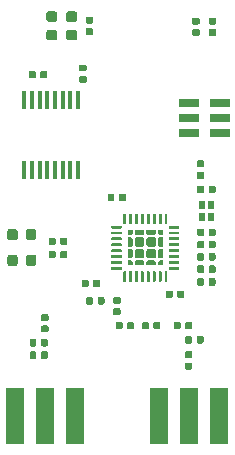
<source format=gbr>
G04 #@! TF.GenerationSoftware,KiCad,Pcbnew,5.1.5-52549c5~84~ubuntu18.04.1*
G04 #@! TF.CreationDate,2020-01-04T20:43:16+00:00*
G04 #@! TF.ProjectId,SX1257_pmod,53583132-3537-45f7-906d-6f642e6b6963,rev?*
G04 #@! TF.SameCoordinates,Original*
G04 #@! TF.FileFunction,Paste,Top*
G04 #@! TF.FilePolarity,Positive*
%FSLAX46Y46*%
G04 Gerber Fmt 4.6, Leading zero omitted, Abs format (unit mm)*
G04 Created by KiCad (PCBNEW 5.1.5-52549c5~84~ubuntu18.04.1) date 2020-01-04 20:43:16*
%MOMM*%
%LPD*%
G04 APERTURE LIST*
%ADD10R,1.700000X0.800000*%
%ADD11C,0.100000*%
%ADD12R,0.580000X0.730000*%
%ADD13R,1.524000X4.800000*%
%ADD14R,0.450000X1.500000*%
G04 APERTURE END LIST*
D10*
X133200000Y-39130000D03*
X133200000Y-40400000D03*
X133200000Y-41670000D03*
X130600000Y-41670000D03*
X130600000Y-40400000D03*
X130600000Y-39130000D03*
D11*
G36*
X121786958Y-36840710D02*
G01*
X121801276Y-36842834D01*
X121815317Y-36846351D01*
X121828946Y-36851228D01*
X121842031Y-36857417D01*
X121854447Y-36864858D01*
X121866073Y-36873481D01*
X121876798Y-36883202D01*
X121886519Y-36893927D01*
X121895142Y-36905553D01*
X121902583Y-36917969D01*
X121908772Y-36931054D01*
X121913649Y-36944683D01*
X121917166Y-36958724D01*
X121919290Y-36973042D01*
X121920000Y-36987500D01*
X121920000Y-37282500D01*
X121919290Y-37296958D01*
X121917166Y-37311276D01*
X121913649Y-37325317D01*
X121908772Y-37338946D01*
X121902583Y-37352031D01*
X121895142Y-37364447D01*
X121886519Y-37376073D01*
X121876798Y-37386798D01*
X121866073Y-37396519D01*
X121854447Y-37405142D01*
X121842031Y-37412583D01*
X121828946Y-37418772D01*
X121815317Y-37423649D01*
X121801276Y-37427166D01*
X121786958Y-37429290D01*
X121772500Y-37430000D01*
X121427500Y-37430000D01*
X121413042Y-37429290D01*
X121398724Y-37427166D01*
X121384683Y-37423649D01*
X121371054Y-37418772D01*
X121357969Y-37412583D01*
X121345553Y-37405142D01*
X121333927Y-37396519D01*
X121323202Y-37386798D01*
X121313481Y-37376073D01*
X121304858Y-37364447D01*
X121297417Y-37352031D01*
X121291228Y-37338946D01*
X121286351Y-37325317D01*
X121282834Y-37311276D01*
X121280710Y-37296958D01*
X121280000Y-37282500D01*
X121280000Y-36987500D01*
X121280710Y-36973042D01*
X121282834Y-36958724D01*
X121286351Y-36944683D01*
X121291228Y-36931054D01*
X121297417Y-36917969D01*
X121304858Y-36905553D01*
X121313481Y-36893927D01*
X121323202Y-36883202D01*
X121333927Y-36873481D01*
X121345553Y-36864858D01*
X121357969Y-36857417D01*
X121371054Y-36851228D01*
X121384683Y-36846351D01*
X121398724Y-36842834D01*
X121413042Y-36840710D01*
X121427500Y-36840000D01*
X121772500Y-36840000D01*
X121786958Y-36840710D01*
G37*
G36*
X121786958Y-35870710D02*
G01*
X121801276Y-35872834D01*
X121815317Y-35876351D01*
X121828946Y-35881228D01*
X121842031Y-35887417D01*
X121854447Y-35894858D01*
X121866073Y-35903481D01*
X121876798Y-35913202D01*
X121886519Y-35923927D01*
X121895142Y-35935553D01*
X121902583Y-35947969D01*
X121908772Y-35961054D01*
X121913649Y-35974683D01*
X121917166Y-35988724D01*
X121919290Y-36003042D01*
X121920000Y-36017500D01*
X121920000Y-36312500D01*
X121919290Y-36326958D01*
X121917166Y-36341276D01*
X121913649Y-36355317D01*
X121908772Y-36368946D01*
X121902583Y-36382031D01*
X121895142Y-36394447D01*
X121886519Y-36406073D01*
X121876798Y-36416798D01*
X121866073Y-36426519D01*
X121854447Y-36435142D01*
X121842031Y-36442583D01*
X121828946Y-36448772D01*
X121815317Y-36453649D01*
X121801276Y-36457166D01*
X121786958Y-36459290D01*
X121772500Y-36460000D01*
X121427500Y-36460000D01*
X121413042Y-36459290D01*
X121398724Y-36457166D01*
X121384683Y-36453649D01*
X121371054Y-36448772D01*
X121357969Y-36442583D01*
X121345553Y-36435142D01*
X121333927Y-36426519D01*
X121323202Y-36416798D01*
X121313481Y-36406073D01*
X121304858Y-36394447D01*
X121297417Y-36382031D01*
X121291228Y-36368946D01*
X121286351Y-36355317D01*
X121282834Y-36341276D01*
X121280710Y-36326958D01*
X121280000Y-36312500D01*
X121280000Y-36017500D01*
X121280710Y-36003042D01*
X121282834Y-35988724D01*
X121286351Y-35974683D01*
X121291228Y-35961054D01*
X121297417Y-35947969D01*
X121304858Y-35935553D01*
X121313481Y-35923927D01*
X121323202Y-35913202D01*
X121333927Y-35903481D01*
X121345553Y-35894858D01*
X121357969Y-35887417D01*
X121371054Y-35881228D01*
X121384683Y-35876351D01*
X121398724Y-35872834D01*
X121413042Y-35870710D01*
X121427500Y-35870000D01*
X121772500Y-35870000D01*
X121786958Y-35870710D01*
G37*
G36*
X120136958Y-51640710D02*
G01*
X120151276Y-51642834D01*
X120165317Y-51646351D01*
X120178946Y-51651228D01*
X120192031Y-51657417D01*
X120204447Y-51664858D01*
X120216073Y-51673481D01*
X120226798Y-51683202D01*
X120236519Y-51693927D01*
X120245142Y-51705553D01*
X120252583Y-51717969D01*
X120258772Y-51731054D01*
X120263649Y-51744683D01*
X120267166Y-51758724D01*
X120269290Y-51773042D01*
X120270000Y-51787500D01*
X120270000Y-52132500D01*
X120269290Y-52146958D01*
X120267166Y-52161276D01*
X120263649Y-52175317D01*
X120258772Y-52188946D01*
X120252583Y-52202031D01*
X120245142Y-52214447D01*
X120236519Y-52226073D01*
X120226798Y-52236798D01*
X120216073Y-52246519D01*
X120204447Y-52255142D01*
X120192031Y-52262583D01*
X120178946Y-52268772D01*
X120165317Y-52273649D01*
X120151276Y-52277166D01*
X120136958Y-52279290D01*
X120122500Y-52280000D01*
X119827500Y-52280000D01*
X119813042Y-52279290D01*
X119798724Y-52277166D01*
X119784683Y-52273649D01*
X119771054Y-52268772D01*
X119757969Y-52262583D01*
X119745553Y-52255142D01*
X119733927Y-52246519D01*
X119723202Y-52236798D01*
X119713481Y-52226073D01*
X119704858Y-52214447D01*
X119697417Y-52202031D01*
X119691228Y-52188946D01*
X119686351Y-52175317D01*
X119682834Y-52161276D01*
X119680710Y-52146958D01*
X119680000Y-52132500D01*
X119680000Y-51787500D01*
X119680710Y-51773042D01*
X119682834Y-51758724D01*
X119686351Y-51744683D01*
X119691228Y-51731054D01*
X119697417Y-51717969D01*
X119704858Y-51705553D01*
X119713481Y-51693927D01*
X119723202Y-51683202D01*
X119733927Y-51673481D01*
X119745553Y-51664858D01*
X119757969Y-51657417D01*
X119771054Y-51651228D01*
X119784683Y-51646351D01*
X119798724Y-51642834D01*
X119813042Y-51640710D01*
X119827500Y-51640000D01*
X120122500Y-51640000D01*
X120136958Y-51640710D01*
G37*
G36*
X119166958Y-51640710D02*
G01*
X119181276Y-51642834D01*
X119195317Y-51646351D01*
X119208946Y-51651228D01*
X119222031Y-51657417D01*
X119234447Y-51664858D01*
X119246073Y-51673481D01*
X119256798Y-51683202D01*
X119266519Y-51693927D01*
X119275142Y-51705553D01*
X119282583Y-51717969D01*
X119288772Y-51731054D01*
X119293649Y-51744683D01*
X119297166Y-51758724D01*
X119299290Y-51773042D01*
X119300000Y-51787500D01*
X119300000Y-52132500D01*
X119299290Y-52146958D01*
X119297166Y-52161276D01*
X119293649Y-52175317D01*
X119288772Y-52188946D01*
X119282583Y-52202031D01*
X119275142Y-52214447D01*
X119266519Y-52226073D01*
X119256798Y-52236798D01*
X119246073Y-52246519D01*
X119234447Y-52255142D01*
X119222031Y-52262583D01*
X119208946Y-52268772D01*
X119195317Y-52273649D01*
X119181276Y-52277166D01*
X119166958Y-52279290D01*
X119152500Y-52280000D01*
X118857500Y-52280000D01*
X118843042Y-52279290D01*
X118828724Y-52277166D01*
X118814683Y-52273649D01*
X118801054Y-52268772D01*
X118787969Y-52262583D01*
X118775553Y-52255142D01*
X118763927Y-52246519D01*
X118753202Y-52236798D01*
X118743481Y-52226073D01*
X118734858Y-52214447D01*
X118727417Y-52202031D01*
X118721228Y-52188946D01*
X118716351Y-52175317D01*
X118712834Y-52161276D01*
X118710710Y-52146958D01*
X118710000Y-52132500D01*
X118710000Y-51787500D01*
X118710710Y-51773042D01*
X118712834Y-51758724D01*
X118716351Y-51744683D01*
X118721228Y-51731054D01*
X118727417Y-51717969D01*
X118734858Y-51705553D01*
X118743481Y-51693927D01*
X118753202Y-51683202D01*
X118763927Y-51673481D01*
X118775553Y-51664858D01*
X118787969Y-51657417D01*
X118801054Y-51651228D01*
X118814683Y-51646351D01*
X118828724Y-51642834D01*
X118843042Y-51640710D01*
X118857500Y-51640000D01*
X119152500Y-51640000D01*
X119166958Y-51640710D01*
G37*
G36*
X120136958Y-50520710D02*
G01*
X120151276Y-50522834D01*
X120165317Y-50526351D01*
X120178946Y-50531228D01*
X120192031Y-50537417D01*
X120204447Y-50544858D01*
X120216073Y-50553481D01*
X120226798Y-50563202D01*
X120236519Y-50573927D01*
X120245142Y-50585553D01*
X120252583Y-50597969D01*
X120258772Y-50611054D01*
X120263649Y-50624683D01*
X120267166Y-50638724D01*
X120269290Y-50653042D01*
X120270000Y-50667500D01*
X120270000Y-51012500D01*
X120269290Y-51026958D01*
X120267166Y-51041276D01*
X120263649Y-51055317D01*
X120258772Y-51068946D01*
X120252583Y-51082031D01*
X120245142Y-51094447D01*
X120236519Y-51106073D01*
X120226798Y-51116798D01*
X120216073Y-51126519D01*
X120204447Y-51135142D01*
X120192031Y-51142583D01*
X120178946Y-51148772D01*
X120165317Y-51153649D01*
X120151276Y-51157166D01*
X120136958Y-51159290D01*
X120122500Y-51160000D01*
X119827500Y-51160000D01*
X119813042Y-51159290D01*
X119798724Y-51157166D01*
X119784683Y-51153649D01*
X119771054Y-51148772D01*
X119757969Y-51142583D01*
X119745553Y-51135142D01*
X119733927Y-51126519D01*
X119723202Y-51116798D01*
X119713481Y-51106073D01*
X119704858Y-51094447D01*
X119697417Y-51082031D01*
X119691228Y-51068946D01*
X119686351Y-51055317D01*
X119682834Y-51041276D01*
X119680710Y-51026958D01*
X119680000Y-51012500D01*
X119680000Y-50667500D01*
X119680710Y-50653042D01*
X119682834Y-50638724D01*
X119686351Y-50624683D01*
X119691228Y-50611054D01*
X119697417Y-50597969D01*
X119704858Y-50585553D01*
X119713481Y-50573927D01*
X119723202Y-50563202D01*
X119733927Y-50553481D01*
X119745553Y-50544858D01*
X119757969Y-50537417D01*
X119771054Y-50531228D01*
X119784683Y-50526351D01*
X119798724Y-50522834D01*
X119813042Y-50520710D01*
X119827500Y-50520000D01*
X120122500Y-50520000D01*
X120136958Y-50520710D01*
G37*
G36*
X119166958Y-50520710D02*
G01*
X119181276Y-50522834D01*
X119195317Y-50526351D01*
X119208946Y-50531228D01*
X119222031Y-50537417D01*
X119234447Y-50544858D01*
X119246073Y-50553481D01*
X119256798Y-50563202D01*
X119266519Y-50573927D01*
X119275142Y-50585553D01*
X119282583Y-50597969D01*
X119288772Y-50611054D01*
X119293649Y-50624683D01*
X119297166Y-50638724D01*
X119299290Y-50653042D01*
X119300000Y-50667500D01*
X119300000Y-51012500D01*
X119299290Y-51026958D01*
X119297166Y-51041276D01*
X119293649Y-51055317D01*
X119288772Y-51068946D01*
X119282583Y-51082031D01*
X119275142Y-51094447D01*
X119266519Y-51106073D01*
X119256798Y-51116798D01*
X119246073Y-51126519D01*
X119234447Y-51135142D01*
X119222031Y-51142583D01*
X119208946Y-51148772D01*
X119195317Y-51153649D01*
X119181276Y-51157166D01*
X119166958Y-51159290D01*
X119152500Y-51160000D01*
X118857500Y-51160000D01*
X118843042Y-51159290D01*
X118828724Y-51157166D01*
X118814683Y-51153649D01*
X118801054Y-51148772D01*
X118787969Y-51142583D01*
X118775553Y-51135142D01*
X118763927Y-51126519D01*
X118753202Y-51116798D01*
X118743481Y-51106073D01*
X118734858Y-51094447D01*
X118727417Y-51082031D01*
X118721228Y-51068946D01*
X118716351Y-51055317D01*
X118712834Y-51041276D01*
X118710710Y-51026958D01*
X118710000Y-51012500D01*
X118710000Y-50667500D01*
X118710710Y-50653042D01*
X118712834Y-50638724D01*
X118716351Y-50624683D01*
X118721228Y-50611054D01*
X118727417Y-50597969D01*
X118734858Y-50585553D01*
X118743481Y-50573927D01*
X118753202Y-50563202D01*
X118763927Y-50553481D01*
X118775553Y-50544858D01*
X118787969Y-50537417D01*
X118801054Y-50531228D01*
X118814683Y-50526351D01*
X118828724Y-50522834D01*
X118843042Y-50520710D01*
X118857500Y-50520000D01*
X119152500Y-50520000D01*
X119166958Y-50520710D01*
G37*
G36*
X131356958Y-32865710D02*
G01*
X131371276Y-32867834D01*
X131385317Y-32871351D01*
X131398946Y-32876228D01*
X131412031Y-32882417D01*
X131424447Y-32889858D01*
X131436073Y-32898481D01*
X131446798Y-32908202D01*
X131456519Y-32918927D01*
X131465142Y-32930553D01*
X131472583Y-32942969D01*
X131478772Y-32956054D01*
X131483649Y-32969683D01*
X131487166Y-32983724D01*
X131489290Y-32998042D01*
X131490000Y-33012500D01*
X131490000Y-33307500D01*
X131489290Y-33321958D01*
X131487166Y-33336276D01*
X131483649Y-33350317D01*
X131478772Y-33363946D01*
X131472583Y-33377031D01*
X131465142Y-33389447D01*
X131456519Y-33401073D01*
X131446798Y-33411798D01*
X131436073Y-33421519D01*
X131424447Y-33430142D01*
X131412031Y-33437583D01*
X131398946Y-33443772D01*
X131385317Y-33448649D01*
X131371276Y-33452166D01*
X131356958Y-33454290D01*
X131342500Y-33455000D01*
X130997500Y-33455000D01*
X130983042Y-33454290D01*
X130968724Y-33452166D01*
X130954683Y-33448649D01*
X130941054Y-33443772D01*
X130927969Y-33437583D01*
X130915553Y-33430142D01*
X130903927Y-33421519D01*
X130893202Y-33411798D01*
X130883481Y-33401073D01*
X130874858Y-33389447D01*
X130867417Y-33377031D01*
X130861228Y-33363946D01*
X130856351Y-33350317D01*
X130852834Y-33336276D01*
X130850710Y-33321958D01*
X130850000Y-33307500D01*
X130850000Y-33012500D01*
X130850710Y-32998042D01*
X130852834Y-32983724D01*
X130856351Y-32969683D01*
X130861228Y-32956054D01*
X130867417Y-32942969D01*
X130874858Y-32930553D01*
X130883481Y-32918927D01*
X130893202Y-32908202D01*
X130903927Y-32898481D01*
X130915553Y-32889858D01*
X130927969Y-32882417D01*
X130941054Y-32876228D01*
X130954683Y-32871351D01*
X130968724Y-32867834D01*
X130983042Y-32865710D01*
X130997500Y-32865000D01*
X131342500Y-32865000D01*
X131356958Y-32865710D01*
G37*
G36*
X131356958Y-31895710D02*
G01*
X131371276Y-31897834D01*
X131385317Y-31901351D01*
X131398946Y-31906228D01*
X131412031Y-31912417D01*
X131424447Y-31919858D01*
X131436073Y-31928481D01*
X131446798Y-31938202D01*
X131456519Y-31948927D01*
X131465142Y-31960553D01*
X131472583Y-31972969D01*
X131478772Y-31986054D01*
X131483649Y-31999683D01*
X131487166Y-32013724D01*
X131489290Y-32028042D01*
X131490000Y-32042500D01*
X131490000Y-32337500D01*
X131489290Y-32351958D01*
X131487166Y-32366276D01*
X131483649Y-32380317D01*
X131478772Y-32393946D01*
X131472583Y-32407031D01*
X131465142Y-32419447D01*
X131456519Y-32431073D01*
X131446798Y-32441798D01*
X131436073Y-32451519D01*
X131424447Y-32460142D01*
X131412031Y-32467583D01*
X131398946Y-32473772D01*
X131385317Y-32478649D01*
X131371276Y-32482166D01*
X131356958Y-32484290D01*
X131342500Y-32485000D01*
X130997500Y-32485000D01*
X130983042Y-32484290D01*
X130968724Y-32482166D01*
X130954683Y-32478649D01*
X130941054Y-32473772D01*
X130927969Y-32467583D01*
X130915553Y-32460142D01*
X130903927Y-32451519D01*
X130893202Y-32441798D01*
X130883481Y-32431073D01*
X130874858Y-32419447D01*
X130867417Y-32407031D01*
X130861228Y-32393946D01*
X130856351Y-32380317D01*
X130852834Y-32366276D01*
X130850710Y-32351958D01*
X130850000Y-32337500D01*
X130850000Y-32042500D01*
X130850710Y-32028042D01*
X130852834Y-32013724D01*
X130856351Y-31999683D01*
X130861228Y-31986054D01*
X130867417Y-31972969D01*
X130874858Y-31960553D01*
X130883481Y-31948927D01*
X130893202Y-31938202D01*
X130903927Y-31928481D01*
X130915553Y-31919858D01*
X130927969Y-31912417D01*
X130941054Y-31906228D01*
X130954683Y-31901351D01*
X130968724Y-31897834D01*
X130983042Y-31895710D01*
X130997500Y-31895000D01*
X131342500Y-31895000D01*
X131356958Y-31895710D01*
G37*
G36*
X132761958Y-32865710D02*
G01*
X132776276Y-32867834D01*
X132790317Y-32871351D01*
X132803946Y-32876228D01*
X132817031Y-32882417D01*
X132829447Y-32889858D01*
X132841073Y-32898481D01*
X132851798Y-32908202D01*
X132861519Y-32918927D01*
X132870142Y-32930553D01*
X132877583Y-32942969D01*
X132883772Y-32956054D01*
X132888649Y-32969683D01*
X132892166Y-32983724D01*
X132894290Y-32998042D01*
X132895000Y-33012500D01*
X132895000Y-33307500D01*
X132894290Y-33321958D01*
X132892166Y-33336276D01*
X132888649Y-33350317D01*
X132883772Y-33363946D01*
X132877583Y-33377031D01*
X132870142Y-33389447D01*
X132861519Y-33401073D01*
X132851798Y-33411798D01*
X132841073Y-33421519D01*
X132829447Y-33430142D01*
X132817031Y-33437583D01*
X132803946Y-33443772D01*
X132790317Y-33448649D01*
X132776276Y-33452166D01*
X132761958Y-33454290D01*
X132747500Y-33455000D01*
X132402500Y-33455000D01*
X132388042Y-33454290D01*
X132373724Y-33452166D01*
X132359683Y-33448649D01*
X132346054Y-33443772D01*
X132332969Y-33437583D01*
X132320553Y-33430142D01*
X132308927Y-33421519D01*
X132298202Y-33411798D01*
X132288481Y-33401073D01*
X132279858Y-33389447D01*
X132272417Y-33377031D01*
X132266228Y-33363946D01*
X132261351Y-33350317D01*
X132257834Y-33336276D01*
X132255710Y-33321958D01*
X132255000Y-33307500D01*
X132255000Y-33012500D01*
X132255710Y-32998042D01*
X132257834Y-32983724D01*
X132261351Y-32969683D01*
X132266228Y-32956054D01*
X132272417Y-32942969D01*
X132279858Y-32930553D01*
X132288481Y-32918927D01*
X132298202Y-32908202D01*
X132308927Y-32898481D01*
X132320553Y-32889858D01*
X132332969Y-32882417D01*
X132346054Y-32876228D01*
X132359683Y-32871351D01*
X132373724Y-32867834D01*
X132388042Y-32865710D01*
X132402500Y-32865000D01*
X132747500Y-32865000D01*
X132761958Y-32865710D01*
G37*
G36*
X132761958Y-31895710D02*
G01*
X132776276Y-31897834D01*
X132790317Y-31901351D01*
X132803946Y-31906228D01*
X132817031Y-31912417D01*
X132829447Y-31919858D01*
X132841073Y-31928481D01*
X132851798Y-31938202D01*
X132861519Y-31948927D01*
X132870142Y-31960553D01*
X132877583Y-31972969D01*
X132883772Y-31986054D01*
X132888649Y-31999683D01*
X132892166Y-32013724D01*
X132894290Y-32028042D01*
X132895000Y-32042500D01*
X132895000Y-32337500D01*
X132894290Y-32351958D01*
X132892166Y-32366276D01*
X132888649Y-32380317D01*
X132883772Y-32393946D01*
X132877583Y-32407031D01*
X132870142Y-32419447D01*
X132861519Y-32431073D01*
X132851798Y-32441798D01*
X132841073Y-32451519D01*
X132829447Y-32460142D01*
X132817031Y-32467583D01*
X132803946Y-32473772D01*
X132790317Y-32478649D01*
X132776276Y-32482166D01*
X132761958Y-32484290D01*
X132747500Y-32485000D01*
X132402500Y-32485000D01*
X132388042Y-32484290D01*
X132373724Y-32482166D01*
X132359683Y-32478649D01*
X132346054Y-32473772D01*
X132332969Y-32467583D01*
X132320553Y-32460142D01*
X132308927Y-32451519D01*
X132298202Y-32441798D01*
X132288481Y-32431073D01*
X132279858Y-32419447D01*
X132272417Y-32407031D01*
X132266228Y-32393946D01*
X132261351Y-32380317D01*
X132257834Y-32366276D01*
X132255710Y-32351958D01*
X132255000Y-32337500D01*
X132255000Y-32042500D01*
X132255710Y-32028042D01*
X132257834Y-32013724D01*
X132261351Y-31999683D01*
X132266228Y-31986054D01*
X132272417Y-31972969D01*
X132279858Y-31960553D01*
X132288481Y-31948927D01*
X132298202Y-31938202D01*
X132308927Y-31928481D01*
X132320553Y-31919858D01*
X132332969Y-31912417D01*
X132346054Y-31906228D01*
X132359683Y-31901351D01*
X132373724Y-31897834D01*
X132388042Y-31895710D01*
X132402500Y-31895000D01*
X132747500Y-31895000D01*
X132761958Y-31895710D01*
G37*
G36*
X131761958Y-44965710D02*
G01*
X131776276Y-44967834D01*
X131790317Y-44971351D01*
X131803946Y-44976228D01*
X131817031Y-44982417D01*
X131829447Y-44989858D01*
X131841073Y-44998481D01*
X131851798Y-45008202D01*
X131861519Y-45018927D01*
X131870142Y-45030553D01*
X131877583Y-45042969D01*
X131883772Y-45056054D01*
X131888649Y-45069683D01*
X131892166Y-45083724D01*
X131894290Y-45098042D01*
X131895000Y-45112500D01*
X131895000Y-45407500D01*
X131894290Y-45421958D01*
X131892166Y-45436276D01*
X131888649Y-45450317D01*
X131883772Y-45463946D01*
X131877583Y-45477031D01*
X131870142Y-45489447D01*
X131861519Y-45501073D01*
X131851798Y-45511798D01*
X131841073Y-45521519D01*
X131829447Y-45530142D01*
X131817031Y-45537583D01*
X131803946Y-45543772D01*
X131790317Y-45548649D01*
X131776276Y-45552166D01*
X131761958Y-45554290D01*
X131747500Y-45555000D01*
X131402500Y-45555000D01*
X131388042Y-45554290D01*
X131373724Y-45552166D01*
X131359683Y-45548649D01*
X131346054Y-45543772D01*
X131332969Y-45537583D01*
X131320553Y-45530142D01*
X131308927Y-45521519D01*
X131298202Y-45511798D01*
X131288481Y-45501073D01*
X131279858Y-45489447D01*
X131272417Y-45477031D01*
X131266228Y-45463946D01*
X131261351Y-45450317D01*
X131257834Y-45436276D01*
X131255710Y-45421958D01*
X131255000Y-45407500D01*
X131255000Y-45112500D01*
X131255710Y-45098042D01*
X131257834Y-45083724D01*
X131261351Y-45069683D01*
X131266228Y-45056054D01*
X131272417Y-45042969D01*
X131279858Y-45030553D01*
X131288481Y-45018927D01*
X131298202Y-45008202D01*
X131308927Y-44998481D01*
X131320553Y-44989858D01*
X131332969Y-44982417D01*
X131346054Y-44976228D01*
X131359683Y-44971351D01*
X131373724Y-44967834D01*
X131388042Y-44965710D01*
X131402500Y-44965000D01*
X131747500Y-44965000D01*
X131761958Y-44965710D01*
G37*
G36*
X131761958Y-43995710D02*
G01*
X131776276Y-43997834D01*
X131790317Y-44001351D01*
X131803946Y-44006228D01*
X131817031Y-44012417D01*
X131829447Y-44019858D01*
X131841073Y-44028481D01*
X131851798Y-44038202D01*
X131861519Y-44048927D01*
X131870142Y-44060553D01*
X131877583Y-44072969D01*
X131883772Y-44086054D01*
X131888649Y-44099683D01*
X131892166Y-44113724D01*
X131894290Y-44128042D01*
X131895000Y-44142500D01*
X131895000Y-44437500D01*
X131894290Y-44451958D01*
X131892166Y-44466276D01*
X131888649Y-44480317D01*
X131883772Y-44493946D01*
X131877583Y-44507031D01*
X131870142Y-44519447D01*
X131861519Y-44531073D01*
X131851798Y-44541798D01*
X131841073Y-44551519D01*
X131829447Y-44560142D01*
X131817031Y-44567583D01*
X131803946Y-44573772D01*
X131790317Y-44578649D01*
X131776276Y-44582166D01*
X131761958Y-44584290D01*
X131747500Y-44585000D01*
X131402500Y-44585000D01*
X131388042Y-44584290D01*
X131373724Y-44582166D01*
X131359683Y-44578649D01*
X131346054Y-44573772D01*
X131332969Y-44567583D01*
X131320553Y-44560142D01*
X131308927Y-44551519D01*
X131298202Y-44541798D01*
X131288481Y-44531073D01*
X131279858Y-44519447D01*
X131272417Y-44507031D01*
X131266228Y-44493946D01*
X131261351Y-44480317D01*
X131257834Y-44466276D01*
X131255710Y-44451958D01*
X131255000Y-44437500D01*
X131255000Y-44142500D01*
X131255710Y-44128042D01*
X131257834Y-44113724D01*
X131261351Y-44099683D01*
X131266228Y-44086054D01*
X131272417Y-44072969D01*
X131279858Y-44060553D01*
X131288481Y-44048927D01*
X131298202Y-44038202D01*
X131308927Y-44028481D01*
X131320553Y-44019858D01*
X131332969Y-44012417D01*
X131346054Y-44006228D01*
X131359683Y-44001351D01*
X131373724Y-43997834D01*
X131388042Y-43995710D01*
X131402500Y-43995000D01*
X131747500Y-43995000D01*
X131761958Y-43995710D01*
G37*
G36*
X124146958Y-46800710D02*
G01*
X124161276Y-46802834D01*
X124175317Y-46806351D01*
X124188946Y-46811228D01*
X124202031Y-46817417D01*
X124214447Y-46824858D01*
X124226073Y-46833481D01*
X124236798Y-46843202D01*
X124246519Y-46853927D01*
X124255142Y-46865553D01*
X124262583Y-46877969D01*
X124268772Y-46891054D01*
X124273649Y-46904683D01*
X124277166Y-46918724D01*
X124279290Y-46933042D01*
X124280000Y-46947500D01*
X124280000Y-47292500D01*
X124279290Y-47306958D01*
X124277166Y-47321276D01*
X124273649Y-47335317D01*
X124268772Y-47348946D01*
X124262583Y-47362031D01*
X124255142Y-47374447D01*
X124246519Y-47386073D01*
X124236798Y-47396798D01*
X124226073Y-47406519D01*
X124214447Y-47415142D01*
X124202031Y-47422583D01*
X124188946Y-47428772D01*
X124175317Y-47433649D01*
X124161276Y-47437166D01*
X124146958Y-47439290D01*
X124132500Y-47440000D01*
X123837500Y-47440000D01*
X123823042Y-47439290D01*
X123808724Y-47437166D01*
X123794683Y-47433649D01*
X123781054Y-47428772D01*
X123767969Y-47422583D01*
X123755553Y-47415142D01*
X123743927Y-47406519D01*
X123733202Y-47396798D01*
X123723481Y-47386073D01*
X123714858Y-47374447D01*
X123707417Y-47362031D01*
X123701228Y-47348946D01*
X123696351Y-47335317D01*
X123692834Y-47321276D01*
X123690710Y-47306958D01*
X123690000Y-47292500D01*
X123690000Y-46947500D01*
X123690710Y-46933042D01*
X123692834Y-46918724D01*
X123696351Y-46904683D01*
X123701228Y-46891054D01*
X123707417Y-46877969D01*
X123714858Y-46865553D01*
X123723481Y-46853927D01*
X123733202Y-46843202D01*
X123743927Y-46833481D01*
X123755553Y-46824858D01*
X123767969Y-46817417D01*
X123781054Y-46811228D01*
X123794683Y-46806351D01*
X123808724Y-46802834D01*
X123823042Y-46800710D01*
X123837500Y-46800000D01*
X124132500Y-46800000D01*
X124146958Y-46800710D01*
G37*
G36*
X125116958Y-46800710D02*
G01*
X125131276Y-46802834D01*
X125145317Y-46806351D01*
X125158946Y-46811228D01*
X125172031Y-46817417D01*
X125184447Y-46824858D01*
X125196073Y-46833481D01*
X125206798Y-46843202D01*
X125216519Y-46853927D01*
X125225142Y-46865553D01*
X125232583Y-46877969D01*
X125238772Y-46891054D01*
X125243649Y-46904683D01*
X125247166Y-46918724D01*
X125249290Y-46933042D01*
X125250000Y-46947500D01*
X125250000Y-47292500D01*
X125249290Y-47306958D01*
X125247166Y-47321276D01*
X125243649Y-47335317D01*
X125238772Y-47348946D01*
X125232583Y-47362031D01*
X125225142Y-47374447D01*
X125216519Y-47386073D01*
X125206798Y-47396798D01*
X125196073Y-47406519D01*
X125184447Y-47415142D01*
X125172031Y-47422583D01*
X125158946Y-47428772D01*
X125145317Y-47433649D01*
X125131276Y-47437166D01*
X125116958Y-47439290D01*
X125102500Y-47440000D01*
X124807500Y-47440000D01*
X124793042Y-47439290D01*
X124778724Y-47437166D01*
X124764683Y-47433649D01*
X124751054Y-47428772D01*
X124737969Y-47422583D01*
X124725553Y-47415142D01*
X124713927Y-47406519D01*
X124703202Y-47396798D01*
X124693481Y-47386073D01*
X124684858Y-47374447D01*
X124677417Y-47362031D01*
X124671228Y-47348946D01*
X124666351Y-47335317D01*
X124662834Y-47321276D01*
X124660710Y-47306958D01*
X124660000Y-47292500D01*
X124660000Y-46947500D01*
X124660710Y-46933042D01*
X124662834Y-46918724D01*
X124666351Y-46904683D01*
X124671228Y-46891054D01*
X124677417Y-46877969D01*
X124684858Y-46865553D01*
X124693481Y-46853927D01*
X124703202Y-46843202D01*
X124713927Y-46833481D01*
X124725553Y-46824858D01*
X124737969Y-46817417D01*
X124751054Y-46811228D01*
X124764683Y-46806351D01*
X124778724Y-46802834D01*
X124793042Y-46800710D01*
X124807500Y-46800000D01*
X125102500Y-46800000D01*
X125116958Y-46800710D01*
G37*
G36*
X117460191Y-51976053D02*
G01*
X117481426Y-51979203D01*
X117502250Y-51984419D01*
X117522462Y-51991651D01*
X117541868Y-52000830D01*
X117560281Y-52011866D01*
X117577524Y-52024654D01*
X117593430Y-52039070D01*
X117607846Y-52054976D01*
X117620634Y-52072219D01*
X117631670Y-52090632D01*
X117640849Y-52110038D01*
X117648081Y-52130250D01*
X117653297Y-52151074D01*
X117656447Y-52172309D01*
X117657500Y-52193750D01*
X117657500Y-52706250D01*
X117656447Y-52727691D01*
X117653297Y-52748926D01*
X117648081Y-52769750D01*
X117640849Y-52789962D01*
X117631670Y-52809368D01*
X117620634Y-52827781D01*
X117607846Y-52845024D01*
X117593430Y-52860930D01*
X117577524Y-52875346D01*
X117560281Y-52888134D01*
X117541868Y-52899170D01*
X117522462Y-52908349D01*
X117502250Y-52915581D01*
X117481426Y-52920797D01*
X117460191Y-52923947D01*
X117438750Y-52925000D01*
X117001250Y-52925000D01*
X116979809Y-52923947D01*
X116958574Y-52920797D01*
X116937750Y-52915581D01*
X116917538Y-52908349D01*
X116898132Y-52899170D01*
X116879719Y-52888134D01*
X116862476Y-52875346D01*
X116846570Y-52860930D01*
X116832154Y-52845024D01*
X116819366Y-52827781D01*
X116808330Y-52809368D01*
X116799151Y-52789962D01*
X116791919Y-52769750D01*
X116786703Y-52748926D01*
X116783553Y-52727691D01*
X116782500Y-52706250D01*
X116782500Y-52193750D01*
X116783553Y-52172309D01*
X116786703Y-52151074D01*
X116791919Y-52130250D01*
X116799151Y-52110038D01*
X116808330Y-52090632D01*
X116819366Y-52072219D01*
X116832154Y-52054976D01*
X116846570Y-52039070D01*
X116862476Y-52024654D01*
X116879719Y-52011866D01*
X116898132Y-52000830D01*
X116917538Y-51991651D01*
X116937750Y-51984419D01*
X116958574Y-51979203D01*
X116979809Y-51976053D01*
X117001250Y-51975000D01*
X117438750Y-51975000D01*
X117460191Y-51976053D01*
G37*
G36*
X115885191Y-51976053D02*
G01*
X115906426Y-51979203D01*
X115927250Y-51984419D01*
X115947462Y-51991651D01*
X115966868Y-52000830D01*
X115985281Y-52011866D01*
X116002524Y-52024654D01*
X116018430Y-52039070D01*
X116032846Y-52054976D01*
X116045634Y-52072219D01*
X116056670Y-52090632D01*
X116065849Y-52110038D01*
X116073081Y-52130250D01*
X116078297Y-52151074D01*
X116081447Y-52172309D01*
X116082500Y-52193750D01*
X116082500Y-52706250D01*
X116081447Y-52727691D01*
X116078297Y-52748926D01*
X116073081Y-52769750D01*
X116065849Y-52789962D01*
X116056670Y-52809368D01*
X116045634Y-52827781D01*
X116032846Y-52845024D01*
X116018430Y-52860930D01*
X116002524Y-52875346D01*
X115985281Y-52888134D01*
X115966868Y-52899170D01*
X115947462Y-52908349D01*
X115927250Y-52915581D01*
X115906426Y-52920797D01*
X115885191Y-52923947D01*
X115863750Y-52925000D01*
X115426250Y-52925000D01*
X115404809Y-52923947D01*
X115383574Y-52920797D01*
X115362750Y-52915581D01*
X115342538Y-52908349D01*
X115323132Y-52899170D01*
X115304719Y-52888134D01*
X115287476Y-52875346D01*
X115271570Y-52860930D01*
X115257154Y-52845024D01*
X115244366Y-52827781D01*
X115233330Y-52809368D01*
X115224151Y-52789962D01*
X115216919Y-52769750D01*
X115211703Y-52748926D01*
X115208553Y-52727691D01*
X115207500Y-52706250D01*
X115207500Y-52193750D01*
X115208553Y-52172309D01*
X115211703Y-52151074D01*
X115216919Y-52130250D01*
X115224151Y-52110038D01*
X115233330Y-52090632D01*
X115244366Y-52072219D01*
X115257154Y-52054976D01*
X115271570Y-52039070D01*
X115287476Y-52024654D01*
X115304719Y-52011866D01*
X115323132Y-52000830D01*
X115342538Y-51991651D01*
X115362750Y-51984419D01*
X115383574Y-51979203D01*
X115404809Y-51976053D01*
X115426250Y-51975000D01*
X115863750Y-51975000D01*
X115885191Y-51976053D01*
G37*
G36*
X115882691Y-49796053D02*
G01*
X115903926Y-49799203D01*
X115924750Y-49804419D01*
X115944962Y-49811651D01*
X115964368Y-49820830D01*
X115982781Y-49831866D01*
X116000024Y-49844654D01*
X116015930Y-49859070D01*
X116030346Y-49874976D01*
X116043134Y-49892219D01*
X116054170Y-49910632D01*
X116063349Y-49930038D01*
X116070581Y-49950250D01*
X116075797Y-49971074D01*
X116078947Y-49992309D01*
X116080000Y-50013750D01*
X116080000Y-50526250D01*
X116078947Y-50547691D01*
X116075797Y-50568926D01*
X116070581Y-50589750D01*
X116063349Y-50609962D01*
X116054170Y-50629368D01*
X116043134Y-50647781D01*
X116030346Y-50665024D01*
X116015930Y-50680930D01*
X116000024Y-50695346D01*
X115982781Y-50708134D01*
X115964368Y-50719170D01*
X115944962Y-50728349D01*
X115924750Y-50735581D01*
X115903926Y-50740797D01*
X115882691Y-50743947D01*
X115861250Y-50745000D01*
X115423750Y-50745000D01*
X115402309Y-50743947D01*
X115381074Y-50740797D01*
X115360250Y-50735581D01*
X115340038Y-50728349D01*
X115320632Y-50719170D01*
X115302219Y-50708134D01*
X115284976Y-50695346D01*
X115269070Y-50680930D01*
X115254654Y-50665024D01*
X115241866Y-50647781D01*
X115230830Y-50629368D01*
X115221651Y-50609962D01*
X115214419Y-50589750D01*
X115209203Y-50568926D01*
X115206053Y-50547691D01*
X115205000Y-50526250D01*
X115205000Y-50013750D01*
X115206053Y-49992309D01*
X115209203Y-49971074D01*
X115214419Y-49950250D01*
X115221651Y-49930038D01*
X115230830Y-49910632D01*
X115241866Y-49892219D01*
X115254654Y-49874976D01*
X115269070Y-49859070D01*
X115284976Y-49844654D01*
X115302219Y-49831866D01*
X115320632Y-49820830D01*
X115340038Y-49811651D01*
X115360250Y-49804419D01*
X115381074Y-49799203D01*
X115402309Y-49796053D01*
X115423750Y-49795000D01*
X115861250Y-49795000D01*
X115882691Y-49796053D01*
G37*
G36*
X117457691Y-49796053D02*
G01*
X117478926Y-49799203D01*
X117499750Y-49804419D01*
X117519962Y-49811651D01*
X117539368Y-49820830D01*
X117557781Y-49831866D01*
X117575024Y-49844654D01*
X117590930Y-49859070D01*
X117605346Y-49874976D01*
X117618134Y-49892219D01*
X117629170Y-49910632D01*
X117638349Y-49930038D01*
X117645581Y-49950250D01*
X117650797Y-49971074D01*
X117653947Y-49992309D01*
X117655000Y-50013750D01*
X117655000Y-50526250D01*
X117653947Y-50547691D01*
X117650797Y-50568926D01*
X117645581Y-50589750D01*
X117638349Y-50609962D01*
X117629170Y-50629368D01*
X117618134Y-50647781D01*
X117605346Y-50665024D01*
X117590930Y-50680930D01*
X117575024Y-50695346D01*
X117557781Y-50708134D01*
X117539368Y-50719170D01*
X117519962Y-50728349D01*
X117499750Y-50735581D01*
X117478926Y-50740797D01*
X117457691Y-50743947D01*
X117436250Y-50745000D01*
X116998750Y-50745000D01*
X116977309Y-50743947D01*
X116956074Y-50740797D01*
X116935250Y-50735581D01*
X116915038Y-50728349D01*
X116895632Y-50719170D01*
X116877219Y-50708134D01*
X116859976Y-50695346D01*
X116844070Y-50680930D01*
X116829654Y-50665024D01*
X116816866Y-50647781D01*
X116805830Y-50629368D01*
X116796651Y-50609962D01*
X116789419Y-50589750D01*
X116784203Y-50568926D01*
X116781053Y-50547691D01*
X116780000Y-50526250D01*
X116780000Y-50013750D01*
X116781053Y-49992309D01*
X116784203Y-49971074D01*
X116789419Y-49950250D01*
X116796651Y-49930038D01*
X116805830Y-49910632D01*
X116816866Y-49892219D01*
X116829654Y-49874976D01*
X116844070Y-49859070D01*
X116859976Y-49844654D01*
X116877219Y-49831866D01*
X116895632Y-49820830D01*
X116915038Y-49811651D01*
X116935250Y-49804419D01*
X116956074Y-49799203D01*
X116977309Y-49796053D01*
X116998750Y-49795000D01*
X117436250Y-49795000D01*
X117457691Y-49796053D01*
G37*
G36*
X117476958Y-36405710D02*
G01*
X117491276Y-36407834D01*
X117505317Y-36411351D01*
X117518946Y-36416228D01*
X117532031Y-36422417D01*
X117544447Y-36429858D01*
X117556073Y-36438481D01*
X117566798Y-36448202D01*
X117576519Y-36458927D01*
X117585142Y-36470553D01*
X117592583Y-36482969D01*
X117598772Y-36496054D01*
X117603649Y-36509683D01*
X117607166Y-36523724D01*
X117609290Y-36538042D01*
X117610000Y-36552500D01*
X117610000Y-36897500D01*
X117609290Y-36911958D01*
X117607166Y-36926276D01*
X117603649Y-36940317D01*
X117598772Y-36953946D01*
X117592583Y-36967031D01*
X117585142Y-36979447D01*
X117576519Y-36991073D01*
X117566798Y-37001798D01*
X117556073Y-37011519D01*
X117544447Y-37020142D01*
X117532031Y-37027583D01*
X117518946Y-37033772D01*
X117505317Y-37038649D01*
X117491276Y-37042166D01*
X117476958Y-37044290D01*
X117462500Y-37045000D01*
X117167500Y-37045000D01*
X117153042Y-37044290D01*
X117138724Y-37042166D01*
X117124683Y-37038649D01*
X117111054Y-37033772D01*
X117097969Y-37027583D01*
X117085553Y-37020142D01*
X117073927Y-37011519D01*
X117063202Y-37001798D01*
X117053481Y-36991073D01*
X117044858Y-36979447D01*
X117037417Y-36967031D01*
X117031228Y-36953946D01*
X117026351Y-36940317D01*
X117022834Y-36926276D01*
X117020710Y-36911958D01*
X117020000Y-36897500D01*
X117020000Y-36552500D01*
X117020710Y-36538042D01*
X117022834Y-36523724D01*
X117026351Y-36509683D01*
X117031228Y-36496054D01*
X117037417Y-36482969D01*
X117044858Y-36470553D01*
X117053481Y-36458927D01*
X117063202Y-36448202D01*
X117073927Y-36438481D01*
X117085553Y-36429858D01*
X117097969Y-36422417D01*
X117111054Y-36416228D01*
X117124683Y-36411351D01*
X117138724Y-36407834D01*
X117153042Y-36405710D01*
X117167500Y-36405000D01*
X117462500Y-36405000D01*
X117476958Y-36405710D01*
G37*
G36*
X118446958Y-36405710D02*
G01*
X118461276Y-36407834D01*
X118475317Y-36411351D01*
X118488946Y-36416228D01*
X118502031Y-36422417D01*
X118514447Y-36429858D01*
X118526073Y-36438481D01*
X118536798Y-36448202D01*
X118546519Y-36458927D01*
X118555142Y-36470553D01*
X118562583Y-36482969D01*
X118568772Y-36496054D01*
X118573649Y-36509683D01*
X118577166Y-36523724D01*
X118579290Y-36538042D01*
X118580000Y-36552500D01*
X118580000Y-36897500D01*
X118579290Y-36911958D01*
X118577166Y-36926276D01*
X118573649Y-36940317D01*
X118568772Y-36953946D01*
X118562583Y-36967031D01*
X118555142Y-36979447D01*
X118546519Y-36991073D01*
X118536798Y-37001798D01*
X118526073Y-37011519D01*
X118514447Y-37020142D01*
X118502031Y-37027583D01*
X118488946Y-37033772D01*
X118475317Y-37038649D01*
X118461276Y-37042166D01*
X118446958Y-37044290D01*
X118432500Y-37045000D01*
X118137500Y-37045000D01*
X118123042Y-37044290D01*
X118108724Y-37042166D01*
X118094683Y-37038649D01*
X118081054Y-37033772D01*
X118067969Y-37027583D01*
X118055553Y-37020142D01*
X118043927Y-37011519D01*
X118033202Y-37001798D01*
X118023481Y-36991073D01*
X118014858Y-36979447D01*
X118007417Y-36967031D01*
X118001228Y-36953946D01*
X117996351Y-36940317D01*
X117992834Y-36926276D01*
X117990710Y-36911958D01*
X117990000Y-36897500D01*
X117990000Y-36552500D01*
X117990710Y-36538042D01*
X117992834Y-36523724D01*
X117996351Y-36509683D01*
X118001228Y-36496054D01*
X118007417Y-36482969D01*
X118014858Y-36470553D01*
X118023481Y-36458927D01*
X118033202Y-36448202D01*
X118043927Y-36438481D01*
X118055553Y-36429858D01*
X118067969Y-36422417D01*
X118081054Y-36416228D01*
X118094683Y-36411351D01*
X118108724Y-36407834D01*
X118123042Y-36405710D01*
X118137500Y-36405000D01*
X118432500Y-36405000D01*
X118446958Y-36405710D01*
G37*
G36*
X132701958Y-53955710D02*
G01*
X132716276Y-53957834D01*
X132730317Y-53961351D01*
X132743946Y-53966228D01*
X132757031Y-53972417D01*
X132769447Y-53979858D01*
X132781073Y-53988481D01*
X132791798Y-53998202D01*
X132801519Y-54008927D01*
X132810142Y-54020553D01*
X132817583Y-54032969D01*
X132823772Y-54046054D01*
X132828649Y-54059683D01*
X132832166Y-54073724D01*
X132834290Y-54088042D01*
X132835000Y-54102500D01*
X132835000Y-54447500D01*
X132834290Y-54461958D01*
X132832166Y-54476276D01*
X132828649Y-54490317D01*
X132823772Y-54503946D01*
X132817583Y-54517031D01*
X132810142Y-54529447D01*
X132801519Y-54541073D01*
X132791798Y-54551798D01*
X132781073Y-54561519D01*
X132769447Y-54570142D01*
X132757031Y-54577583D01*
X132743946Y-54583772D01*
X132730317Y-54588649D01*
X132716276Y-54592166D01*
X132701958Y-54594290D01*
X132687500Y-54595000D01*
X132392500Y-54595000D01*
X132378042Y-54594290D01*
X132363724Y-54592166D01*
X132349683Y-54588649D01*
X132336054Y-54583772D01*
X132322969Y-54577583D01*
X132310553Y-54570142D01*
X132298927Y-54561519D01*
X132288202Y-54551798D01*
X132278481Y-54541073D01*
X132269858Y-54529447D01*
X132262417Y-54517031D01*
X132256228Y-54503946D01*
X132251351Y-54490317D01*
X132247834Y-54476276D01*
X132245710Y-54461958D01*
X132245000Y-54447500D01*
X132245000Y-54102500D01*
X132245710Y-54088042D01*
X132247834Y-54073724D01*
X132251351Y-54059683D01*
X132256228Y-54046054D01*
X132262417Y-54032969D01*
X132269858Y-54020553D01*
X132278481Y-54008927D01*
X132288202Y-53998202D01*
X132298927Y-53988481D01*
X132310553Y-53979858D01*
X132322969Y-53972417D01*
X132336054Y-53966228D01*
X132349683Y-53961351D01*
X132363724Y-53957834D01*
X132378042Y-53955710D01*
X132392500Y-53955000D01*
X132687500Y-53955000D01*
X132701958Y-53955710D01*
G37*
G36*
X131731958Y-53955710D02*
G01*
X131746276Y-53957834D01*
X131760317Y-53961351D01*
X131773946Y-53966228D01*
X131787031Y-53972417D01*
X131799447Y-53979858D01*
X131811073Y-53988481D01*
X131821798Y-53998202D01*
X131831519Y-54008927D01*
X131840142Y-54020553D01*
X131847583Y-54032969D01*
X131853772Y-54046054D01*
X131858649Y-54059683D01*
X131862166Y-54073724D01*
X131864290Y-54088042D01*
X131865000Y-54102500D01*
X131865000Y-54447500D01*
X131864290Y-54461958D01*
X131862166Y-54476276D01*
X131858649Y-54490317D01*
X131853772Y-54503946D01*
X131847583Y-54517031D01*
X131840142Y-54529447D01*
X131831519Y-54541073D01*
X131821798Y-54551798D01*
X131811073Y-54561519D01*
X131799447Y-54570142D01*
X131787031Y-54577583D01*
X131773946Y-54583772D01*
X131760317Y-54588649D01*
X131746276Y-54592166D01*
X131731958Y-54594290D01*
X131717500Y-54595000D01*
X131422500Y-54595000D01*
X131408042Y-54594290D01*
X131393724Y-54592166D01*
X131379683Y-54588649D01*
X131366054Y-54583772D01*
X131352969Y-54577583D01*
X131340553Y-54570142D01*
X131328927Y-54561519D01*
X131318202Y-54551798D01*
X131308481Y-54541073D01*
X131299858Y-54529447D01*
X131292417Y-54517031D01*
X131286228Y-54503946D01*
X131281351Y-54490317D01*
X131277834Y-54476276D01*
X131275710Y-54461958D01*
X131275000Y-54447500D01*
X131275000Y-54102500D01*
X131275710Y-54088042D01*
X131277834Y-54073724D01*
X131281351Y-54059683D01*
X131286228Y-54046054D01*
X131292417Y-54032969D01*
X131299858Y-54020553D01*
X131308481Y-54008927D01*
X131318202Y-53998202D01*
X131328927Y-53988481D01*
X131340553Y-53979858D01*
X131352969Y-53972417D01*
X131366054Y-53966228D01*
X131379683Y-53961351D01*
X131393724Y-53957834D01*
X131408042Y-53955710D01*
X131422500Y-53955000D01*
X131717500Y-53955000D01*
X131731958Y-53955710D01*
G37*
G36*
X117541958Y-59105710D02*
G01*
X117556276Y-59107834D01*
X117570317Y-59111351D01*
X117583946Y-59116228D01*
X117597031Y-59122417D01*
X117609447Y-59129858D01*
X117621073Y-59138481D01*
X117631798Y-59148202D01*
X117641519Y-59158927D01*
X117650142Y-59170553D01*
X117657583Y-59182969D01*
X117663772Y-59196054D01*
X117668649Y-59209683D01*
X117672166Y-59223724D01*
X117674290Y-59238042D01*
X117675000Y-59252500D01*
X117675000Y-59597500D01*
X117674290Y-59611958D01*
X117672166Y-59626276D01*
X117668649Y-59640317D01*
X117663772Y-59653946D01*
X117657583Y-59667031D01*
X117650142Y-59679447D01*
X117641519Y-59691073D01*
X117631798Y-59701798D01*
X117621073Y-59711519D01*
X117609447Y-59720142D01*
X117597031Y-59727583D01*
X117583946Y-59733772D01*
X117570317Y-59738649D01*
X117556276Y-59742166D01*
X117541958Y-59744290D01*
X117527500Y-59745000D01*
X117232500Y-59745000D01*
X117218042Y-59744290D01*
X117203724Y-59742166D01*
X117189683Y-59738649D01*
X117176054Y-59733772D01*
X117162969Y-59727583D01*
X117150553Y-59720142D01*
X117138927Y-59711519D01*
X117128202Y-59701798D01*
X117118481Y-59691073D01*
X117109858Y-59679447D01*
X117102417Y-59667031D01*
X117096228Y-59653946D01*
X117091351Y-59640317D01*
X117087834Y-59626276D01*
X117085710Y-59611958D01*
X117085000Y-59597500D01*
X117085000Y-59252500D01*
X117085710Y-59238042D01*
X117087834Y-59223724D01*
X117091351Y-59209683D01*
X117096228Y-59196054D01*
X117102417Y-59182969D01*
X117109858Y-59170553D01*
X117118481Y-59158927D01*
X117128202Y-59148202D01*
X117138927Y-59138481D01*
X117150553Y-59129858D01*
X117162969Y-59122417D01*
X117176054Y-59116228D01*
X117189683Y-59111351D01*
X117203724Y-59107834D01*
X117218042Y-59105710D01*
X117232500Y-59105000D01*
X117527500Y-59105000D01*
X117541958Y-59105710D01*
G37*
G36*
X118511958Y-59105710D02*
G01*
X118526276Y-59107834D01*
X118540317Y-59111351D01*
X118553946Y-59116228D01*
X118567031Y-59122417D01*
X118579447Y-59129858D01*
X118591073Y-59138481D01*
X118601798Y-59148202D01*
X118611519Y-59158927D01*
X118620142Y-59170553D01*
X118627583Y-59182969D01*
X118633772Y-59196054D01*
X118638649Y-59209683D01*
X118642166Y-59223724D01*
X118644290Y-59238042D01*
X118645000Y-59252500D01*
X118645000Y-59597500D01*
X118644290Y-59611958D01*
X118642166Y-59626276D01*
X118638649Y-59640317D01*
X118633772Y-59653946D01*
X118627583Y-59667031D01*
X118620142Y-59679447D01*
X118611519Y-59691073D01*
X118601798Y-59701798D01*
X118591073Y-59711519D01*
X118579447Y-59720142D01*
X118567031Y-59727583D01*
X118553946Y-59733772D01*
X118540317Y-59738649D01*
X118526276Y-59742166D01*
X118511958Y-59744290D01*
X118497500Y-59745000D01*
X118202500Y-59745000D01*
X118188042Y-59744290D01*
X118173724Y-59742166D01*
X118159683Y-59738649D01*
X118146054Y-59733772D01*
X118132969Y-59727583D01*
X118120553Y-59720142D01*
X118108927Y-59711519D01*
X118098202Y-59701798D01*
X118088481Y-59691073D01*
X118079858Y-59679447D01*
X118072417Y-59667031D01*
X118066228Y-59653946D01*
X118061351Y-59640317D01*
X118057834Y-59626276D01*
X118055710Y-59611958D01*
X118055000Y-59597500D01*
X118055000Y-59252500D01*
X118055710Y-59238042D01*
X118057834Y-59223724D01*
X118061351Y-59209683D01*
X118066228Y-59196054D01*
X118072417Y-59182969D01*
X118079858Y-59170553D01*
X118088481Y-59158927D01*
X118098202Y-59148202D01*
X118108927Y-59138481D01*
X118120553Y-59129858D01*
X118132969Y-59122417D01*
X118146054Y-59116228D01*
X118159683Y-59111351D01*
X118173724Y-59107834D01*
X118188042Y-59105710D01*
X118202500Y-59105000D01*
X118497500Y-59105000D01*
X118511958Y-59105710D01*
G37*
G36*
X130711958Y-57660710D02*
G01*
X130726276Y-57662834D01*
X130740317Y-57666351D01*
X130753946Y-57671228D01*
X130767031Y-57677417D01*
X130779447Y-57684858D01*
X130791073Y-57693481D01*
X130801798Y-57703202D01*
X130811519Y-57713927D01*
X130820142Y-57725553D01*
X130827583Y-57737969D01*
X130833772Y-57751054D01*
X130838649Y-57764683D01*
X130842166Y-57778724D01*
X130844290Y-57793042D01*
X130845000Y-57807500D01*
X130845000Y-58152500D01*
X130844290Y-58166958D01*
X130842166Y-58181276D01*
X130838649Y-58195317D01*
X130833772Y-58208946D01*
X130827583Y-58222031D01*
X130820142Y-58234447D01*
X130811519Y-58246073D01*
X130801798Y-58256798D01*
X130791073Y-58266519D01*
X130779447Y-58275142D01*
X130767031Y-58282583D01*
X130753946Y-58288772D01*
X130740317Y-58293649D01*
X130726276Y-58297166D01*
X130711958Y-58299290D01*
X130697500Y-58300000D01*
X130402500Y-58300000D01*
X130388042Y-58299290D01*
X130373724Y-58297166D01*
X130359683Y-58293649D01*
X130346054Y-58288772D01*
X130332969Y-58282583D01*
X130320553Y-58275142D01*
X130308927Y-58266519D01*
X130298202Y-58256798D01*
X130288481Y-58246073D01*
X130279858Y-58234447D01*
X130272417Y-58222031D01*
X130266228Y-58208946D01*
X130261351Y-58195317D01*
X130257834Y-58181276D01*
X130255710Y-58166958D01*
X130255000Y-58152500D01*
X130255000Y-57807500D01*
X130255710Y-57793042D01*
X130257834Y-57778724D01*
X130261351Y-57764683D01*
X130266228Y-57751054D01*
X130272417Y-57737969D01*
X130279858Y-57725553D01*
X130288481Y-57713927D01*
X130298202Y-57703202D01*
X130308927Y-57693481D01*
X130320553Y-57684858D01*
X130332969Y-57677417D01*
X130346054Y-57671228D01*
X130359683Y-57666351D01*
X130373724Y-57662834D01*
X130388042Y-57660710D01*
X130402500Y-57660000D01*
X130697500Y-57660000D01*
X130711958Y-57660710D01*
G37*
G36*
X129741958Y-57660710D02*
G01*
X129756276Y-57662834D01*
X129770317Y-57666351D01*
X129783946Y-57671228D01*
X129797031Y-57677417D01*
X129809447Y-57684858D01*
X129821073Y-57693481D01*
X129831798Y-57703202D01*
X129841519Y-57713927D01*
X129850142Y-57725553D01*
X129857583Y-57737969D01*
X129863772Y-57751054D01*
X129868649Y-57764683D01*
X129872166Y-57778724D01*
X129874290Y-57793042D01*
X129875000Y-57807500D01*
X129875000Y-58152500D01*
X129874290Y-58166958D01*
X129872166Y-58181276D01*
X129868649Y-58195317D01*
X129863772Y-58208946D01*
X129857583Y-58222031D01*
X129850142Y-58234447D01*
X129841519Y-58246073D01*
X129831798Y-58256798D01*
X129821073Y-58266519D01*
X129809447Y-58275142D01*
X129797031Y-58282583D01*
X129783946Y-58288772D01*
X129770317Y-58293649D01*
X129756276Y-58297166D01*
X129741958Y-58299290D01*
X129727500Y-58300000D01*
X129432500Y-58300000D01*
X129418042Y-58299290D01*
X129403724Y-58297166D01*
X129389683Y-58293649D01*
X129376054Y-58288772D01*
X129362969Y-58282583D01*
X129350553Y-58275142D01*
X129338927Y-58266519D01*
X129328202Y-58256798D01*
X129318481Y-58246073D01*
X129309858Y-58234447D01*
X129302417Y-58222031D01*
X129296228Y-58208946D01*
X129291351Y-58195317D01*
X129287834Y-58181276D01*
X129285710Y-58166958D01*
X129285000Y-58152500D01*
X129285000Y-57807500D01*
X129285710Y-57793042D01*
X129287834Y-57778724D01*
X129291351Y-57764683D01*
X129296228Y-57751054D01*
X129302417Y-57737969D01*
X129309858Y-57725553D01*
X129318481Y-57713927D01*
X129328202Y-57703202D01*
X129338927Y-57693481D01*
X129350553Y-57684858D01*
X129362969Y-57677417D01*
X129376054Y-57671228D01*
X129389683Y-57666351D01*
X129403724Y-57662834D01*
X129418042Y-57660710D01*
X129432500Y-57660000D01*
X129727500Y-57660000D01*
X129741958Y-57660710D01*
G37*
G36*
X122331958Y-55555710D02*
G01*
X122346276Y-55557834D01*
X122360317Y-55561351D01*
X122373946Y-55566228D01*
X122387031Y-55572417D01*
X122399447Y-55579858D01*
X122411073Y-55588481D01*
X122421798Y-55598202D01*
X122431519Y-55608927D01*
X122440142Y-55620553D01*
X122447583Y-55632969D01*
X122453772Y-55646054D01*
X122458649Y-55659683D01*
X122462166Y-55673724D01*
X122464290Y-55688042D01*
X122465000Y-55702500D01*
X122465000Y-56047500D01*
X122464290Y-56061958D01*
X122462166Y-56076276D01*
X122458649Y-56090317D01*
X122453772Y-56103946D01*
X122447583Y-56117031D01*
X122440142Y-56129447D01*
X122431519Y-56141073D01*
X122421798Y-56151798D01*
X122411073Y-56161519D01*
X122399447Y-56170142D01*
X122387031Y-56177583D01*
X122373946Y-56183772D01*
X122360317Y-56188649D01*
X122346276Y-56192166D01*
X122331958Y-56194290D01*
X122317500Y-56195000D01*
X122022500Y-56195000D01*
X122008042Y-56194290D01*
X121993724Y-56192166D01*
X121979683Y-56188649D01*
X121966054Y-56183772D01*
X121952969Y-56177583D01*
X121940553Y-56170142D01*
X121928927Y-56161519D01*
X121918202Y-56151798D01*
X121908481Y-56141073D01*
X121899858Y-56129447D01*
X121892417Y-56117031D01*
X121886228Y-56103946D01*
X121881351Y-56090317D01*
X121877834Y-56076276D01*
X121875710Y-56061958D01*
X121875000Y-56047500D01*
X121875000Y-55702500D01*
X121875710Y-55688042D01*
X121877834Y-55673724D01*
X121881351Y-55659683D01*
X121886228Y-55646054D01*
X121892417Y-55632969D01*
X121899858Y-55620553D01*
X121908481Y-55608927D01*
X121918202Y-55598202D01*
X121928927Y-55588481D01*
X121940553Y-55579858D01*
X121952969Y-55572417D01*
X121966054Y-55566228D01*
X121979683Y-55561351D01*
X121993724Y-55557834D01*
X122008042Y-55555710D01*
X122022500Y-55555000D01*
X122317500Y-55555000D01*
X122331958Y-55555710D01*
G37*
G36*
X123301958Y-55555710D02*
G01*
X123316276Y-55557834D01*
X123330317Y-55561351D01*
X123343946Y-55566228D01*
X123357031Y-55572417D01*
X123369447Y-55579858D01*
X123381073Y-55588481D01*
X123391798Y-55598202D01*
X123401519Y-55608927D01*
X123410142Y-55620553D01*
X123417583Y-55632969D01*
X123423772Y-55646054D01*
X123428649Y-55659683D01*
X123432166Y-55673724D01*
X123434290Y-55688042D01*
X123435000Y-55702500D01*
X123435000Y-56047500D01*
X123434290Y-56061958D01*
X123432166Y-56076276D01*
X123428649Y-56090317D01*
X123423772Y-56103946D01*
X123417583Y-56117031D01*
X123410142Y-56129447D01*
X123401519Y-56141073D01*
X123391798Y-56151798D01*
X123381073Y-56161519D01*
X123369447Y-56170142D01*
X123357031Y-56177583D01*
X123343946Y-56183772D01*
X123330317Y-56188649D01*
X123316276Y-56192166D01*
X123301958Y-56194290D01*
X123287500Y-56195000D01*
X122992500Y-56195000D01*
X122978042Y-56194290D01*
X122963724Y-56192166D01*
X122949683Y-56188649D01*
X122936054Y-56183772D01*
X122922969Y-56177583D01*
X122910553Y-56170142D01*
X122898927Y-56161519D01*
X122888202Y-56151798D01*
X122878481Y-56141073D01*
X122869858Y-56129447D01*
X122862417Y-56117031D01*
X122856228Y-56103946D01*
X122851351Y-56090317D01*
X122847834Y-56076276D01*
X122845710Y-56061958D01*
X122845000Y-56047500D01*
X122845000Y-55702500D01*
X122845710Y-55688042D01*
X122847834Y-55673724D01*
X122851351Y-55659683D01*
X122856228Y-55646054D01*
X122862417Y-55632969D01*
X122869858Y-55620553D01*
X122878481Y-55608927D01*
X122888202Y-55598202D01*
X122898927Y-55588481D01*
X122910553Y-55579858D01*
X122922969Y-55572417D01*
X122936054Y-55566228D01*
X122949683Y-55561351D01*
X122963724Y-55557834D01*
X122978042Y-55555710D01*
X122992500Y-55555000D01*
X123287500Y-55555000D01*
X123301958Y-55555710D01*
G37*
G36*
X122344958Y-31822710D02*
G01*
X122359276Y-31824834D01*
X122373317Y-31828351D01*
X122386946Y-31833228D01*
X122400031Y-31839417D01*
X122412447Y-31846858D01*
X122424073Y-31855481D01*
X122434798Y-31865202D01*
X122444519Y-31875927D01*
X122453142Y-31887553D01*
X122460583Y-31899969D01*
X122466772Y-31913054D01*
X122471649Y-31926683D01*
X122475166Y-31940724D01*
X122477290Y-31955042D01*
X122478000Y-31969500D01*
X122478000Y-32264500D01*
X122477290Y-32278958D01*
X122475166Y-32293276D01*
X122471649Y-32307317D01*
X122466772Y-32320946D01*
X122460583Y-32334031D01*
X122453142Y-32346447D01*
X122444519Y-32358073D01*
X122434798Y-32368798D01*
X122424073Y-32378519D01*
X122412447Y-32387142D01*
X122400031Y-32394583D01*
X122386946Y-32400772D01*
X122373317Y-32405649D01*
X122359276Y-32409166D01*
X122344958Y-32411290D01*
X122330500Y-32412000D01*
X121985500Y-32412000D01*
X121971042Y-32411290D01*
X121956724Y-32409166D01*
X121942683Y-32405649D01*
X121929054Y-32400772D01*
X121915969Y-32394583D01*
X121903553Y-32387142D01*
X121891927Y-32378519D01*
X121881202Y-32368798D01*
X121871481Y-32358073D01*
X121862858Y-32346447D01*
X121855417Y-32334031D01*
X121849228Y-32320946D01*
X121844351Y-32307317D01*
X121840834Y-32293276D01*
X121838710Y-32278958D01*
X121838000Y-32264500D01*
X121838000Y-31969500D01*
X121838710Y-31955042D01*
X121840834Y-31940724D01*
X121844351Y-31926683D01*
X121849228Y-31913054D01*
X121855417Y-31899969D01*
X121862858Y-31887553D01*
X121871481Y-31875927D01*
X121881202Y-31865202D01*
X121891927Y-31855481D01*
X121903553Y-31846858D01*
X121915969Y-31839417D01*
X121929054Y-31833228D01*
X121942683Y-31828351D01*
X121956724Y-31824834D01*
X121971042Y-31822710D01*
X121985500Y-31822000D01*
X122330500Y-31822000D01*
X122344958Y-31822710D01*
G37*
G36*
X122344958Y-32792710D02*
G01*
X122359276Y-32794834D01*
X122373317Y-32798351D01*
X122386946Y-32803228D01*
X122400031Y-32809417D01*
X122412447Y-32816858D01*
X122424073Y-32825481D01*
X122434798Y-32835202D01*
X122444519Y-32845927D01*
X122453142Y-32857553D01*
X122460583Y-32869969D01*
X122466772Y-32883054D01*
X122471649Y-32896683D01*
X122475166Y-32910724D01*
X122477290Y-32925042D01*
X122478000Y-32939500D01*
X122478000Y-33234500D01*
X122477290Y-33248958D01*
X122475166Y-33263276D01*
X122471649Y-33277317D01*
X122466772Y-33290946D01*
X122460583Y-33304031D01*
X122453142Y-33316447D01*
X122444519Y-33328073D01*
X122434798Y-33338798D01*
X122424073Y-33348519D01*
X122412447Y-33357142D01*
X122400031Y-33364583D01*
X122386946Y-33370772D01*
X122373317Y-33375649D01*
X122359276Y-33379166D01*
X122344958Y-33381290D01*
X122330500Y-33382000D01*
X121985500Y-33382000D01*
X121971042Y-33381290D01*
X121956724Y-33379166D01*
X121942683Y-33375649D01*
X121929054Y-33370772D01*
X121915969Y-33364583D01*
X121903553Y-33357142D01*
X121891927Y-33348519D01*
X121881202Y-33338798D01*
X121871481Y-33328073D01*
X121862858Y-33316447D01*
X121855417Y-33304031D01*
X121849228Y-33290946D01*
X121844351Y-33277317D01*
X121840834Y-33263276D01*
X121838710Y-33248958D01*
X121838000Y-33234500D01*
X121838000Y-32939500D01*
X121838710Y-32925042D01*
X121840834Y-32910724D01*
X121844351Y-32896683D01*
X121849228Y-32883054D01*
X121855417Y-32869969D01*
X121862858Y-32857553D01*
X121871481Y-32845927D01*
X121881202Y-32835202D01*
X121891927Y-32825481D01*
X121903553Y-32816858D01*
X121915969Y-32809417D01*
X121929054Y-32803228D01*
X121942683Y-32798351D01*
X121956724Y-32794834D01*
X121971042Y-32792710D01*
X121985500Y-32792000D01*
X122330500Y-32792000D01*
X122344958Y-32792710D01*
G37*
G36*
X129081958Y-55005710D02*
G01*
X129096276Y-55007834D01*
X129110317Y-55011351D01*
X129123946Y-55016228D01*
X129137031Y-55022417D01*
X129149447Y-55029858D01*
X129161073Y-55038481D01*
X129171798Y-55048202D01*
X129181519Y-55058927D01*
X129190142Y-55070553D01*
X129197583Y-55082969D01*
X129203772Y-55096054D01*
X129208649Y-55109683D01*
X129212166Y-55123724D01*
X129214290Y-55138042D01*
X129215000Y-55152500D01*
X129215000Y-55497500D01*
X129214290Y-55511958D01*
X129212166Y-55526276D01*
X129208649Y-55540317D01*
X129203772Y-55553946D01*
X129197583Y-55567031D01*
X129190142Y-55579447D01*
X129181519Y-55591073D01*
X129171798Y-55601798D01*
X129161073Y-55611519D01*
X129149447Y-55620142D01*
X129137031Y-55627583D01*
X129123946Y-55633772D01*
X129110317Y-55638649D01*
X129096276Y-55642166D01*
X129081958Y-55644290D01*
X129067500Y-55645000D01*
X128772500Y-55645000D01*
X128758042Y-55644290D01*
X128743724Y-55642166D01*
X128729683Y-55638649D01*
X128716054Y-55633772D01*
X128702969Y-55627583D01*
X128690553Y-55620142D01*
X128678927Y-55611519D01*
X128668202Y-55601798D01*
X128658481Y-55591073D01*
X128649858Y-55579447D01*
X128642417Y-55567031D01*
X128636228Y-55553946D01*
X128631351Y-55540317D01*
X128627834Y-55526276D01*
X128625710Y-55511958D01*
X128625000Y-55497500D01*
X128625000Y-55152500D01*
X128625710Y-55138042D01*
X128627834Y-55123724D01*
X128631351Y-55109683D01*
X128636228Y-55096054D01*
X128642417Y-55082969D01*
X128649858Y-55070553D01*
X128658481Y-55058927D01*
X128668202Y-55048202D01*
X128678927Y-55038481D01*
X128690553Y-55029858D01*
X128702969Y-55022417D01*
X128716054Y-55016228D01*
X128729683Y-55011351D01*
X128743724Y-55007834D01*
X128758042Y-55005710D01*
X128772500Y-55005000D01*
X129067500Y-55005000D01*
X129081958Y-55005710D01*
G37*
G36*
X130051958Y-55005710D02*
G01*
X130066276Y-55007834D01*
X130080317Y-55011351D01*
X130093946Y-55016228D01*
X130107031Y-55022417D01*
X130119447Y-55029858D01*
X130131073Y-55038481D01*
X130141798Y-55048202D01*
X130151519Y-55058927D01*
X130160142Y-55070553D01*
X130167583Y-55082969D01*
X130173772Y-55096054D01*
X130178649Y-55109683D01*
X130182166Y-55123724D01*
X130184290Y-55138042D01*
X130185000Y-55152500D01*
X130185000Y-55497500D01*
X130184290Y-55511958D01*
X130182166Y-55526276D01*
X130178649Y-55540317D01*
X130173772Y-55553946D01*
X130167583Y-55567031D01*
X130160142Y-55579447D01*
X130151519Y-55591073D01*
X130141798Y-55601798D01*
X130131073Y-55611519D01*
X130119447Y-55620142D01*
X130107031Y-55627583D01*
X130093946Y-55633772D01*
X130080317Y-55638649D01*
X130066276Y-55642166D01*
X130051958Y-55644290D01*
X130037500Y-55645000D01*
X129742500Y-55645000D01*
X129728042Y-55644290D01*
X129713724Y-55642166D01*
X129699683Y-55638649D01*
X129686054Y-55633772D01*
X129672969Y-55627583D01*
X129660553Y-55620142D01*
X129648927Y-55611519D01*
X129638202Y-55601798D01*
X129628481Y-55591073D01*
X129619858Y-55579447D01*
X129612417Y-55567031D01*
X129606228Y-55553946D01*
X129601351Y-55540317D01*
X129597834Y-55526276D01*
X129595710Y-55511958D01*
X129595000Y-55497500D01*
X129595000Y-55152500D01*
X129595710Y-55138042D01*
X129597834Y-55123724D01*
X129601351Y-55109683D01*
X129606228Y-55096054D01*
X129612417Y-55082969D01*
X129619858Y-55070553D01*
X129628481Y-55058927D01*
X129638202Y-55048202D01*
X129648927Y-55038481D01*
X129660553Y-55029858D01*
X129672969Y-55022417D01*
X129686054Y-55016228D01*
X129699683Y-55011351D01*
X129713724Y-55007834D01*
X129728042Y-55005710D01*
X129742500Y-55005000D01*
X130037500Y-55005000D01*
X130051958Y-55005710D01*
G37*
G36*
X132701958Y-52880710D02*
G01*
X132716276Y-52882834D01*
X132730317Y-52886351D01*
X132743946Y-52891228D01*
X132757031Y-52897417D01*
X132769447Y-52904858D01*
X132781073Y-52913481D01*
X132791798Y-52923202D01*
X132801519Y-52933927D01*
X132810142Y-52945553D01*
X132817583Y-52957969D01*
X132823772Y-52971054D01*
X132828649Y-52984683D01*
X132832166Y-52998724D01*
X132834290Y-53013042D01*
X132835000Y-53027500D01*
X132835000Y-53372500D01*
X132834290Y-53386958D01*
X132832166Y-53401276D01*
X132828649Y-53415317D01*
X132823772Y-53428946D01*
X132817583Y-53442031D01*
X132810142Y-53454447D01*
X132801519Y-53466073D01*
X132791798Y-53476798D01*
X132781073Y-53486519D01*
X132769447Y-53495142D01*
X132757031Y-53502583D01*
X132743946Y-53508772D01*
X132730317Y-53513649D01*
X132716276Y-53517166D01*
X132701958Y-53519290D01*
X132687500Y-53520000D01*
X132392500Y-53520000D01*
X132378042Y-53519290D01*
X132363724Y-53517166D01*
X132349683Y-53513649D01*
X132336054Y-53508772D01*
X132322969Y-53502583D01*
X132310553Y-53495142D01*
X132298927Y-53486519D01*
X132288202Y-53476798D01*
X132278481Y-53466073D01*
X132269858Y-53454447D01*
X132262417Y-53442031D01*
X132256228Y-53428946D01*
X132251351Y-53415317D01*
X132247834Y-53401276D01*
X132245710Y-53386958D01*
X132245000Y-53372500D01*
X132245000Y-53027500D01*
X132245710Y-53013042D01*
X132247834Y-52998724D01*
X132251351Y-52984683D01*
X132256228Y-52971054D01*
X132262417Y-52957969D01*
X132269858Y-52945553D01*
X132278481Y-52933927D01*
X132288202Y-52923202D01*
X132298927Y-52913481D01*
X132310553Y-52904858D01*
X132322969Y-52897417D01*
X132336054Y-52891228D01*
X132349683Y-52886351D01*
X132363724Y-52882834D01*
X132378042Y-52880710D01*
X132392500Y-52880000D01*
X132687500Y-52880000D01*
X132701958Y-52880710D01*
G37*
G36*
X131731958Y-52880710D02*
G01*
X131746276Y-52882834D01*
X131760317Y-52886351D01*
X131773946Y-52891228D01*
X131787031Y-52897417D01*
X131799447Y-52904858D01*
X131811073Y-52913481D01*
X131821798Y-52923202D01*
X131831519Y-52933927D01*
X131840142Y-52945553D01*
X131847583Y-52957969D01*
X131853772Y-52971054D01*
X131858649Y-52984683D01*
X131862166Y-52998724D01*
X131864290Y-53013042D01*
X131865000Y-53027500D01*
X131865000Y-53372500D01*
X131864290Y-53386958D01*
X131862166Y-53401276D01*
X131858649Y-53415317D01*
X131853772Y-53428946D01*
X131847583Y-53442031D01*
X131840142Y-53454447D01*
X131831519Y-53466073D01*
X131821798Y-53476798D01*
X131811073Y-53486519D01*
X131799447Y-53495142D01*
X131787031Y-53502583D01*
X131773946Y-53508772D01*
X131760317Y-53513649D01*
X131746276Y-53517166D01*
X131731958Y-53519290D01*
X131717500Y-53520000D01*
X131422500Y-53520000D01*
X131408042Y-53519290D01*
X131393724Y-53517166D01*
X131379683Y-53513649D01*
X131366054Y-53508772D01*
X131352969Y-53502583D01*
X131340553Y-53495142D01*
X131328927Y-53486519D01*
X131318202Y-53476798D01*
X131308481Y-53466073D01*
X131299858Y-53454447D01*
X131292417Y-53442031D01*
X131286228Y-53428946D01*
X131281351Y-53415317D01*
X131277834Y-53401276D01*
X131275710Y-53386958D01*
X131275000Y-53372500D01*
X131275000Y-53027500D01*
X131275710Y-53013042D01*
X131277834Y-52998724D01*
X131281351Y-52984683D01*
X131286228Y-52971054D01*
X131292417Y-52957969D01*
X131299858Y-52945553D01*
X131308481Y-52933927D01*
X131318202Y-52923202D01*
X131328927Y-52913481D01*
X131340553Y-52904858D01*
X131352969Y-52897417D01*
X131366054Y-52891228D01*
X131379683Y-52886351D01*
X131393724Y-52882834D01*
X131408042Y-52880710D01*
X131422500Y-52880000D01*
X131717500Y-52880000D01*
X131731958Y-52880710D01*
G37*
G36*
X132701958Y-46130710D02*
G01*
X132716276Y-46132834D01*
X132730317Y-46136351D01*
X132743946Y-46141228D01*
X132757031Y-46147417D01*
X132769447Y-46154858D01*
X132781073Y-46163481D01*
X132791798Y-46173202D01*
X132801519Y-46183927D01*
X132810142Y-46195553D01*
X132817583Y-46207969D01*
X132823772Y-46221054D01*
X132828649Y-46234683D01*
X132832166Y-46248724D01*
X132834290Y-46263042D01*
X132835000Y-46277500D01*
X132835000Y-46622500D01*
X132834290Y-46636958D01*
X132832166Y-46651276D01*
X132828649Y-46665317D01*
X132823772Y-46678946D01*
X132817583Y-46692031D01*
X132810142Y-46704447D01*
X132801519Y-46716073D01*
X132791798Y-46726798D01*
X132781073Y-46736519D01*
X132769447Y-46745142D01*
X132757031Y-46752583D01*
X132743946Y-46758772D01*
X132730317Y-46763649D01*
X132716276Y-46767166D01*
X132701958Y-46769290D01*
X132687500Y-46770000D01*
X132392500Y-46770000D01*
X132378042Y-46769290D01*
X132363724Y-46767166D01*
X132349683Y-46763649D01*
X132336054Y-46758772D01*
X132322969Y-46752583D01*
X132310553Y-46745142D01*
X132298927Y-46736519D01*
X132288202Y-46726798D01*
X132278481Y-46716073D01*
X132269858Y-46704447D01*
X132262417Y-46692031D01*
X132256228Y-46678946D01*
X132251351Y-46665317D01*
X132247834Y-46651276D01*
X132245710Y-46636958D01*
X132245000Y-46622500D01*
X132245000Y-46277500D01*
X132245710Y-46263042D01*
X132247834Y-46248724D01*
X132251351Y-46234683D01*
X132256228Y-46221054D01*
X132262417Y-46207969D01*
X132269858Y-46195553D01*
X132278481Y-46183927D01*
X132288202Y-46173202D01*
X132298927Y-46163481D01*
X132310553Y-46154858D01*
X132322969Y-46147417D01*
X132336054Y-46141228D01*
X132349683Y-46136351D01*
X132363724Y-46132834D01*
X132378042Y-46130710D01*
X132392500Y-46130000D01*
X132687500Y-46130000D01*
X132701958Y-46130710D01*
G37*
G36*
X131731958Y-46130710D02*
G01*
X131746276Y-46132834D01*
X131760317Y-46136351D01*
X131773946Y-46141228D01*
X131787031Y-46147417D01*
X131799447Y-46154858D01*
X131811073Y-46163481D01*
X131821798Y-46173202D01*
X131831519Y-46183927D01*
X131840142Y-46195553D01*
X131847583Y-46207969D01*
X131853772Y-46221054D01*
X131858649Y-46234683D01*
X131862166Y-46248724D01*
X131864290Y-46263042D01*
X131865000Y-46277500D01*
X131865000Y-46622500D01*
X131864290Y-46636958D01*
X131862166Y-46651276D01*
X131858649Y-46665317D01*
X131853772Y-46678946D01*
X131847583Y-46692031D01*
X131840142Y-46704447D01*
X131831519Y-46716073D01*
X131821798Y-46726798D01*
X131811073Y-46736519D01*
X131799447Y-46745142D01*
X131787031Y-46752583D01*
X131773946Y-46758772D01*
X131760317Y-46763649D01*
X131746276Y-46767166D01*
X131731958Y-46769290D01*
X131717500Y-46770000D01*
X131422500Y-46770000D01*
X131408042Y-46769290D01*
X131393724Y-46767166D01*
X131379683Y-46763649D01*
X131366054Y-46758772D01*
X131352969Y-46752583D01*
X131340553Y-46745142D01*
X131328927Y-46736519D01*
X131318202Y-46726798D01*
X131308481Y-46716073D01*
X131299858Y-46704447D01*
X131292417Y-46692031D01*
X131286228Y-46678946D01*
X131281351Y-46665317D01*
X131277834Y-46651276D01*
X131275710Y-46636958D01*
X131275000Y-46622500D01*
X131275000Y-46277500D01*
X131275710Y-46263042D01*
X131277834Y-46248724D01*
X131281351Y-46234683D01*
X131286228Y-46221054D01*
X131292417Y-46207969D01*
X131299858Y-46195553D01*
X131308481Y-46183927D01*
X131318202Y-46173202D01*
X131328927Y-46163481D01*
X131340553Y-46154858D01*
X131352969Y-46147417D01*
X131366054Y-46141228D01*
X131379683Y-46136351D01*
X131393724Y-46132834D01*
X131408042Y-46130710D01*
X131422500Y-46130000D01*
X131717500Y-46130000D01*
X131731958Y-46130710D01*
G37*
G36*
X132701958Y-49755710D02*
G01*
X132716276Y-49757834D01*
X132730317Y-49761351D01*
X132743946Y-49766228D01*
X132757031Y-49772417D01*
X132769447Y-49779858D01*
X132781073Y-49788481D01*
X132791798Y-49798202D01*
X132801519Y-49808927D01*
X132810142Y-49820553D01*
X132817583Y-49832969D01*
X132823772Y-49846054D01*
X132828649Y-49859683D01*
X132832166Y-49873724D01*
X132834290Y-49888042D01*
X132835000Y-49902500D01*
X132835000Y-50247500D01*
X132834290Y-50261958D01*
X132832166Y-50276276D01*
X132828649Y-50290317D01*
X132823772Y-50303946D01*
X132817583Y-50317031D01*
X132810142Y-50329447D01*
X132801519Y-50341073D01*
X132791798Y-50351798D01*
X132781073Y-50361519D01*
X132769447Y-50370142D01*
X132757031Y-50377583D01*
X132743946Y-50383772D01*
X132730317Y-50388649D01*
X132716276Y-50392166D01*
X132701958Y-50394290D01*
X132687500Y-50395000D01*
X132392500Y-50395000D01*
X132378042Y-50394290D01*
X132363724Y-50392166D01*
X132349683Y-50388649D01*
X132336054Y-50383772D01*
X132322969Y-50377583D01*
X132310553Y-50370142D01*
X132298927Y-50361519D01*
X132288202Y-50351798D01*
X132278481Y-50341073D01*
X132269858Y-50329447D01*
X132262417Y-50317031D01*
X132256228Y-50303946D01*
X132251351Y-50290317D01*
X132247834Y-50276276D01*
X132245710Y-50261958D01*
X132245000Y-50247500D01*
X132245000Y-49902500D01*
X132245710Y-49888042D01*
X132247834Y-49873724D01*
X132251351Y-49859683D01*
X132256228Y-49846054D01*
X132262417Y-49832969D01*
X132269858Y-49820553D01*
X132278481Y-49808927D01*
X132288202Y-49798202D01*
X132298927Y-49788481D01*
X132310553Y-49779858D01*
X132322969Y-49772417D01*
X132336054Y-49766228D01*
X132349683Y-49761351D01*
X132363724Y-49757834D01*
X132378042Y-49755710D01*
X132392500Y-49755000D01*
X132687500Y-49755000D01*
X132701958Y-49755710D01*
G37*
G36*
X131731958Y-49755710D02*
G01*
X131746276Y-49757834D01*
X131760317Y-49761351D01*
X131773946Y-49766228D01*
X131787031Y-49772417D01*
X131799447Y-49779858D01*
X131811073Y-49788481D01*
X131821798Y-49798202D01*
X131831519Y-49808927D01*
X131840142Y-49820553D01*
X131847583Y-49832969D01*
X131853772Y-49846054D01*
X131858649Y-49859683D01*
X131862166Y-49873724D01*
X131864290Y-49888042D01*
X131865000Y-49902500D01*
X131865000Y-50247500D01*
X131864290Y-50261958D01*
X131862166Y-50276276D01*
X131858649Y-50290317D01*
X131853772Y-50303946D01*
X131847583Y-50317031D01*
X131840142Y-50329447D01*
X131831519Y-50341073D01*
X131821798Y-50351798D01*
X131811073Y-50361519D01*
X131799447Y-50370142D01*
X131787031Y-50377583D01*
X131773946Y-50383772D01*
X131760317Y-50388649D01*
X131746276Y-50392166D01*
X131731958Y-50394290D01*
X131717500Y-50395000D01*
X131422500Y-50395000D01*
X131408042Y-50394290D01*
X131393724Y-50392166D01*
X131379683Y-50388649D01*
X131366054Y-50383772D01*
X131352969Y-50377583D01*
X131340553Y-50370142D01*
X131328927Y-50361519D01*
X131318202Y-50351798D01*
X131308481Y-50341073D01*
X131299858Y-50329447D01*
X131292417Y-50317031D01*
X131286228Y-50303946D01*
X131281351Y-50290317D01*
X131277834Y-50276276D01*
X131275710Y-50261958D01*
X131275000Y-50247500D01*
X131275000Y-49902500D01*
X131275710Y-49888042D01*
X131277834Y-49873724D01*
X131281351Y-49859683D01*
X131286228Y-49846054D01*
X131292417Y-49832969D01*
X131299858Y-49820553D01*
X131308481Y-49808927D01*
X131318202Y-49798202D01*
X131328927Y-49788481D01*
X131340553Y-49779858D01*
X131352969Y-49772417D01*
X131366054Y-49766228D01*
X131379683Y-49761351D01*
X131393724Y-49757834D01*
X131408042Y-49755710D01*
X131422500Y-49755000D01*
X131717500Y-49755000D01*
X131731958Y-49755710D01*
G37*
G36*
X132701958Y-50805710D02*
G01*
X132716276Y-50807834D01*
X132730317Y-50811351D01*
X132743946Y-50816228D01*
X132757031Y-50822417D01*
X132769447Y-50829858D01*
X132781073Y-50838481D01*
X132791798Y-50848202D01*
X132801519Y-50858927D01*
X132810142Y-50870553D01*
X132817583Y-50882969D01*
X132823772Y-50896054D01*
X132828649Y-50909683D01*
X132832166Y-50923724D01*
X132834290Y-50938042D01*
X132835000Y-50952500D01*
X132835000Y-51297500D01*
X132834290Y-51311958D01*
X132832166Y-51326276D01*
X132828649Y-51340317D01*
X132823772Y-51353946D01*
X132817583Y-51367031D01*
X132810142Y-51379447D01*
X132801519Y-51391073D01*
X132791798Y-51401798D01*
X132781073Y-51411519D01*
X132769447Y-51420142D01*
X132757031Y-51427583D01*
X132743946Y-51433772D01*
X132730317Y-51438649D01*
X132716276Y-51442166D01*
X132701958Y-51444290D01*
X132687500Y-51445000D01*
X132392500Y-51445000D01*
X132378042Y-51444290D01*
X132363724Y-51442166D01*
X132349683Y-51438649D01*
X132336054Y-51433772D01*
X132322969Y-51427583D01*
X132310553Y-51420142D01*
X132298927Y-51411519D01*
X132288202Y-51401798D01*
X132278481Y-51391073D01*
X132269858Y-51379447D01*
X132262417Y-51367031D01*
X132256228Y-51353946D01*
X132251351Y-51340317D01*
X132247834Y-51326276D01*
X132245710Y-51311958D01*
X132245000Y-51297500D01*
X132245000Y-50952500D01*
X132245710Y-50938042D01*
X132247834Y-50923724D01*
X132251351Y-50909683D01*
X132256228Y-50896054D01*
X132262417Y-50882969D01*
X132269858Y-50870553D01*
X132278481Y-50858927D01*
X132288202Y-50848202D01*
X132298927Y-50838481D01*
X132310553Y-50829858D01*
X132322969Y-50822417D01*
X132336054Y-50816228D01*
X132349683Y-50811351D01*
X132363724Y-50807834D01*
X132378042Y-50805710D01*
X132392500Y-50805000D01*
X132687500Y-50805000D01*
X132701958Y-50805710D01*
G37*
G36*
X131731958Y-50805710D02*
G01*
X131746276Y-50807834D01*
X131760317Y-50811351D01*
X131773946Y-50816228D01*
X131787031Y-50822417D01*
X131799447Y-50829858D01*
X131811073Y-50838481D01*
X131821798Y-50848202D01*
X131831519Y-50858927D01*
X131840142Y-50870553D01*
X131847583Y-50882969D01*
X131853772Y-50896054D01*
X131858649Y-50909683D01*
X131862166Y-50923724D01*
X131864290Y-50938042D01*
X131865000Y-50952500D01*
X131865000Y-51297500D01*
X131864290Y-51311958D01*
X131862166Y-51326276D01*
X131858649Y-51340317D01*
X131853772Y-51353946D01*
X131847583Y-51367031D01*
X131840142Y-51379447D01*
X131831519Y-51391073D01*
X131821798Y-51401798D01*
X131811073Y-51411519D01*
X131799447Y-51420142D01*
X131787031Y-51427583D01*
X131773946Y-51433772D01*
X131760317Y-51438649D01*
X131746276Y-51442166D01*
X131731958Y-51444290D01*
X131717500Y-51445000D01*
X131422500Y-51445000D01*
X131408042Y-51444290D01*
X131393724Y-51442166D01*
X131379683Y-51438649D01*
X131366054Y-51433772D01*
X131352969Y-51427583D01*
X131340553Y-51420142D01*
X131328927Y-51411519D01*
X131318202Y-51401798D01*
X131308481Y-51391073D01*
X131299858Y-51379447D01*
X131292417Y-51367031D01*
X131286228Y-51353946D01*
X131281351Y-51340317D01*
X131277834Y-51326276D01*
X131275710Y-51311958D01*
X131275000Y-51297500D01*
X131275000Y-50952500D01*
X131275710Y-50938042D01*
X131277834Y-50923724D01*
X131281351Y-50909683D01*
X131286228Y-50896054D01*
X131292417Y-50882969D01*
X131299858Y-50870553D01*
X131308481Y-50858927D01*
X131318202Y-50848202D01*
X131328927Y-50838481D01*
X131340553Y-50829858D01*
X131352969Y-50822417D01*
X131366054Y-50816228D01*
X131379683Y-50811351D01*
X131393724Y-50807834D01*
X131408042Y-50805710D01*
X131422500Y-50805000D01*
X131717500Y-50805000D01*
X131731958Y-50805710D01*
G37*
G36*
X121951958Y-54090710D02*
G01*
X121966276Y-54092834D01*
X121980317Y-54096351D01*
X121993946Y-54101228D01*
X122007031Y-54107417D01*
X122019447Y-54114858D01*
X122031073Y-54123481D01*
X122041798Y-54133202D01*
X122051519Y-54143927D01*
X122060142Y-54155553D01*
X122067583Y-54167969D01*
X122073772Y-54181054D01*
X122078649Y-54194683D01*
X122082166Y-54208724D01*
X122084290Y-54223042D01*
X122085000Y-54237500D01*
X122085000Y-54582500D01*
X122084290Y-54596958D01*
X122082166Y-54611276D01*
X122078649Y-54625317D01*
X122073772Y-54638946D01*
X122067583Y-54652031D01*
X122060142Y-54664447D01*
X122051519Y-54676073D01*
X122041798Y-54686798D01*
X122031073Y-54696519D01*
X122019447Y-54705142D01*
X122007031Y-54712583D01*
X121993946Y-54718772D01*
X121980317Y-54723649D01*
X121966276Y-54727166D01*
X121951958Y-54729290D01*
X121937500Y-54730000D01*
X121642500Y-54730000D01*
X121628042Y-54729290D01*
X121613724Y-54727166D01*
X121599683Y-54723649D01*
X121586054Y-54718772D01*
X121572969Y-54712583D01*
X121560553Y-54705142D01*
X121548927Y-54696519D01*
X121538202Y-54686798D01*
X121528481Y-54676073D01*
X121519858Y-54664447D01*
X121512417Y-54652031D01*
X121506228Y-54638946D01*
X121501351Y-54625317D01*
X121497834Y-54611276D01*
X121495710Y-54596958D01*
X121495000Y-54582500D01*
X121495000Y-54237500D01*
X121495710Y-54223042D01*
X121497834Y-54208724D01*
X121501351Y-54194683D01*
X121506228Y-54181054D01*
X121512417Y-54167969D01*
X121519858Y-54155553D01*
X121528481Y-54143927D01*
X121538202Y-54133202D01*
X121548927Y-54123481D01*
X121560553Y-54114858D01*
X121572969Y-54107417D01*
X121586054Y-54101228D01*
X121599683Y-54096351D01*
X121613724Y-54092834D01*
X121628042Y-54090710D01*
X121642500Y-54090000D01*
X121937500Y-54090000D01*
X121951958Y-54090710D01*
G37*
G36*
X122921958Y-54090710D02*
G01*
X122936276Y-54092834D01*
X122950317Y-54096351D01*
X122963946Y-54101228D01*
X122977031Y-54107417D01*
X122989447Y-54114858D01*
X123001073Y-54123481D01*
X123011798Y-54133202D01*
X123021519Y-54143927D01*
X123030142Y-54155553D01*
X123037583Y-54167969D01*
X123043772Y-54181054D01*
X123048649Y-54194683D01*
X123052166Y-54208724D01*
X123054290Y-54223042D01*
X123055000Y-54237500D01*
X123055000Y-54582500D01*
X123054290Y-54596958D01*
X123052166Y-54611276D01*
X123048649Y-54625317D01*
X123043772Y-54638946D01*
X123037583Y-54652031D01*
X123030142Y-54664447D01*
X123021519Y-54676073D01*
X123011798Y-54686798D01*
X123001073Y-54696519D01*
X122989447Y-54705142D01*
X122977031Y-54712583D01*
X122963946Y-54718772D01*
X122950317Y-54723649D01*
X122936276Y-54727166D01*
X122921958Y-54729290D01*
X122907500Y-54730000D01*
X122612500Y-54730000D01*
X122598042Y-54729290D01*
X122583724Y-54727166D01*
X122569683Y-54723649D01*
X122556054Y-54718772D01*
X122542969Y-54712583D01*
X122530553Y-54705142D01*
X122518927Y-54696519D01*
X122508202Y-54686798D01*
X122498481Y-54676073D01*
X122489858Y-54664447D01*
X122482417Y-54652031D01*
X122476228Y-54638946D01*
X122471351Y-54625317D01*
X122467834Y-54611276D01*
X122465710Y-54596958D01*
X122465000Y-54582500D01*
X122465000Y-54237500D01*
X122465710Y-54223042D01*
X122467834Y-54208724D01*
X122471351Y-54194683D01*
X122476228Y-54181054D01*
X122482417Y-54167969D01*
X122489858Y-54155553D01*
X122498481Y-54143927D01*
X122508202Y-54133202D01*
X122518927Y-54123481D01*
X122530553Y-54114858D01*
X122542969Y-54107417D01*
X122556054Y-54101228D01*
X122569683Y-54096351D01*
X122583724Y-54092834D01*
X122598042Y-54090710D01*
X122612500Y-54090000D01*
X122907500Y-54090000D01*
X122921958Y-54090710D01*
G37*
G36*
X132701958Y-51830710D02*
G01*
X132716276Y-51832834D01*
X132730317Y-51836351D01*
X132743946Y-51841228D01*
X132757031Y-51847417D01*
X132769447Y-51854858D01*
X132781073Y-51863481D01*
X132791798Y-51873202D01*
X132801519Y-51883927D01*
X132810142Y-51895553D01*
X132817583Y-51907969D01*
X132823772Y-51921054D01*
X132828649Y-51934683D01*
X132832166Y-51948724D01*
X132834290Y-51963042D01*
X132835000Y-51977500D01*
X132835000Y-52322500D01*
X132834290Y-52336958D01*
X132832166Y-52351276D01*
X132828649Y-52365317D01*
X132823772Y-52378946D01*
X132817583Y-52392031D01*
X132810142Y-52404447D01*
X132801519Y-52416073D01*
X132791798Y-52426798D01*
X132781073Y-52436519D01*
X132769447Y-52445142D01*
X132757031Y-52452583D01*
X132743946Y-52458772D01*
X132730317Y-52463649D01*
X132716276Y-52467166D01*
X132701958Y-52469290D01*
X132687500Y-52470000D01*
X132392500Y-52470000D01*
X132378042Y-52469290D01*
X132363724Y-52467166D01*
X132349683Y-52463649D01*
X132336054Y-52458772D01*
X132322969Y-52452583D01*
X132310553Y-52445142D01*
X132298927Y-52436519D01*
X132288202Y-52426798D01*
X132278481Y-52416073D01*
X132269858Y-52404447D01*
X132262417Y-52392031D01*
X132256228Y-52378946D01*
X132251351Y-52365317D01*
X132247834Y-52351276D01*
X132245710Y-52336958D01*
X132245000Y-52322500D01*
X132245000Y-51977500D01*
X132245710Y-51963042D01*
X132247834Y-51948724D01*
X132251351Y-51934683D01*
X132256228Y-51921054D01*
X132262417Y-51907969D01*
X132269858Y-51895553D01*
X132278481Y-51883927D01*
X132288202Y-51873202D01*
X132298927Y-51863481D01*
X132310553Y-51854858D01*
X132322969Y-51847417D01*
X132336054Y-51841228D01*
X132349683Y-51836351D01*
X132363724Y-51832834D01*
X132378042Y-51830710D01*
X132392500Y-51830000D01*
X132687500Y-51830000D01*
X132701958Y-51830710D01*
G37*
G36*
X131731958Y-51830710D02*
G01*
X131746276Y-51832834D01*
X131760317Y-51836351D01*
X131773946Y-51841228D01*
X131787031Y-51847417D01*
X131799447Y-51854858D01*
X131811073Y-51863481D01*
X131821798Y-51873202D01*
X131831519Y-51883927D01*
X131840142Y-51895553D01*
X131847583Y-51907969D01*
X131853772Y-51921054D01*
X131858649Y-51934683D01*
X131862166Y-51948724D01*
X131864290Y-51963042D01*
X131865000Y-51977500D01*
X131865000Y-52322500D01*
X131864290Y-52336958D01*
X131862166Y-52351276D01*
X131858649Y-52365317D01*
X131853772Y-52378946D01*
X131847583Y-52392031D01*
X131840142Y-52404447D01*
X131831519Y-52416073D01*
X131821798Y-52426798D01*
X131811073Y-52436519D01*
X131799447Y-52445142D01*
X131787031Y-52452583D01*
X131773946Y-52458772D01*
X131760317Y-52463649D01*
X131746276Y-52467166D01*
X131731958Y-52469290D01*
X131717500Y-52470000D01*
X131422500Y-52470000D01*
X131408042Y-52469290D01*
X131393724Y-52467166D01*
X131379683Y-52463649D01*
X131366054Y-52458772D01*
X131352969Y-52452583D01*
X131340553Y-52445142D01*
X131328927Y-52436519D01*
X131318202Y-52426798D01*
X131308481Y-52416073D01*
X131299858Y-52404447D01*
X131292417Y-52392031D01*
X131286228Y-52378946D01*
X131281351Y-52365317D01*
X131277834Y-52351276D01*
X131275710Y-52336958D01*
X131275000Y-52322500D01*
X131275000Y-51977500D01*
X131275710Y-51963042D01*
X131277834Y-51948724D01*
X131281351Y-51934683D01*
X131286228Y-51921054D01*
X131292417Y-51907969D01*
X131299858Y-51895553D01*
X131308481Y-51883927D01*
X131318202Y-51873202D01*
X131328927Y-51863481D01*
X131340553Y-51854858D01*
X131352969Y-51847417D01*
X131366054Y-51841228D01*
X131379683Y-51836351D01*
X131393724Y-51832834D01*
X131408042Y-51830710D01*
X131422500Y-51830000D01*
X131717500Y-51830000D01*
X131731958Y-51830710D01*
G37*
G36*
X130736958Y-60140710D02*
G01*
X130751276Y-60142834D01*
X130765317Y-60146351D01*
X130778946Y-60151228D01*
X130792031Y-60157417D01*
X130804447Y-60164858D01*
X130816073Y-60173481D01*
X130826798Y-60183202D01*
X130836519Y-60193927D01*
X130845142Y-60205553D01*
X130852583Y-60217969D01*
X130858772Y-60231054D01*
X130863649Y-60244683D01*
X130867166Y-60258724D01*
X130869290Y-60273042D01*
X130870000Y-60287500D01*
X130870000Y-60582500D01*
X130869290Y-60596958D01*
X130867166Y-60611276D01*
X130863649Y-60625317D01*
X130858772Y-60638946D01*
X130852583Y-60652031D01*
X130845142Y-60664447D01*
X130836519Y-60676073D01*
X130826798Y-60686798D01*
X130816073Y-60696519D01*
X130804447Y-60705142D01*
X130792031Y-60712583D01*
X130778946Y-60718772D01*
X130765317Y-60723649D01*
X130751276Y-60727166D01*
X130736958Y-60729290D01*
X130722500Y-60730000D01*
X130377500Y-60730000D01*
X130363042Y-60729290D01*
X130348724Y-60727166D01*
X130334683Y-60723649D01*
X130321054Y-60718772D01*
X130307969Y-60712583D01*
X130295553Y-60705142D01*
X130283927Y-60696519D01*
X130273202Y-60686798D01*
X130263481Y-60676073D01*
X130254858Y-60664447D01*
X130247417Y-60652031D01*
X130241228Y-60638946D01*
X130236351Y-60625317D01*
X130232834Y-60611276D01*
X130230710Y-60596958D01*
X130230000Y-60582500D01*
X130230000Y-60287500D01*
X130230710Y-60273042D01*
X130232834Y-60258724D01*
X130236351Y-60244683D01*
X130241228Y-60231054D01*
X130247417Y-60217969D01*
X130254858Y-60205553D01*
X130263481Y-60193927D01*
X130273202Y-60183202D01*
X130283927Y-60173481D01*
X130295553Y-60164858D01*
X130307969Y-60157417D01*
X130321054Y-60151228D01*
X130334683Y-60146351D01*
X130348724Y-60142834D01*
X130363042Y-60140710D01*
X130377500Y-60140000D01*
X130722500Y-60140000D01*
X130736958Y-60140710D01*
G37*
G36*
X130736958Y-61110710D02*
G01*
X130751276Y-61112834D01*
X130765317Y-61116351D01*
X130778946Y-61121228D01*
X130792031Y-61127417D01*
X130804447Y-61134858D01*
X130816073Y-61143481D01*
X130826798Y-61153202D01*
X130836519Y-61163927D01*
X130845142Y-61175553D01*
X130852583Y-61187969D01*
X130858772Y-61201054D01*
X130863649Y-61214683D01*
X130867166Y-61228724D01*
X130869290Y-61243042D01*
X130870000Y-61257500D01*
X130870000Y-61552500D01*
X130869290Y-61566958D01*
X130867166Y-61581276D01*
X130863649Y-61595317D01*
X130858772Y-61608946D01*
X130852583Y-61622031D01*
X130845142Y-61634447D01*
X130836519Y-61646073D01*
X130826798Y-61656798D01*
X130816073Y-61666519D01*
X130804447Y-61675142D01*
X130792031Y-61682583D01*
X130778946Y-61688772D01*
X130765317Y-61693649D01*
X130751276Y-61697166D01*
X130736958Y-61699290D01*
X130722500Y-61700000D01*
X130377500Y-61700000D01*
X130363042Y-61699290D01*
X130348724Y-61697166D01*
X130334683Y-61693649D01*
X130321054Y-61688772D01*
X130307969Y-61682583D01*
X130295553Y-61675142D01*
X130283927Y-61666519D01*
X130273202Y-61656798D01*
X130263481Y-61646073D01*
X130254858Y-61634447D01*
X130247417Y-61622031D01*
X130241228Y-61608946D01*
X130236351Y-61595317D01*
X130232834Y-61581276D01*
X130230710Y-61566958D01*
X130230000Y-61552500D01*
X130230000Y-61257500D01*
X130230710Y-61243042D01*
X130232834Y-61228724D01*
X130236351Y-61214683D01*
X130241228Y-61201054D01*
X130247417Y-61187969D01*
X130254858Y-61175553D01*
X130263481Y-61163927D01*
X130273202Y-61153202D01*
X130283927Y-61143481D01*
X130295553Y-61134858D01*
X130307969Y-61127417D01*
X130321054Y-61121228D01*
X130334683Y-61116351D01*
X130348724Y-61112834D01*
X130363042Y-61110710D01*
X130377500Y-61110000D01*
X130722500Y-61110000D01*
X130736958Y-61110710D01*
G37*
G36*
X117541958Y-60155710D02*
G01*
X117556276Y-60157834D01*
X117570317Y-60161351D01*
X117583946Y-60166228D01*
X117597031Y-60172417D01*
X117609447Y-60179858D01*
X117621073Y-60188481D01*
X117631798Y-60198202D01*
X117641519Y-60208927D01*
X117650142Y-60220553D01*
X117657583Y-60232969D01*
X117663772Y-60246054D01*
X117668649Y-60259683D01*
X117672166Y-60273724D01*
X117674290Y-60288042D01*
X117675000Y-60302500D01*
X117675000Y-60647500D01*
X117674290Y-60661958D01*
X117672166Y-60676276D01*
X117668649Y-60690317D01*
X117663772Y-60703946D01*
X117657583Y-60717031D01*
X117650142Y-60729447D01*
X117641519Y-60741073D01*
X117631798Y-60751798D01*
X117621073Y-60761519D01*
X117609447Y-60770142D01*
X117597031Y-60777583D01*
X117583946Y-60783772D01*
X117570317Y-60788649D01*
X117556276Y-60792166D01*
X117541958Y-60794290D01*
X117527500Y-60795000D01*
X117232500Y-60795000D01*
X117218042Y-60794290D01*
X117203724Y-60792166D01*
X117189683Y-60788649D01*
X117176054Y-60783772D01*
X117162969Y-60777583D01*
X117150553Y-60770142D01*
X117138927Y-60761519D01*
X117128202Y-60751798D01*
X117118481Y-60741073D01*
X117109858Y-60729447D01*
X117102417Y-60717031D01*
X117096228Y-60703946D01*
X117091351Y-60690317D01*
X117087834Y-60676276D01*
X117085710Y-60661958D01*
X117085000Y-60647500D01*
X117085000Y-60302500D01*
X117085710Y-60288042D01*
X117087834Y-60273724D01*
X117091351Y-60259683D01*
X117096228Y-60246054D01*
X117102417Y-60232969D01*
X117109858Y-60220553D01*
X117118481Y-60208927D01*
X117128202Y-60198202D01*
X117138927Y-60188481D01*
X117150553Y-60179858D01*
X117162969Y-60172417D01*
X117176054Y-60166228D01*
X117189683Y-60161351D01*
X117203724Y-60157834D01*
X117218042Y-60155710D01*
X117232500Y-60155000D01*
X117527500Y-60155000D01*
X117541958Y-60155710D01*
G37*
G36*
X118511958Y-60155710D02*
G01*
X118526276Y-60157834D01*
X118540317Y-60161351D01*
X118553946Y-60166228D01*
X118567031Y-60172417D01*
X118579447Y-60179858D01*
X118591073Y-60188481D01*
X118601798Y-60198202D01*
X118611519Y-60208927D01*
X118620142Y-60220553D01*
X118627583Y-60232969D01*
X118633772Y-60246054D01*
X118638649Y-60259683D01*
X118642166Y-60273724D01*
X118644290Y-60288042D01*
X118645000Y-60302500D01*
X118645000Y-60647500D01*
X118644290Y-60661958D01*
X118642166Y-60676276D01*
X118638649Y-60690317D01*
X118633772Y-60703946D01*
X118627583Y-60717031D01*
X118620142Y-60729447D01*
X118611519Y-60741073D01*
X118601798Y-60751798D01*
X118591073Y-60761519D01*
X118579447Y-60770142D01*
X118567031Y-60777583D01*
X118553946Y-60783772D01*
X118540317Y-60788649D01*
X118526276Y-60792166D01*
X118511958Y-60794290D01*
X118497500Y-60795000D01*
X118202500Y-60795000D01*
X118188042Y-60794290D01*
X118173724Y-60792166D01*
X118159683Y-60788649D01*
X118146054Y-60783772D01*
X118132969Y-60777583D01*
X118120553Y-60770142D01*
X118108927Y-60761519D01*
X118098202Y-60751798D01*
X118088481Y-60741073D01*
X118079858Y-60729447D01*
X118072417Y-60717031D01*
X118066228Y-60703946D01*
X118061351Y-60690317D01*
X118057834Y-60676276D01*
X118055710Y-60661958D01*
X118055000Y-60647500D01*
X118055000Y-60302500D01*
X118055710Y-60288042D01*
X118057834Y-60273724D01*
X118061351Y-60259683D01*
X118066228Y-60246054D01*
X118072417Y-60232969D01*
X118079858Y-60220553D01*
X118088481Y-60208927D01*
X118098202Y-60198202D01*
X118108927Y-60188481D01*
X118120553Y-60179858D01*
X118132969Y-60172417D01*
X118146054Y-60166228D01*
X118159683Y-60161351D01*
X118173724Y-60157834D01*
X118188042Y-60155710D01*
X118202500Y-60155000D01*
X118497500Y-60155000D01*
X118511958Y-60155710D01*
G37*
G36*
X131686958Y-58860710D02*
G01*
X131701276Y-58862834D01*
X131715317Y-58866351D01*
X131728946Y-58871228D01*
X131742031Y-58877417D01*
X131754447Y-58884858D01*
X131766073Y-58893481D01*
X131776798Y-58903202D01*
X131786519Y-58913927D01*
X131795142Y-58925553D01*
X131802583Y-58937969D01*
X131808772Y-58951054D01*
X131813649Y-58964683D01*
X131817166Y-58978724D01*
X131819290Y-58993042D01*
X131820000Y-59007500D01*
X131820000Y-59352500D01*
X131819290Y-59366958D01*
X131817166Y-59381276D01*
X131813649Y-59395317D01*
X131808772Y-59408946D01*
X131802583Y-59422031D01*
X131795142Y-59434447D01*
X131786519Y-59446073D01*
X131776798Y-59456798D01*
X131766073Y-59466519D01*
X131754447Y-59475142D01*
X131742031Y-59482583D01*
X131728946Y-59488772D01*
X131715317Y-59493649D01*
X131701276Y-59497166D01*
X131686958Y-59499290D01*
X131672500Y-59500000D01*
X131377500Y-59500000D01*
X131363042Y-59499290D01*
X131348724Y-59497166D01*
X131334683Y-59493649D01*
X131321054Y-59488772D01*
X131307969Y-59482583D01*
X131295553Y-59475142D01*
X131283927Y-59466519D01*
X131273202Y-59456798D01*
X131263481Y-59446073D01*
X131254858Y-59434447D01*
X131247417Y-59422031D01*
X131241228Y-59408946D01*
X131236351Y-59395317D01*
X131232834Y-59381276D01*
X131230710Y-59366958D01*
X131230000Y-59352500D01*
X131230000Y-59007500D01*
X131230710Y-58993042D01*
X131232834Y-58978724D01*
X131236351Y-58964683D01*
X131241228Y-58951054D01*
X131247417Y-58937969D01*
X131254858Y-58925553D01*
X131263481Y-58913927D01*
X131273202Y-58903202D01*
X131283927Y-58893481D01*
X131295553Y-58884858D01*
X131307969Y-58877417D01*
X131321054Y-58871228D01*
X131334683Y-58866351D01*
X131348724Y-58862834D01*
X131363042Y-58860710D01*
X131377500Y-58860000D01*
X131672500Y-58860000D01*
X131686958Y-58860710D01*
G37*
G36*
X130716958Y-58860710D02*
G01*
X130731276Y-58862834D01*
X130745317Y-58866351D01*
X130758946Y-58871228D01*
X130772031Y-58877417D01*
X130784447Y-58884858D01*
X130796073Y-58893481D01*
X130806798Y-58903202D01*
X130816519Y-58913927D01*
X130825142Y-58925553D01*
X130832583Y-58937969D01*
X130838772Y-58951054D01*
X130843649Y-58964683D01*
X130847166Y-58978724D01*
X130849290Y-58993042D01*
X130850000Y-59007500D01*
X130850000Y-59352500D01*
X130849290Y-59366958D01*
X130847166Y-59381276D01*
X130843649Y-59395317D01*
X130838772Y-59408946D01*
X130832583Y-59422031D01*
X130825142Y-59434447D01*
X130816519Y-59446073D01*
X130806798Y-59456798D01*
X130796073Y-59466519D01*
X130784447Y-59475142D01*
X130772031Y-59482583D01*
X130758946Y-59488772D01*
X130745317Y-59493649D01*
X130731276Y-59497166D01*
X130716958Y-59499290D01*
X130702500Y-59500000D01*
X130407500Y-59500000D01*
X130393042Y-59499290D01*
X130378724Y-59497166D01*
X130364683Y-59493649D01*
X130351054Y-59488772D01*
X130337969Y-59482583D01*
X130325553Y-59475142D01*
X130313927Y-59466519D01*
X130303202Y-59456798D01*
X130293481Y-59446073D01*
X130284858Y-59434447D01*
X130277417Y-59422031D01*
X130271228Y-59408946D01*
X130266351Y-59395317D01*
X130262834Y-59381276D01*
X130260710Y-59366958D01*
X130260000Y-59352500D01*
X130260000Y-59007500D01*
X130260710Y-58993042D01*
X130262834Y-58978724D01*
X130266351Y-58964683D01*
X130271228Y-58951054D01*
X130277417Y-58937969D01*
X130284858Y-58925553D01*
X130293481Y-58913927D01*
X130303202Y-58903202D01*
X130313927Y-58893481D01*
X130325553Y-58884858D01*
X130337969Y-58877417D01*
X130351054Y-58871228D01*
X130364683Y-58866351D01*
X130378724Y-58862834D01*
X130393042Y-58860710D01*
X130407500Y-58860000D01*
X130702500Y-58860000D01*
X130716958Y-58860710D01*
G37*
G36*
X118561958Y-56995710D02*
G01*
X118576276Y-56997834D01*
X118590317Y-57001351D01*
X118603946Y-57006228D01*
X118617031Y-57012417D01*
X118629447Y-57019858D01*
X118641073Y-57028481D01*
X118651798Y-57038202D01*
X118661519Y-57048927D01*
X118670142Y-57060553D01*
X118677583Y-57072969D01*
X118683772Y-57086054D01*
X118688649Y-57099683D01*
X118692166Y-57113724D01*
X118694290Y-57128042D01*
X118695000Y-57142500D01*
X118695000Y-57437500D01*
X118694290Y-57451958D01*
X118692166Y-57466276D01*
X118688649Y-57480317D01*
X118683772Y-57493946D01*
X118677583Y-57507031D01*
X118670142Y-57519447D01*
X118661519Y-57531073D01*
X118651798Y-57541798D01*
X118641073Y-57551519D01*
X118629447Y-57560142D01*
X118617031Y-57567583D01*
X118603946Y-57573772D01*
X118590317Y-57578649D01*
X118576276Y-57582166D01*
X118561958Y-57584290D01*
X118547500Y-57585000D01*
X118202500Y-57585000D01*
X118188042Y-57584290D01*
X118173724Y-57582166D01*
X118159683Y-57578649D01*
X118146054Y-57573772D01*
X118132969Y-57567583D01*
X118120553Y-57560142D01*
X118108927Y-57551519D01*
X118098202Y-57541798D01*
X118088481Y-57531073D01*
X118079858Y-57519447D01*
X118072417Y-57507031D01*
X118066228Y-57493946D01*
X118061351Y-57480317D01*
X118057834Y-57466276D01*
X118055710Y-57451958D01*
X118055000Y-57437500D01*
X118055000Y-57142500D01*
X118055710Y-57128042D01*
X118057834Y-57113724D01*
X118061351Y-57099683D01*
X118066228Y-57086054D01*
X118072417Y-57072969D01*
X118079858Y-57060553D01*
X118088481Y-57048927D01*
X118098202Y-57038202D01*
X118108927Y-57028481D01*
X118120553Y-57019858D01*
X118132969Y-57012417D01*
X118146054Y-57006228D01*
X118159683Y-57001351D01*
X118173724Y-56997834D01*
X118188042Y-56995710D01*
X118202500Y-56995000D01*
X118547500Y-56995000D01*
X118561958Y-56995710D01*
G37*
G36*
X118561958Y-57965710D02*
G01*
X118576276Y-57967834D01*
X118590317Y-57971351D01*
X118603946Y-57976228D01*
X118617031Y-57982417D01*
X118629447Y-57989858D01*
X118641073Y-57998481D01*
X118651798Y-58008202D01*
X118661519Y-58018927D01*
X118670142Y-58030553D01*
X118677583Y-58042969D01*
X118683772Y-58056054D01*
X118688649Y-58069683D01*
X118692166Y-58083724D01*
X118694290Y-58098042D01*
X118695000Y-58112500D01*
X118695000Y-58407500D01*
X118694290Y-58421958D01*
X118692166Y-58436276D01*
X118688649Y-58450317D01*
X118683772Y-58463946D01*
X118677583Y-58477031D01*
X118670142Y-58489447D01*
X118661519Y-58501073D01*
X118651798Y-58511798D01*
X118641073Y-58521519D01*
X118629447Y-58530142D01*
X118617031Y-58537583D01*
X118603946Y-58543772D01*
X118590317Y-58548649D01*
X118576276Y-58552166D01*
X118561958Y-58554290D01*
X118547500Y-58555000D01*
X118202500Y-58555000D01*
X118188042Y-58554290D01*
X118173724Y-58552166D01*
X118159683Y-58548649D01*
X118146054Y-58543772D01*
X118132969Y-58537583D01*
X118120553Y-58530142D01*
X118108927Y-58521519D01*
X118098202Y-58511798D01*
X118088481Y-58501073D01*
X118079858Y-58489447D01*
X118072417Y-58477031D01*
X118066228Y-58463946D01*
X118061351Y-58450317D01*
X118057834Y-58436276D01*
X118055710Y-58421958D01*
X118055000Y-58407500D01*
X118055000Y-58112500D01*
X118055710Y-58098042D01*
X118057834Y-58083724D01*
X118061351Y-58069683D01*
X118066228Y-58056054D01*
X118072417Y-58042969D01*
X118079858Y-58030553D01*
X118088481Y-58018927D01*
X118098202Y-58008202D01*
X118108927Y-57998481D01*
X118120553Y-57989858D01*
X118132969Y-57982417D01*
X118146054Y-57976228D01*
X118159683Y-57971351D01*
X118173724Y-57967834D01*
X118188042Y-57965710D01*
X118202500Y-57965000D01*
X118547500Y-57965000D01*
X118561958Y-57965710D01*
G37*
G36*
X125796958Y-57660710D02*
G01*
X125811276Y-57662834D01*
X125825317Y-57666351D01*
X125838946Y-57671228D01*
X125852031Y-57677417D01*
X125864447Y-57684858D01*
X125876073Y-57693481D01*
X125886798Y-57703202D01*
X125896519Y-57713927D01*
X125905142Y-57725553D01*
X125912583Y-57737969D01*
X125918772Y-57751054D01*
X125923649Y-57764683D01*
X125927166Y-57778724D01*
X125929290Y-57793042D01*
X125930000Y-57807500D01*
X125930000Y-58152500D01*
X125929290Y-58166958D01*
X125927166Y-58181276D01*
X125923649Y-58195317D01*
X125918772Y-58208946D01*
X125912583Y-58222031D01*
X125905142Y-58234447D01*
X125896519Y-58246073D01*
X125886798Y-58256798D01*
X125876073Y-58266519D01*
X125864447Y-58275142D01*
X125852031Y-58282583D01*
X125838946Y-58288772D01*
X125825317Y-58293649D01*
X125811276Y-58297166D01*
X125796958Y-58299290D01*
X125782500Y-58300000D01*
X125487500Y-58300000D01*
X125473042Y-58299290D01*
X125458724Y-58297166D01*
X125444683Y-58293649D01*
X125431054Y-58288772D01*
X125417969Y-58282583D01*
X125405553Y-58275142D01*
X125393927Y-58266519D01*
X125383202Y-58256798D01*
X125373481Y-58246073D01*
X125364858Y-58234447D01*
X125357417Y-58222031D01*
X125351228Y-58208946D01*
X125346351Y-58195317D01*
X125342834Y-58181276D01*
X125340710Y-58166958D01*
X125340000Y-58152500D01*
X125340000Y-57807500D01*
X125340710Y-57793042D01*
X125342834Y-57778724D01*
X125346351Y-57764683D01*
X125351228Y-57751054D01*
X125357417Y-57737969D01*
X125364858Y-57725553D01*
X125373481Y-57713927D01*
X125383202Y-57703202D01*
X125393927Y-57693481D01*
X125405553Y-57684858D01*
X125417969Y-57677417D01*
X125431054Y-57671228D01*
X125444683Y-57666351D01*
X125458724Y-57662834D01*
X125473042Y-57660710D01*
X125487500Y-57660000D01*
X125782500Y-57660000D01*
X125796958Y-57660710D01*
G37*
G36*
X124826958Y-57660710D02*
G01*
X124841276Y-57662834D01*
X124855317Y-57666351D01*
X124868946Y-57671228D01*
X124882031Y-57677417D01*
X124894447Y-57684858D01*
X124906073Y-57693481D01*
X124916798Y-57703202D01*
X124926519Y-57713927D01*
X124935142Y-57725553D01*
X124942583Y-57737969D01*
X124948772Y-57751054D01*
X124953649Y-57764683D01*
X124957166Y-57778724D01*
X124959290Y-57793042D01*
X124960000Y-57807500D01*
X124960000Y-58152500D01*
X124959290Y-58166958D01*
X124957166Y-58181276D01*
X124953649Y-58195317D01*
X124948772Y-58208946D01*
X124942583Y-58222031D01*
X124935142Y-58234447D01*
X124926519Y-58246073D01*
X124916798Y-58256798D01*
X124906073Y-58266519D01*
X124894447Y-58275142D01*
X124882031Y-58282583D01*
X124868946Y-58288772D01*
X124855317Y-58293649D01*
X124841276Y-58297166D01*
X124826958Y-58299290D01*
X124812500Y-58300000D01*
X124517500Y-58300000D01*
X124503042Y-58299290D01*
X124488724Y-58297166D01*
X124474683Y-58293649D01*
X124461054Y-58288772D01*
X124447969Y-58282583D01*
X124435553Y-58275142D01*
X124423927Y-58266519D01*
X124413202Y-58256798D01*
X124403481Y-58246073D01*
X124394858Y-58234447D01*
X124387417Y-58222031D01*
X124381228Y-58208946D01*
X124376351Y-58195317D01*
X124372834Y-58181276D01*
X124370710Y-58166958D01*
X124370000Y-58152500D01*
X124370000Y-57807500D01*
X124370710Y-57793042D01*
X124372834Y-57778724D01*
X124376351Y-57764683D01*
X124381228Y-57751054D01*
X124387417Y-57737969D01*
X124394858Y-57725553D01*
X124403481Y-57713927D01*
X124413202Y-57703202D01*
X124423927Y-57693481D01*
X124435553Y-57684858D01*
X124447969Y-57677417D01*
X124461054Y-57671228D01*
X124474683Y-57666351D01*
X124488724Y-57662834D01*
X124503042Y-57660710D01*
X124517500Y-57660000D01*
X124812500Y-57660000D01*
X124826958Y-57660710D01*
G37*
G36*
X127066958Y-57660710D02*
G01*
X127081276Y-57662834D01*
X127095317Y-57666351D01*
X127108946Y-57671228D01*
X127122031Y-57677417D01*
X127134447Y-57684858D01*
X127146073Y-57693481D01*
X127156798Y-57703202D01*
X127166519Y-57713927D01*
X127175142Y-57725553D01*
X127182583Y-57737969D01*
X127188772Y-57751054D01*
X127193649Y-57764683D01*
X127197166Y-57778724D01*
X127199290Y-57793042D01*
X127200000Y-57807500D01*
X127200000Y-58152500D01*
X127199290Y-58166958D01*
X127197166Y-58181276D01*
X127193649Y-58195317D01*
X127188772Y-58208946D01*
X127182583Y-58222031D01*
X127175142Y-58234447D01*
X127166519Y-58246073D01*
X127156798Y-58256798D01*
X127146073Y-58266519D01*
X127134447Y-58275142D01*
X127122031Y-58282583D01*
X127108946Y-58288772D01*
X127095317Y-58293649D01*
X127081276Y-58297166D01*
X127066958Y-58299290D01*
X127052500Y-58300000D01*
X126757500Y-58300000D01*
X126743042Y-58299290D01*
X126728724Y-58297166D01*
X126714683Y-58293649D01*
X126701054Y-58288772D01*
X126687969Y-58282583D01*
X126675553Y-58275142D01*
X126663927Y-58266519D01*
X126653202Y-58256798D01*
X126643481Y-58246073D01*
X126634858Y-58234447D01*
X126627417Y-58222031D01*
X126621228Y-58208946D01*
X126616351Y-58195317D01*
X126612834Y-58181276D01*
X126610710Y-58166958D01*
X126610000Y-58152500D01*
X126610000Y-57807500D01*
X126610710Y-57793042D01*
X126612834Y-57778724D01*
X126616351Y-57764683D01*
X126621228Y-57751054D01*
X126627417Y-57737969D01*
X126634858Y-57725553D01*
X126643481Y-57713927D01*
X126653202Y-57703202D01*
X126663927Y-57693481D01*
X126675553Y-57684858D01*
X126687969Y-57677417D01*
X126701054Y-57671228D01*
X126714683Y-57666351D01*
X126728724Y-57662834D01*
X126743042Y-57660710D01*
X126757500Y-57660000D01*
X127052500Y-57660000D01*
X127066958Y-57660710D01*
G37*
G36*
X128036958Y-57660710D02*
G01*
X128051276Y-57662834D01*
X128065317Y-57666351D01*
X128078946Y-57671228D01*
X128092031Y-57677417D01*
X128104447Y-57684858D01*
X128116073Y-57693481D01*
X128126798Y-57703202D01*
X128136519Y-57713927D01*
X128145142Y-57725553D01*
X128152583Y-57737969D01*
X128158772Y-57751054D01*
X128163649Y-57764683D01*
X128167166Y-57778724D01*
X128169290Y-57793042D01*
X128170000Y-57807500D01*
X128170000Y-58152500D01*
X128169290Y-58166958D01*
X128167166Y-58181276D01*
X128163649Y-58195317D01*
X128158772Y-58208946D01*
X128152583Y-58222031D01*
X128145142Y-58234447D01*
X128136519Y-58246073D01*
X128126798Y-58256798D01*
X128116073Y-58266519D01*
X128104447Y-58275142D01*
X128092031Y-58282583D01*
X128078946Y-58288772D01*
X128065317Y-58293649D01*
X128051276Y-58297166D01*
X128036958Y-58299290D01*
X128022500Y-58300000D01*
X127727500Y-58300000D01*
X127713042Y-58299290D01*
X127698724Y-58297166D01*
X127684683Y-58293649D01*
X127671054Y-58288772D01*
X127657969Y-58282583D01*
X127645553Y-58275142D01*
X127633927Y-58266519D01*
X127623202Y-58256798D01*
X127613481Y-58246073D01*
X127604858Y-58234447D01*
X127597417Y-58222031D01*
X127591228Y-58208946D01*
X127586351Y-58195317D01*
X127582834Y-58181276D01*
X127580710Y-58166958D01*
X127580000Y-58152500D01*
X127580000Y-57807500D01*
X127580710Y-57793042D01*
X127582834Y-57778724D01*
X127586351Y-57764683D01*
X127591228Y-57751054D01*
X127597417Y-57737969D01*
X127604858Y-57725553D01*
X127613481Y-57713927D01*
X127623202Y-57703202D01*
X127633927Y-57693481D01*
X127645553Y-57684858D01*
X127657969Y-57677417D01*
X127671054Y-57671228D01*
X127684683Y-57666351D01*
X127698724Y-57662834D01*
X127713042Y-57660710D01*
X127727500Y-57660000D01*
X128022500Y-57660000D01*
X128036958Y-57660710D01*
G37*
G36*
X124666958Y-56515710D02*
G01*
X124681276Y-56517834D01*
X124695317Y-56521351D01*
X124708946Y-56526228D01*
X124722031Y-56532417D01*
X124734447Y-56539858D01*
X124746073Y-56548481D01*
X124756798Y-56558202D01*
X124766519Y-56568927D01*
X124775142Y-56580553D01*
X124782583Y-56592969D01*
X124788772Y-56606054D01*
X124793649Y-56619683D01*
X124797166Y-56633724D01*
X124799290Y-56648042D01*
X124800000Y-56662500D01*
X124800000Y-56957500D01*
X124799290Y-56971958D01*
X124797166Y-56986276D01*
X124793649Y-57000317D01*
X124788772Y-57013946D01*
X124782583Y-57027031D01*
X124775142Y-57039447D01*
X124766519Y-57051073D01*
X124756798Y-57061798D01*
X124746073Y-57071519D01*
X124734447Y-57080142D01*
X124722031Y-57087583D01*
X124708946Y-57093772D01*
X124695317Y-57098649D01*
X124681276Y-57102166D01*
X124666958Y-57104290D01*
X124652500Y-57105000D01*
X124307500Y-57105000D01*
X124293042Y-57104290D01*
X124278724Y-57102166D01*
X124264683Y-57098649D01*
X124251054Y-57093772D01*
X124237969Y-57087583D01*
X124225553Y-57080142D01*
X124213927Y-57071519D01*
X124203202Y-57061798D01*
X124193481Y-57051073D01*
X124184858Y-57039447D01*
X124177417Y-57027031D01*
X124171228Y-57013946D01*
X124166351Y-57000317D01*
X124162834Y-56986276D01*
X124160710Y-56971958D01*
X124160000Y-56957500D01*
X124160000Y-56662500D01*
X124160710Y-56648042D01*
X124162834Y-56633724D01*
X124166351Y-56619683D01*
X124171228Y-56606054D01*
X124177417Y-56592969D01*
X124184858Y-56580553D01*
X124193481Y-56568927D01*
X124203202Y-56558202D01*
X124213927Y-56548481D01*
X124225553Y-56539858D01*
X124237969Y-56532417D01*
X124251054Y-56526228D01*
X124264683Y-56521351D01*
X124278724Y-56517834D01*
X124293042Y-56515710D01*
X124307500Y-56515000D01*
X124652500Y-56515000D01*
X124666958Y-56515710D01*
G37*
G36*
X124666958Y-55545710D02*
G01*
X124681276Y-55547834D01*
X124695317Y-55551351D01*
X124708946Y-55556228D01*
X124722031Y-55562417D01*
X124734447Y-55569858D01*
X124746073Y-55578481D01*
X124756798Y-55588202D01*
X124766519Y-55598927D01*
X124775142Y-55610553D01*
X124782583Y-55622969D01*
X124788772Y-55636054D01*
X124793649Y-55649683D01*
X124797166Y-55663724D01*
X124799290Y-55678042D01*
X124800000Y-55692500D01*
X124800000Y-55987500D01*
X124799290Y-56001958D01*
X124797166Y-56016276D01*
X124793649Y-56030317D01*
X124788772Y-56043946D01*
X124782583Y-56057031D01*
X124775142Y-56069447D01*
X124766519Y-56081073D01*
X124756798Y-56091798D01*
X124746073Y-56101519D01*
X124734447Y-56110142D01*
X124722031Y-56117583D01*
X124708946Y-56123772D01*
X124695317Y-56128649D01*
X124681276Y-56132166D01*
X124666958Y-56134290D01*
X124652500Y-56135000D01*
X124307500Y-56135000D01*
X124293042Y-56134290D01*
X124278724Y-56132166D01*
X124264683Y-56128649D01*
X124251054Y-56123772D01*
X124237969Y-56117583D01*
X124225553Y-56110142D01*
X124213927Y-56101519D01*
X124203202Y-56091798D01*
X124193481Y-56081073D01*
X124184858Y-56069447D01*
X124177417Y-56057031D01*
X124171228Y-56043946D01*
X124166351Y-56030317D01*
X124162834Y-56016276D01*
X124160710Y-56001958D01*
X124160000Y-55987500D01*
X124160000Y-55692500D01*
X124160710Y-55678042D01*
X124162834Y-55663724D01*
X124166351Y-55649683D01*
X124171228Y-55636054D01*
X124177417Y-55622969D01*
X124184858Y-55610553D01*
X124193481Y-55598927D01*
X124203202Y-55588202D01*
X124213927Y-55578481D01*
X124225553Y-55569858D01*
X124237969Y-55562417D01*
X124251054Y-55556228D01*
X124264683Y-55551351D01*
X124278724Y-55547834D01*
X124293042Y-55545710D01*
X124307500Y-55545000D01*
X124652500Y-55545000D01*
X124666958Y-55545710D01*
G37*
D12*
X132430000Y-48750000D03*
X132430000Y-47750000D03*
X131680000Y-48750000D03*
X131680000Y-47750000D03*
D13*
X133096000Y-65613000D03*
X128016000Y-65613000D03*
X130556000Y-65613000D03*
X118364000Y-65613000D03*
X115824000Y-65613000D03*
X120904000Y-65613000D03*
D11*
G36*
X120927691Y-32951053D02*
G01*
X120948926Y-32954203D01*
X120969750Y-32959419D01*
X120989962Y-32966651D01*
X121009368Y-32975830D01*
X121027781Y-32986866D01*
X121045024Y-32999654D01*
X121060930Y-33014070D01*
X121075346Y-33029976D01*
X121088134Y-33047219D01*
X121099170Y-33065632D01*
X121108349Y-33085038D01*
X121115581Y-33105250D01*
X121120797Y-33126074D01*
X121123947Y-33147309D01*
X121125000Y-33168750D01*
X121125000Y-33606250D01*
X121123947Y-33627691D01*
X121120797Y-33648926D01*
X121115581Y-33669750D01*
X121108349Y-33689962D01*
X121099170Y-33709368D01*
X121088134Y-33727781D01*
X121075346Y-33745024D01*
X121060930Y-33760930D01*
X121045024Y-33775346D01*
X121027781Y-33788134D01*
X121009368Y-33799170D01*
X120989962Y-33808349D01*
X120969750Y-33815581D01*
X120948926Y-33820797D01*
X120927691Y-33823947D01*
X120906250Y-33825000D01*
X120393750Y-33825000D01*
X120372309Y-33823947D01*
X120351074Y-33820797D01*
X120330250Y-33815581D01*
X120310038Y-33808349D01*
X120290632Y-33799170D01*
X120272219Y-33788134D01*
X120254976Y-33775346D01*
X120239070Y-33760930D01*
X120224654Y-33745024D01*
X120211866Y-33727781D01*
X120200830Y-33709368D01*
X120191651Y-33689962D01*
X120184419Y-33669750D01*
X120179203Y-33648926D01*
X120176053Y-33627691D01*
X120175000Y-33606250D01*
X120175000Y-33168750D01*
X120176053Y-33147309D01*
X120179203Y-33126074D01*
X120184419Y-33105250D01*
X120191651Y-33085038D01*
X120200830Y-33065632D01*
X120211866Y-33047219D01*
X120224654Y-33029976D01*
X120239070Y-33014070D01*
X120254976Y-32999654D01*
X120272219Y-32986866D01*
X120290632Y-32975830D01*
X120310038Y-32966651D01*
X120330250Y-32959419D01*
X120351074Y-32954203D01*
X120372309Y-32951053D01*
X120393750Y-32950000D01*
X120906250Y-32950000D01*
X120927691Y-32951053D01*
G37*
G36*
X120927691Y-31376053D02*
G01*
X120948926Y-31379203D01*
X120969750Y-31384419D01*
X120989962Y-31391651D01*
X121009368Y-31400830D01*
X121027781Y-31411866D01*
X121045024Y-31424654D01*
X121060930Y-31439070D01*
X121075346Y-31454976D01*
X121088134Y-31472219D01*
X121099170Y-31490632D01*
X121108349Y-31510038D01*
X121115581Y-31530250D01*
X121120797Y-31551074D01*
X121123947Y-31572309D01*
X121125000Y-31593750D01*
X121125000Y-32031250D01*
X121123947Y-32052691D01*
X121120797Y-32073926D01*
X121115581Y-32094750D01*
X121108349Y-32114962D01*
X121099170Y-32134368D01*
X121088134Y-32152781D01*
X121075346Y-32170024D01*
X121060930Y-32185930D01*
X121045024Y-32200346D01*
X121027781Y-32213134D01*
X121009368Y-32224170D01*
X120989962Y-32233349D01*
X120969750Y-32240581D01*
X120948926Y-32245797D01*
X120927691Y-32248947D01*
X120906250Y-32250000D01*
X120393750Y-32250000D01*
X120372309Y-32248947D01*
X120351074Y-32245797D01*
X120330250Y-32240581D01*
X120310038Y-32233349D01*
X120290632Y-32224170D01*
X120272219Y-32213134D01*
X120254976Y-32200346D01*
X120239070Y-32185930D01*
X120224654Y-32170024D01*
X120211866Y-32152781D01*
X120200830Y-32134368D01*
X120191651Y-32114962D01*
X120184419Y-32094750D01*
X120179203Y-32073926D01*
X120176053Y-32052691D01*
X120175000Y-32031250D01*
X120175000Y-31593750D01*
X120176053Y-31572309D01*
X120179203Y-31551074D01*
X120184419Y-31530250D01*
X120191651Y-31510038D01*
X120200830Y-31490632D01*
X120211866Y-31472219D01*
X120224654Y-31454976D01*
X120239070Y-31439070D01*
X120254976Y-31424654D01*
X120272219Y-31411866D01*
X120290632Y-31400830D01*
X120310038Y-31391651D01*
X120330250Y-31384419D01*
X120351074Y-31379203D01*
X120372309Y-31376053D01*
X120393750Y-31375000D01*
X120906250Y-31375000D01*
X120927691Y-31376053D01*
G37*
G36*
X119252691Y-32951053D02*
G01*
X119273926Y-32954203D01*
X119294750Y-32959419D01*
X119314962Y-32966651D01*
X119334368Y-32975830D01*
X119352781Y-32986866D01*
X119370024Y-32999654D01*
X119385930Y-33014070D01*
X119400346Y-33029976D01*
X119413134Y-33047219D01*
X119424170Y-33065632D01*
X119433349Y-33085038D01*
X119440581Y-33105250D01*
X119445797Y-33126074D01*
X119448947Y-33147309D01*
X119450000Y-33168750D01*
X119450000Y-33606250D01*
X119448947Y-33627691D01*
X119445797Y-33648926D01*
X119440581Y-33669750D01*
X119433349Y-33689962D01*
X119424170Y-33709368D01*
X119413134Y-33727781D01*
X119400346Y-33745024D01*
X119385930Y-33760930D01*
X119370024Y-33775346D01*
X119352781Y-33788134D01*
X119334368Y-33799170D01*
X119314962Y-33808349D01*
X119294750Y-33815581D01*
X119273926Y-33820797D01*
X119252691Y-33823947D01*
X119231250Y-33825000D01*
X118718750Y-33825000D01*
X118697309Y-33823947D01*
X118676074Y-33820797D01*
X118655250Y-33815581D01*
X118635038Y-33808349D01*
X118615632Y-33799170D01*
X118597219Y-33788134D01*
X118579976Y-33775346D01*
X118564070Y-33760930D01*
X118549654Y-33745024D01*
X118536866Y-33727781D01*
X118525830Y-33709368D01*
X118516651Y-33689962D01*
X118509419Y-33669750D01*
X118504203Y-33648926D01*
X118501053Y-33627691D01*
X118500000Y-33606250D01*
X118500000Y-33168750D01*
X118501053Y-33147309D01*
X118504203Y-33126074D01*
X118509419Y-33105250D01*
X118516651Y-33085038D01*
X118525830Y-33065632D01*
X118536866Y-33047219D01*
X118549654Y-33029976D01*
X118564070Y-33014070D01*
X118579976Y-32999654D01*
X118597219Y-32986866D01*
X118615632Y-32975830D01*
X118635038Y-32966651D01*
X118655250Y-32959419D01*
X118676074Y-32954203D01*
X118697309Y-32951053D01*
X118718750Y-32950000D01*
X119231250Y-32950000D01*
X119252691Y-32951053D01*
G37*
G36*
X119252691Y-31376053D02*
G01*
X119273926Y-31379203D01*
X119294750Y-31384419D01*
X119314962Y-31391651D01*
X119334368Y-31400830D01*
X119352781Y-31411866D01*
X119370024Y-31424654D01*
X119385930Y-31439070D01*
X119400346Y-31454976D01*
X119413134Y-31472219D01*
X119424170Y-31490632D01*
X119433349Y-31510038D01*
X119440581Y-31530250D01*
X119445797Y-31551074D01*
X119448947Y-31572309D01*
X119450000Y-31593750D01*
X119450000Y-32031250D01*
X119448947Y-32052691D01*
X119445797Y-32073926D01*
X119440581Y-32094750D01*
X119433349Y-32114962D01*
X119424170Y-32134368D01*
X119413134Y-32152781D01*
X119400346Y-32170024D01*
X119385930Y-32185930D01*
X119370024Y-32200346D01*
X119352781Y-32213134D01*
X119334368Y-32224170D01*
X119314962Y-32233349D01*
X119294750Y-32240581D01*
X119273926Y-32245797D01*
X119252691Y-32248947D01*
X119231250Y-32250000D01*
X118718750Y-32250000D01*
X118697309Y-32248947D01*
X118676074Y-32245797D01*
X118655250Y-32240581D01*
X118635038Y-32233349D01*
X118615632Y-32224170D01*
X118597219Y-32213134D01*
X118579976Y-32200346D01*
X118564070Y-32185930D01*
X118549654Y-32170024D01*
X118536866Y-32152781D01*
X118525830Y-32134368D01*
X118516651Y-32114962D01*
X118509419Y-32094750D01*
X118504203Y-32073926D01*
X118501053Y-32052691D01*
X118500000Y-32031250D01*
X118500000Y-31593750D01*
X118501053Y-31572309D01*
X118504203Y-31551074D01*
X118509419Y-31530250D01*
X118516651Y-31510038D01*
X118525830Y-31490632D01*
X118536866Y-31472219D01*
X118549654Y-31454976D01*
X118564070Y-31439070D01*
X118579976Y-31424654D01*
X118597219Y-31411866D01*
X118615632Y-31400830D01*
X118635038Y-31391651D01*
X118655250Y-31384419D01*
X118676074Y-31379203D01*
X118697309Y-31376053D01*
X118718750Y-31375000D01*
X119231250Y-31375000D01*
X119252691Y-31376053D01*
G37*
G36*
X128708626Y-53385301D02*
G01*
X128714693Y-53386201D01*
X128720643Y-53387691D01*
X128726418Y-53389758D01*
X128731962Y-53392380D01*
X128737223Y-53395533D01*
X128742150Y-53399187D01*
X128746694Y-53403306D01*
X128750813Y-53407850D01*
X128754467Y-53412777D01*
X128757620Y-53418038D01*
X128760242Y-53423582D01*
X128762309Y-53429357D01*
X128763799Y-53435307D01*
X128764699Y-53441374D01*
X128765000Y-53447500D01*
X128765000Y-54197500D01*
X128764699Y-54203626D01*
X128763799Y-54209693D01*
X128762309Y-54215643D01*
X128760242Y-54221418D01*
X128757620Y-54226962D01*
X128754467Y-54232223D01*
X128750813Y-54237150D01*
X128746694Y-54241694D01*
X128742150Y-54245813D01*
X128737223Y-54249467D01*
X128731962Y-54252620D01*
X128726418Y-54255242D01*
X128720643Y-54257309D01*
X128714693Y-54258799D01*
X128708626Y-54259699D01*
X128702500Y-54260000D01*
X128577500Y-54260000D01*
X128571374Y-54259699D01*
X128565307Y-54258799D01*
X128559357Y-54257309D01*
X128553582Y-54255242D01*
X128548038Y-54252620D01*
X128542777Y-54249467D01*
X128537850Y-54245813D01*
X128533306Y-54241694D01*
X128529187Y-54237150D01*
X128525533Y-54232223D01*
X128522380Y-54226962D01*
X128519758Y-54221418D01*
X128517691Y-54215643D01*
X128516201Y-54209693D01*
X128515301Y-54203626D01*
X128515000Y-54197500D01*
X128515000Y-53447500D01*
X128515301Y-53441374D01*
X128516201Y-53435307D01*
X128517691Y-53429357D01*
X128519758Y-53423582D01*
X128522380Y-53418038D01*
X128525533Y-53412777D01*
X128529187Y-53407850D01*
X128533306Y-53403306D01*
X128537850Y-53399187D01*
X128542777Y-53395533D01*
X128548038Y-53392380D01*
X128553582Y-53389758D01*
X128559357Y-53387691D01*
X128565307Y-53386201D01*
X128571374Y-53385301D01*
X128577500Y-53385000D01*
X128702500Y-53385000D01*
X128708626Y-53385301D01*
G37*
G36*
X128208626Y-53385301D02*
G01*
X128214693Y-53386201D01*
X128220643Y-53387691D01*
X128226418Y-53389758D01*
X128231962Y-53392380D01*
X128237223Y-53395533D01*
X128242150Y-53399187D01*
X128246694Y-53403306D01*
X128250813Y-53407850D01*
X128254467Y-53412777D01*
X128257620Y-53418038D01*
X128260242Y-53423582D01*
X128262309Y-53429357D01*
X128263799Y-53435307D01*
X128264699Y-53441374D01*
X128265000Y-53447500D01*
X128265000Y-54197500D01*
X128264699Y-54203626D01*
X128263799Y-54209693D01*
X128262309Y-54215643D01*
X128260242Y-54221418D01*
X128257620Y-54226962D01*
X128254467Y-54232223D01*
X128250813Y-54237150D01*
X128246694Y-54241694D01*
X128242150Y-54245813D01*
X128237223Y-54249467D01*
X128231962Y-54252620D01*
X128226418Y-54255242D01*
X128220643Y-54257309D01*
X128214693Y-54258799D01*
X128208626Y-54259699D01*
X128202500Y-54260000D01*
X128077500Y-54260000D01*
X128071374Y-54259699D01*
X128065307Y-54258799D01*
X128059357Y-54257309D01*
X128053582Y-54255242D01*
X128048038Y-54252620D01*
X128042777Y-54249467D01*
X128037850Y-54245813D01*
X128033306Y-54241694D01*
X128029187Y-54237150D01*
X128025533Y-54232223D01*
X128022380Y-54226962D01*
X128019758Y-54221418D01*
X128017691Y-54215643D01*
X128016201Y-54209693D01*
X128015301Y-54203626D01*
X128015000Y-54197500D01*
X128015000Y-53447500D01*
X128015301Y-53441374D01*
X128016201Y-53435307D01*
X128017691Y-53429357D01*
X128019758Y-53423582D01*
X128022380Y-53418038D01*
X128025533Y-53412777D01*
X128029187Y-53407850D01*
X128033306Y-53403306D01*
X128037850Y-53399187D01*
X128042777Y-53395533D01*
X128048038Y-53392380D01*
X128053582Y-53389758D01*
X128059357Y-53387691D01*
X128065307Y-53386201D01*
X128071374Y-53385301D01*
X128077500Y-53385000D01*
X128202500Y-53385000D01*
X128208626Y-53385301D01*
G37*
G36*
X127708626Y-53385301D02*
G01*
X127714693Y-53386201D01*
X127720643Y-53387691D01*
X127726418Y-53389758D01*
X127731962Y-53392380D01*
X127737223Y-53395533D01*
X127742150Y-53399187D01*
X127746694Y-53403306D01*
X127750813Y-53407850D01*
X127754467Y-53412777D01*
X127757620Y-53418038D01*
X127760242Y-53423582D01*
X127762309Y-53429357D01*
X127763799Y-53435307D01*
X127764699Y-53441374D01*
X127765000Y-53447500D01*
X127765000Y-54197500D01*
X127764699Y-54203626D01*
X127763799Y-54209693D01*
X127762309Y-54215643D01*
X127760242Y-54221418D01*
X127757620Y-54226962D01*
X127754467Y-54232223D01*
X127750813Y-54237150D01*
X127746694Y-54241694D01*
X127742150Y-54245813D01*
X127737223Y-54249467D01*
X127731962Y-54252620D01*
X127726418Y-54255242D01*
X127720643Y-54257309D01*
X127714693Y-54258799D01*
X127708626Y-54259699D01*
X127702500Y-54260000D01*
X127577500Y-54260000D01*
X127571374Y-54259699D01*
X127565307Y-54258799D01*
X127559357Y-54257309D01*
X127553582Y-54255242D01*
X127548038Y-54252620D01*
X127542777Y-54249467D01*
X127537850Y-54245813D01*
X127533306Y-54241694D01*
X127529187Y-54237150D01*
X127525533Y-54232223D01*
X127522380Y-54226962D01*
X127519758Y-54221418D01*
X127517691Y-54215643D01*
X127516201Y-54209693D01*
X127515301Y-54203626D01*
X127515000Y-54197500D01*
X127515000Y-53447500D01*
X127515301Y-53441374D01*
X127516201Y-53435307D01*
X127517691Y-53429357D01*
X127519758Y-53423582D01*
X127522380Y-53418038D01*
X127525533Y-53412777D01*
X127529187Y-53407850D01*
X127533306Y-53403306D01*
X127537850Y-53399187D01*
X127542777Y-53395533D01*
X127548038Y-53392380D01*
X127553582Y-53389758D01*
X127559357Y-53387691D01*
X127565307Y-53386201D01*
X127571374Y-53385301D01*
X127577500Y-53385000D01*
X127702500Y-53385000D01*
X127708626Y-53385301D01*
G37*
G36*
X127208626Y-53385301D02*
G01*
X127214693Y-53386201D01*
X127220643Y-53387691D01*
X127226418Y-53389758D01*
X127231962Y-53392380D01*
X127237223Y-53395533D01*
X127242150Y-53399187D01*
X127246694Y-53403306D01*
X127250813Y-53407850D01*
X127254467Y-53412777D01*
X127257620Y-53418038D01*
X127260242Y-53423582D01*
X127262309Y-53429357D01*
X127263799Y-53435307D01*
X127264699Y-53441374D01*
X127265000Y-53447500D01*
X127265000Y-54197500D01*
X127264699Y-54203626D01*
X127263799Y-54209693D01*
X127262309Y-54215643D01*
X127260242Y-54221418D01*
X127257620Y-54226962D01*
X127254467Y-54232223D01*
X127250813Y-54237150D01*
X127246694Y-54241694D01*
X127242150Y-54245813D01*
X127237223Y-54249467D01*
X127231962Y-54252620D01*
X127226418Y-54255242D01*
X127220643Y-54257309D01*
X127214693Y-54258799D01*
X127208626Y-54259699D01*
X127202500Y-54260000D01*
X127077500Y-54260000D01*
X127071374Y-54259699D01*
X127065307Y-54258799D01*
X127059357Y-54257309D01*
X127053582Y-54255242D01*
X127048038Y-54252620D01*
X127042777Y-54249467D01*
X127037850Y-54245813D01*
X127033306Y-54241694D01*
X127029187Y-54237150D01*
X127025533Y-54232223D01*
X127022380Y-54226962D01*
X127019758Y-54221418D01*
X127017691Y-54215643D01*
X127016201Y-54209693D01*
X127015301Y-54203626D01*
X127015000Y-54197500D01*
X127015000Y-53447500D01*
X127015301Y-53441374D01*
X127016201Y-53435307D01*
X127017691Y-53429357D01*
X127019758Y-53423582D01*
X127022380Y-53418038D01*
X127025533Y-53412777D01*
X127029187Y-53407850D01*
X127033306Y-53403306D01*
X127037850Y-53399187D01*
X127042777Y-53395533D01*
X127048038Y-53392380D01*
X127053582Y-53389758D01*
X127059357Y-53387691D01*
X127065307Y-53386201D01*
X127071374Y-53385301D01*
X127077500Y-53385000D01*
X127202500Y-53385000D01*
X127208626Y-53385301D01*
G37*
G36*
X126708626Y-53385301D02*
G01*
X126714693Y-53386201D01*
X126720643Y-53387691D01*
X126726418Y-53389758D01*
X126731962Y-53392380D01*
X126737223Y-53395533D01*
X126742150Y-53399187D01*
X126746694Y-53403306D01*
X126750813Y-53407850D01*
X126754467Y-53412777D01*
X126757620Y-53418038D01*
X126760242Y-53423582D01*
X126762309Y-53429357D01*
X126763799Y-53435307D01*
X126764699Y-53441374D01*
X126765000Y-53447500D01*
X126765000Y-54197500D01*
X126764699Y-54203626D01*
X126763799Y-54209693D01*
X126762309Y-54215643D01*
X126760242Y-54221418D01*
X126757620Y-54226962D01*
X126754467Y-54232223D01*
X126750813Y-54237150D01*
X126746694Y-54241694D01*
X126742150Y-54245813D01*
X126737223Y-54249467D01*
X126731962Y-54252620D01*
X126726418Y-54255242D01*
X126720643Y-54257309D01*
X126714693Y-54258799D01*
X126708626Y-54259699D01*
X126702500Y-54260000D01*
X126577500Y-54260000D01*
X126571374Y-54259699D01*
X126565307Y-54258799D01*
X126559357Y-54257309D01*
X126553582Y-54255242D01*
X126548038Y-54252620D01*
X126542777Y-54249467D01*
X126537850Y-54245813D01*
X126533306Y-54241694D01*
X126529187Y-54237150D01*
X126525533Y-54232223D01*
X126522380Y-54226962D01*
X126519758Y-54221418D01*
X126517691Y-54215643D01*
X126516201Y-54209693D01*
X126515301Y-54203626D01*
X126515000Y-54197500D01*
X126515000Y-53447500D01*
X126515301Y-53441374D01*
X126516201Y-53435307D01*
X126517691Y-53429357D01*
X126519758Y-53423582D01*
X126522380Y-53418038D01*
X126525533Y-53412777D01*
X126529187Y-53407850D01*
X126533306Y-53403306D01*
X126537850Y-53399187D01*
X126542777Y-53395533D01*
X126548038Y-53392380D01*
X126553582Y-53389758D01*
X126559357Y-53387691D01*
X126565307Y-53386201D01*
X126571374Y-53385301D01*
X126577500Y-53385000D01*
X126702500Y-53385000D01*
X126708626Y-53385301D01*
G37*
G36*
X126208626Y-53385301D02*
G01*
X126214693Y-53386201D01*
X126220643Y-53387691D01*
X126226418Y-53389758D01*
X126231962Y-53392380D01*
X126237223Y-53395533D01*
X126242150Y-53399187D01*
X126246694Y-53403306D01*
X126250813Y-53407850D01*
X126254467Y-53412777D01*
X126257620Y-53418038D01*
X126260242Y-53423582D01*
X126262309Y-53429357D01*
X126263799Y-53435307D01*
X126264699Y-53441374D01*
X126265000Y-53447500D01*
X126265000Y-54197500D01*
X126264699Y-54203626D01*
X126263799Y-54209693D01*
X126262309Y-54215643D01*
X126260242Y-54221418D01*
X126257620Y-54226962D01*
X126254467Y-54232223D01*
X126250813Y-54237150D01*
X126246694Y-54241694D01*
X126242150Y-54245813D01*
X126237223Y-54249467D01*
X126231962Y-54252620D01*
X126226418Y-54255242D01*
X126220643Y-54257309D01*
X126214693Y-54258799D01*
X126208626Y-54259699D01*
X126202500Y-54260000D01*
X126077500Y-54260000D01*
X126071374Y-54259699D01*
X126065307Y-54258799D01*
X126059357Y-54257309D01*
X126053582Y-54255242D01*
X126048038Y-54252620D01*
X126042777Y-54249467D01*
X126037850Y-54245813D01*
X126033306Y-54241694D01*
X126029187Y-54237150D01*
X126025533Y-54232223D01*
X126022380Y-54226962D01*
X126019758Y-54221418D01*
X126017691Y-54215643D01*
X126016201Y-54209693D01*
X126015301Y-54203626D01*
X126015000Y-54197500D01*
X126015000Y-53447500D01*
X126015301Y-53441374D01*
X126016201Y-53435307D01*
X126017691Y-53429357D01*
X126019758Y-53423582D01*
X126022380Y-53418038D01*
X126025533Y-53412777D01*
X126029187Y-53407850D01*
X126033306Y-53403306D01*
X126037850Y-53399187D01*
X126042777Y-53395533D01*
X126048038Y-53392380D01*
X126053582Y-53389758D01*
X126059357Y-53387691D01*
X126065307Y-53386201D01*
X126071374Y-53385301D01*
X126077500Y-53385000D01*
X126202500Y-53385000D01*
X126208626Y-53385301D01*
G37*
G36*
X125708626Y-53385301D02*
G01*
X125714693Y-53386201D01*
X125720643Y-53387691D01*
X125726418Y-53389758D01*
X125731962Y-53392380D01*
X125737223Y-53395533D01*
X125742150Y-53399187D01*
X125746694Y-53403306D01*
X125750813Y-53407850D01*
X125754467Y-53412777D01*
X125757620Y-53418038D01*
X125760242Y-53423582D01*
X125762309Y-53429357D01*
X125763799Y-53435307D01*
X125764699Y-53441374D01*
X125765000Y-53447500D01*
X125765000Y-54197500D01*
X125764699Y-54203626D01*
X125763799Y-54209693D01*
X125762309Y-54215643D01*
X125760242Y-54221418D01*
X125757620Y-54226962D01*
X125754467Y-54232223D01*
X125750813Y-54237150D01*
X125746694Y-54241694D01*
X125742150Y-54245813D01*
X125737223Y-54249467D01*
X125731962Y-54252620D01*
X125726418Y-54255242D01*
X125720643Y-54257309D01*
X125714693Y-54258799D01*
X125708626Y-54259699D01*
X125702500Y-54260000D01*
X125577500Y-54260000D01*
X125571374Y-54259699D01*
X125565307Y-54258799D01*
X125559357Y-54257309D01*
X125553582Y-54255242D01*
X125548038Y-54252620D01*
X125542777Y-54249467D01*
X125537850Y-54245813D01*
X125533306Y-54241694D01*
X125529187Y-54237150D01*
X125525533Y-54232223D01*
X125522380Y-54226962D01*
X125519758Y-54221418D01*
X125517691Y-54215643D01*
X125516201Y-54209693D01*
X125515301Y-54203626D01*
X125515000Y-54197500D01*
X125515000Y-53447500D01*
X125515301Y-53441374D01*
X125516201Y-53435307D01*
X125517691Y-53429357D01*
X125519758Y-53423582D01*
X125522380Y-53418038D01*
X125525533Y-53412777D01*
X125529187Y-53407850D01*
X125533306Y-53403306D01*
X125537850Y-53399187D01*
X125542777Y-53395533D01*
X125548038Y-53392380D01*
X125553582Y-53389758D01*
X125559357Y-53387691D01*
X125565307Y-53386201D01*
X125571374Y-53385301D01*
X125577500Y-53385000D01*
X125702500Y-53385000D01*
X125708626Y-53385301D01*
G37*
G36*
X125208626Y-53385301D02*
G01*
X125214693Y-53386201D01*
X125220643Y-53387691D01*
X125226418Y-53389758D01*
X125231962Y-53392380D01*
X125237223Y-53395533D01*
X125242150Y-53399187D01*
X125246694Y-53403306D01*
X125250813Y-53407850D01*
X125254467Y-53412777D01*
X125257620Y-53418038D01*
X125260242Y-53423582D01*
X125262309Y-53429357D01*
X125263799Y-53435307D01*
X125264699Y-53441374D01*
X125265000Y-53447500D01*
X125265000Y-54197500D01*
X125264699Y-54203626D01*
X125263799Y-54209693D01*
X125262309Y-54215643D01*
X125260242Y-54221418D01*
X125257620Y-54226962D01*
X125254467Y-54232223D01*
X125250813Y-54237150D01*
X125246694Y-54241694D01*
X125242150Y-54245813D01*
X125237223Y-54249467D01*
X125231962Y-54252620D01*
X125226418Y-54255242D01*
X125220643Y-54257309D01*
X125214693Y-54258799D01*
X125208626Y-54259699D01*
X125202500Y-54260000D01*
X125077500Y-54260000D01*
X125071374Y-54259699D01*
X125065307Y-54258799D01*
X125059357Y-54257309D01*
X125053582Y-54255242D01*
X125048038Y-54252620D01*
X125042777Y-54249467D01*
X125037850Y-54245813D01*
X125033306Y-54241694D01*
X125029187Y-54237150D01*
X125025533Y-54232223D01*
X125022380Y-54226962D01*
X125019758Y-54221418D01*
X125017691Y-54215643D01*
X125016201Y-54209693D01*
X125015301Y-54203626D01*
X125015000Y-54197500D01*
X125015000Y-53447500D01*
X125015301Y-53441374D01*
X125016201Y-53435307D01*
X125017691Y-53429357D01*
X125019758Y-53423582D01*
X125022380Y-53418038D01*
X125025533Y-53412777D01*
X125029187Y-53407850D01*
X125033306Y-53403306D01*
X125037850Y-53399187D01*
X125042777Y-53395533D01*
X125048038Y-53392380D01*
X125053582Y-53389758D01*
X125059357Y-53387691D01*
X125065307Y-53386201D01*
X125071374Y-53385301D01*
X125077500Y-53385000D01*
X125202500Y-53385000D01*
X125208626Y-53385301D01*
G37*
G36*
X124833626Y-53010301D02*
G01*
X124839693Y-53011201D01*
X124845643Y-53012691D01*
X124851418Y-53014758D01*
X124856962Y-53017380D01*
X124862223Y-53020533D01*
X124867150Y-53024187D01*
X124871694Y-53028306D01*
X124875813Y-53032850D01*
X124879467Y-53037777D01*
X124882620Y-53043038D01*
X124885242Y-53048582D01*
X124887309Y-53054357D01*
X124888799Y-53060307D01*
X124889699Y-53066374D01*
X124890000Y-53072500D01*
X124890000Y-53197500D01*
X124889699Y-53203626D01*
X124888799Y-53209693D01*
X124887309Y-53215643D01*
X124885242Y-53221418D01*
X124882620Y-53226962D01*
X124879467Y-53232223D01*
X124875813Y-53237150D01*
X124871694Y-53241694D01*
X124867150Y-53245813D01*
X124862223Y-53249467D01*
X124856962Y-53252620D01*
X124851418Y-53255242D01*
X124845643Y-53257309D01*
X124839693Y-53258799D01*
X124833626Y-53259699D01*
X124827500Y-53260000D01*
X124077500Y-53260000D01*
X124071374Y-53259699D01*
X124065307Y-53258799D01*
X124059357Y-53257309D01*
X124053582Y-53255242D01*
X124048038Y-53252620D01*
X124042777Y-53249467D01*
X124037850Y-53245813D01*
X124033306Y-53241694D01*
X124029187Y-53237150D01*
X124025533Y-53232223D01*
X124022380Y-53226962D01*
X124019758Y-53221418D01*
X124017691Y-53215643D01*
X124016201Y-53209693D01*
X124015301Y-53203626D01*
X124015000Y-53197500D01*
X124015000Y-53072500D01*
X124015301Y-53066374D01*
X124016201Y-53060307D01*
X124017691Y-53054357D01*
X124019758Y-53048582D01*
X124022380Y-53043038D01*
X124025533Y-53037777D01*
X124029187Y-53032850D01*
X124033306Y-53028306D01*
X124037850Y-53024187D01*
X124042777Y-53020533D01*
X124048038Y-53017380D01*
X124053582Y-53014758D01*
X124059357Y-53012691D01*
X124065307Y-53011201D01*
X124071374Y-53010301D01*
X124077500Y-53010000D01*
X124827500Y-53010000D01*
X124833626Y-53010301D01*
G37*
G36*
X124833626Y-52510301D02*
G01*
X124839693Y-52511201D01*
X124845643Y-52512691D01*
X124851418Y-52514758D01*
X124856962Y-52517380D01*
X124862223Y-52520533D01*
X124867150Y-52524187D01*
X124871694Y-52528306D01*
X124875813Y-52532850D01*
X124879467Y-52537777D01*
X124882620Y-52543038D01*
X124885242Y-52548582D01*
X124887309Y-52554357D01*
X124888799Y-52560307D01*
X124889699Y-52566374D01*
X124890000Y-52572500D01*
X124890000Y-52697500D01*
X124889699Y-52703626D01*
X124888799Y-52709693D01*
X124887309Y-52715643D01*
X124885242Y-52721418D01*
X124882620Y-52726962D01*
X124879467Y-52732223D01*
X124875813Y-52737150D01*
X124871694Y-52741694D01*
X124867150Y-52745813D01*
X124862223Y-52749467D01*
X124856962Y-52752620D01*
X124851418Y-52755242D01*
X124845643Y-52757309D01*
X124839693Y-52758799D01*
X124833626Y-52759699D01*
X124827500Y-52760000D01*
X124077500Y-52760000D01*
X124071374Y-52759699D01*
X124065307Y-52758799D01*
X124059357Y-52757309D01*
X124053582Y-52755242D01*
X124048038Y-52752620D01*
X124042777Y-52749467D01*
X124037850Y-52745813D01*
X124033306Y-52741694D01*
X124029187Y-52737150D01*
X124025533Y-52732223D01*
X124022380Y-52726962D01*
X124019758Y-52721418D01*
X124017691Y-52715643D01*
X124016201Y-52709693D01*
X124015301Y-52703626D01*
X124015000Y-52697500D01*
X124015000Y-52572500D01*
X124015301Y-52566374D01*
X124016201Y-52560307D01*
X124017691Y-52554357D01*
X124019758Y-52548582D01*
X124022380Y-52543038D01*
X124025533Y-52537777D01*
X124029187Y-52532850D01*
X124033306Y-52528306D01*
X124037850Y-52524187D01*
X124042777Y-52520533D01*
X124048038Y-52517380D01*
X124053582Y-52514758D01*
X124059357Y-52512691D01*
X124065307Y-52511201D01*
X124071374Y-52510301D01*
X124077500Y-52510000D01*
X124827500Y-52510000D01*
X124833626Y-52510301D01*
G37*
G36*
X124833626Y-52010301D02*
G01*
X124839693Y-52011201D01*
X124845643Y-52012691D01*
X124851418Y-52014758D01*
X124856962Y-52017380D01*
X124862223Y-52020533D01*
X124867150Y-52024187D01*
X124871694Y-52028306D01*
X124875813Y-52032850D01*
X124879467Y-52037777D01*
X124882620Y-52043038D01*
X124885242Y-52048582D01*
X124887309Y-52054357D01*
X124888799Y-52060307D01*
X124889699Y-52066374D01*
X124890000Y-52072500D01*
X124890000Y-52197500D01*
X124889699Y-52203626D01*
X124888799Y-52209693D01*
X124887309Y-52215643D01*
X124885242Y-52221418D01*
X124882620Y-52226962D01*
X124879467Y-52232223D01*
X124875813Y-52237150D01*
X124871694Y-52241694D01*
X124867150Y-52245813D01*
X124862223Y-52249467D01*
X124856962Y-52252620D01*
X124851418Y-52255242D01*
X124845643Y-52257309D01*
X124839693Y-52258799D01*
X124833626Y-52259699D01*
X124827500Y-52260000D01*
X124077500Y-52260000D01*
X124071374Y-52259699D01*
X124065307Y-52258799D01*
X124059357Y-52257309D01*
X124053582Y-52255242D01*
X124048038Y-52252620D01*
X124042777Y-52249467D01*
X124037850Y-52245813D01*
X124033306Y-52241694D01*
X124029187Y-52237150D01*
X124025533Y-52232223D01*
X124022380Y-52226962D01*
X124019758Y-52221418D01*
X124017691Y-52215643D01*
X124016201Y-52209693D01*
X124015301Y-52203626D01*
X124015000Y-52197500D01*
X124015000Y-52072500D01*
X124015301Y-52066374D01*
X124016201Y-52060307D01*
X124017691Y-52054357D01*
X124019758Y-52048582D01*
X124022380Y-52043038D01*
X124025533Y-52037777D01*
X124029187Y-52032850D01*
X124033306Y-52028306D01*
X124037850Y-52024187D01*
X124042777Y-52020533D01*
X124048038Y-52017380D01*
X124053582Y-52014758D01*
X124059357Y-52012691D01*
X124065307Y-52011201D01*
X124071374Y-52010301D01*
X124077500Y-52010000D01*
X124827500Y-52010000D01*
X124833626Y-52010301D01*
G37*
G36*
X124833626Y-51510301D02*
G01*
X124839693Y-51511201D01*
X124845643Y-51512691D01*
X124851418Y-51514758D01*
X124856962Y-51517380D01*
X124862223Y-51520533D01*
X124867150Y-51524187D01*
X124871694Y-51528306D01*
X124875813Y-51532850D01*
X124879467Y-51537777D01*
X124882620Y-51543038D01*
X124885242Y-51548582D01*
X124887309Y-51554357D01*
X124888799Y-51560307D01*
X124889699Y-51566374D01*
X124890000Y-51572500D01*
X124890000Y-51697500D01*
X124889699Y-51703626D01*
X124888799Y-51709693D01*
X124887309Y-51715643D01*
X124885242Y-51721418D01*
X124882620Y-51726962D01*
X124879467Y-51732223D01*
X124875813Y-51737150D01*
X124871694Y-51741694D01*
X124867150Y-51745813D01*
X124862223Y-51749467D01*
X124856962Y-51752620D01*
X124851418Y-51755242D01*
X124845643Y-51757309D01*
X124839693Y-51758799D01*
X124833626Y-51759699D01*
X124827500Y-51760000D01*
X124077500Y-51760000D01*
X124071374Y-51759699D01*
X124065307Y-51758799D01*
X124059357Y-51757309D01*
X124053582Y-51755242D01*
X124048038Y-51752620D01*
X124042777Y-51749467D01*
X124037850Y-51745813D01*
X124033306Y-51741694D01*
X124029187Y-51737150D01*
X124025533Y-51732223D01*
X124022380Y-51726962D01*
X124019758Y-51721418D01*
X124017691Y-51715643D01*
X124016201Y-51709693D01*
X124015301Y-51703626D01*
X124015000Y-51697500D01*
X124015000Y-51572500D01*
X124015301Y-51566374D01*
X124016201Y-51560307D01*
X124017691Y-51554357D01*
X124019758Y-51548582D01*
X124022380Y-51543038D01*
X124025533Y-51537777D01*
X124029187Y-51532850D01*
X124033306Y-51528306D01*
X124037850Y-51524187D01*
X124042777Y-51520533D01*
X124048038Y-51517380D01*
X124053582Y-51514758D01*
X124059357Y-51512691D01*
X124065307Y-51511201D01*
X124071374Y-51510301D01*
X124077500Y-51510000D01*
X124827500Y-51510000D01*
X124833626Y-51510301D01*
G37*
G36*
X124833626Y-51010301D02*
G01*
X124839693Y-51011201D01*
X124845643Y-51012691D01*
X124851418Y-51014758D01*
X124856962Y-51017380D01*
X124862223Y-51020533D01*
X124867150Y-51024187D01*
X124871694Y-51028306D01*
X124875813Y-51032850D01*
X124879467Y-51037777D01*
X124882620Y-51043038D01*
X124885242Y-51048582D01*
X124887309Y-51054357D01*
X124888799Y-51060307D01*
X124889699Y-51066374D01*
X124890000Y-51072500D01*
X124890000Y-51197500D01*
X124889699Y-51203626D01*
X124888799Y-51209693D01*
X124887309Y-51215643D01*
X124885242Y-51221418D01*
X124882620Y-51226962D01*
X124879467Y-51232223D01*
X124875813Y-51237150D01*
X124871694Y-51241694D01*
X124867150Y-51245813D01*
X124862223Y-51249467D01*
X124856962Y-51252620D01*
X124851418Y-51255242D01*
X124845643Y-51257309D01*
X124839693Y-51258799D01*
X124833626Y-51259699D01*
X124827500Y-51260000D01*
X124077500Y-51260000D01*
X124071374Y-51259699D01*
X124065307Y-51258799D01*
X124059357Y-51257309D01*
X124053582Y-51255242D01*
X124048038Y-51252620D01*
X124042777Y-51249467D01*
X124037850Y-51245813D01*
X124033306Y-51241694D01*
X124029187Y-51237150D01*
X124025533Y-51232223D01*
X124022380Y-51226962D01*
X124019758Y-51221418D01*
X124017691Y-51215643D01*
X124016201Y-51209693D01*
X124015301Y-51203626D01*
X124015000Y-51197500D01*
X124015000Y-51072500D01*
X124015301Y-51066374D01*
X124016201Y-51060307D01*
X124017691Y-51054357D01*
X124019758Y-51048582D01*
X124022380Y-51043038D01*
X124025533Y-51037777D01*
X124029187Y-51032850D01*
X124033306Y-51028306D01*
X124037850Y-51024187D01*
X124042777Y-51020533D01*
X124048038Y-51017380D01*
X124053582Y-51014758D01*
X124059357Y-51012691D01*
X124065307Y-51011201D01*
X124071374Y-51010301D01*
X124077500Y-51010000D01*
X124827500Y-51010000D01*
X124833626Y-51010301D01*
G37*
G36*
X124833626Y-50510301D02*
G01*
X124839693Y-50511201D01*
X124845643Y-50512691D01*
X124851418Y-50514758D01*
X124856962Y-50517380D01*
X124862223Y-50520533D01*
X124867150Y-50524187D01*
X124871694Y-50528306D01*
X124875813Y-50532850D01*
X124879467Y-50537777D01*
X124882620Y-50543038D01*
X124885242Y-50548582D01*
X124887309Y-50554357D01*
X124888799Y-50560307D01*
X124889699Y-50566374D01*
X124890000Y-50572500D01*
X124890000Y-50697500D01*
X124889699Y-50703626D01*
X124888799Y-50709693D01*
X124887309Y-50715643D01*
X124885242Y-50721418D01*
X124882620Y-50726962D01*
X124879467Y-50732223D01*
X124875813Y-50737150D01*
X124871694Y-50741694D01*
X124867150Y-50745813D01*
X124862223Y-50749467D01*
X124856962Y-50752620D01*
X124851418Y-50755242D01*
X124845643Y-50757309D01*
X124839693Y-50758799D01*
X124833626Y-50759699D01*
X124827500Y-50760000D01*
X124077500Y-50760000D01*
X124071374Y-50759699D01*
X124065307Y-50758799D01*
X124059357Y-50757309D01*
X124053582Y-50755242D01*
X124048038Y-50752620D01*
X124042777Y-50749467D01*
X124037850Y-50745813D01*
X124033306Y-50741694D01*
X124029187Y-50737150D01*
X124025533Y-50732223D01*
X124022380Y-50726962D01*
X124019758Y-50721418D01*
X124017691Y-50715643D01*
X124016201Y-50709693D01*
X124015301Y-50703626D01*
X124015000Y-50697500D01*
X124015000Y-50572500D01*
X124015301Y-50566374D01*
X124016201Y-50560307D01*
X124017691Y-50554357D01*
X124019758Y-50548582D01*
X124022380Y-50543038D01*
X124025533Y-50537777D01*
X124029187Y-50532850D01*
X124033306Y-50528306D01*
X124037850Y-50524187D01*
X124042777Y-50520533D01*
X124048038Y-50517380D01*
X124053582Y-50514758D01*
X124059357Y-50512691D01*
X124065307Y-50511201D01*
X124071374Y-50510301D01*
X124077500Y-50510000D01*
X124827500Y-50510000D01*
X124833626Y-50510301D01*
G37*
G36*
X124833626Y-50010301D02*
G01*
X124839693Y-50011201D01*
X124845643Y-50012691D01*
X124851418Y-50014758D01*
X124856962Y-50017380D01*
X124862223Y-50020533D01*
X124867150Y-50024187D01*
X124871694Y-50028306D01*
X124875813Y-50032850D01*
X124879467Y-50037777D01*
X124882620Y-50043038D01*
X124885242Y-50048582D01*
X124887309Y-50054357D01*
X124888799Y-50060307D01*
X124889699Y-50066374D01*
X124890000Y-50072500D01*
X124890000Y-50197500D01*
X124889699Y-50203626D01*
X124888799Y-50209693D01*
X124887309Y-50215643D01*
X124885242Y-50221418D01*
X124882620Y-50226962D01*
X124879467Y-50232223D01*
X124875813Y-50237150D01*
X124871694Y-50241694D01*
X124867150Y-50245813D01*
X124862223Y-50249467D01*
X124856962Y-50252620D01*
X124851418Y-50255242D01*
X124845643Y-50257309D01*
X124839693Y-50258799D01*
X124833626Y-50259699D01*
X124827500Y-50260000D01*
X124077500Y-50260000D01*
X124071374Y-50259699D01*
X124065307Y-50258799D01*
X124059357Y-50257309D01*
X124053582Y-50255242D01*
X124048038Y-50252620D01*
X124042777Y-50249467D01*
X124037850Y-50245813D01*
X124033306Y-50241694D01*
X124029187Y-50237150D01*
X124025533Y-50232223D01*
X124022380Y-50226962D01*
X124019758Y-50221418D01*
X124017691Y-50215643D01*
X124016201Y-50209693D01*
X124015301Y-50203626D01*
X124015000Y-50197500D01*
X124015000Y-50072500D01*
X124015301Y-50066374D01*
X124016201Y-50060307D01*
X124017691Y-50054357D01*
X124019758Y-50048582D01*
X124022380Y-50043038D01*
X124025533Y-50037777D01*
X124029187Y-50032850D01*
X124033306Y-50028306D01*
X124037850Y-50024187D01*
X124042777Y-50020533D01*
X124048038Y-50017380D01*
X124053582Y-50014758D01*
X124059357Y-50012691D01*
X124065307Y-50011201D01*
X124071374Y-50010301D01*
X124077500Y-50010000D01*
X124827500Y-50010000D01*
X124833626Y-50010301D01*
G37*
G36*
X124833626Y-49510301D02*
G01*
X124839693Y-49511201D01*
X124845643Y-49512691D01*
X124851418Y-49514758D01*
X124856962Y-49517380D01*
X124862223Y-49520533D01*
X124867150Y-49524187D01*
X124871694Y-49528306D01*
X124875813Y-49532850D01*
X124879467Y-49537777D01*
X124882620Y-49543038D01*
X124885242Y-49548582D01*
X124887309Y-49554357D01*
X124888799Y-49560307D01*
X124889699Y-49566374D01*
X124890000Y-49572500D01*
X124890000Y-49697500D01*
X124889699Y-49703626D01*
X124888799Y-49709693D01*
X124887309Y-49715643D01*
X124885242Y-49721418D01*
X124882620Y-49726962D01*
X124879467Y-49732223D01*
X124875813Y-49737150D01*
X124871694Y-49741694D01*
X124867150Y-49745813D01*
X124862223Y-49749467D01*
X124856962Y-49752620D01*
X124851418Y-49755242D01*
X124845643Y-49757309D01*
X124839693Y-49758799D01*
X124833626Y-49759699D01*
X124827500Y-49760000D01*
X124077500Y-49760000D01*
X124071374Y-49759699D01*
X124065307Y-49758799D01*
X124059357Y-49757309D01*
X124053582Y-49755242D01*
X124048038Y-49752620D01*
X124042777Y-49749467D01*
X124037850Y-49745813D01*
X124033306Y-49741694D01*
X124029187Y-49737150D01*
X124025533Y-49732223D01*
X124022380Y-49726962D01*
X124019758Y-49721418D01*
X124017691Y-49715643D01*
X124016201Y-49709693D01*
X124015301Y-49703626D01*
X124015000Y-49697500D01*
X124015000Y-49572500D01*
X124015301Y-49566374D01*
X124016201Y-49560307D01*
X124017691Y-49554357D01*
X124019758Y-49548582D01*
X124022380Y-49543038D01*
X124025533Y-49537777D01*
X124029187Y-49532850D01*
X124033306Y-49528306D01*
X124037850Y-49524187D01*
X124042777Y-49520533D01*
X124048038Y-49517380D01*
X124053582Y-49514758D01*
X124059357Y-49512691D01*
X124065307Y-49511201D01*
X124071374Y-49510301D01*
X124077500Y-49510000D01*
X124827500Y-49510000D01*
X124833626Y-49510301D01*
G37*
G36*
X125208626Y-48510301D02*
G01*
X125214693Y-48511201D01*
X125220643Y-48512691D01*
X125226418Y-48514758D01*
X125231962Y-48517380D01*
X125237223Y-48520533D01*
X125242150Y-48524187D01*
X125246694Y-48528306D01*
X125250813Y-48532850D01*
X125254467Y-48537777D01*
X125257620Y-48543038D01*
X125260242Y-48548582D01*
X125262309Y-48554357D01*
X125263799Y-48560307D01*
X125264699Y-48566374D01*
X125265000Y-48572500D01*
X125265000Y-49322500D01*
X125264699Y-49328626D01*
X125263799Y-49334693D01*
X125262309Y-49340643D01*
X125260242Y-49346418D01*
X125257620Y-49351962D01*
X125254467Y-49357223D01*
X125250813Y-49362150D01*
X125246694Y-49366694D01*
X125242150Y-49370813D01*
X125237223Y-49374467D01*
X125231962Y-49377620D01*
X125226418Y-49380242D01*
X125220643Y-49382309D01*
X125214693Y-49383799D01*
X125208626Y-49384699D01*
X125202500Y-49385000D01*
X125077500Y-49385000D01*
X125071374Y-49384699D01*
X125065307Y-49383799D01*
X125059357Y-49382309D01*
X125053582Y-49380242D01*
X125048038Y-49377620D01*
X125042777Y-49374467D01*
X125037850Y-49370813D01*
X125033306Y-49366694D01*
X125029187Y-49362150D01*
X125025533Y-49357223D01*
X125022380Y-49351962D01*
X125019758Y-49346418D01*
X125017691Y-49340643D01*
X125016201Y-49334693D01*
X125015301Y-49328626D01*
X125015000Y-49322500D01*
X125015000Y-48572500D01*
X125015301Y-48566374D01*
X125016201Y-48560307D01*
X125017691Y-48554357D01*
X125019758Y-48548582D01*
X125022380Y-48543038D01*
X125025533Y-48537777D01*
X125029187Y-48532850D01*
X125033306Y-48528306D01*
X125037850Y-48524187D01*
X125042777Y-48520533D01*
X125048038Y-48517380D01*
X125053582Y-48514758D01*
X125059357Y-48512691D01*
X125065307Y-48511201D01*
X125071374Y-48510301D01*
X125077500Y-48510000D01*
X125202500Y-48510000D01*
X125208626Y-48510301D01*
G37*
G36*
X125708626Y-48510301D02*
G01*
X125714693Y-48511201D01*
X125720643Y-48512691D01*
X125726418Y-48514758D01*
X125731962Y-48517380D01*
X125737223Y-48520533D01*
X125742150Y-48524187D01*
X125746694Y-48528306D01*
X125750813Y-48532850D01*
X125754467Y-48537777D01*
X125757620Y-48543038D01*
X125760242Y-48548582D01*
X125762309Y-48554357D01*
X125763799Y-48560307D01*
X125764699Y-48566374D01*
X125765000Y-48572500D01*
X125765000Y-49322500D01*
X125764699Y-49328626D01*
X125763799Y-49334693D01*
X125762309Y-49340643D01*
X125760242Y-49346418D01*
X125757620Y-49351962D01*
X125754467Y-49357223D01*
X125750813Y-49362150D01*
X125746694Y-49366694D01*
X125742150Y-49370813D01*
X125737223Y-49374467D01*
X125731962Y-49377620D01*
X125726418Y-49380242D01*
X125720643Y-49382309D01*
X125714693Y-49383799D01*
X125708626Y-49384699D01*
X125702500Y-49385000D01*
X125577500Y-49385000D01*
X125571374Y-49384699D01*
X125565307Y-49383799D01*
X125559357Y-49382309D01*
X125553582Y-49380242D01*
X125548038Y-49377620D01*
X125542777Y-49374467D01*
X125537850Y-49370813D01*
X125533306Y-49366694D01*
X125529187Y-49362150D01*
X125525533Y-49357223D01*
X125522380Y-49351962D01*
X125519758Y-49346418D01*
X125517691Y-49340643D01*
X125516201Y-49334693D01*
X125515301Y-49328626D01*
X125515000Y-49322500D01*
X125515000Y-48572500D01*
X125515301Y-48566374D01*
X125516201Y-48560307D01*
X125517691Y-48554357D01*
X125519758Y-48548582D01*
X125522380Y-48543038D01*
X125525533Y-48537777D01*
X125529187Y-48532850D01*
X125533306Y-48528306D01*
X125537850Y-48524187D01*
X125542777Y-48520533D01*
X125548038Y-48517380D01*
X125553582Y-48514758D01*
X125559357Y-48512691D01*
X125565307Y-48511201D01*
X125571374Y-48510301D01*
X125577500Y-48510000D01*
X125702500Y-48510000D01*
X125708626Y-48510301D01*
G37*
G36*
X126208626Y-48510301D02*
G01*
X126214693Y-48511201D01*
X126220643Y-48512691D01*
X126226418Y-48514758D01*
X126231962Y-48517380D01*
X126237223Y-48520533D01*
X126242150Y-48524187D01*
X126246694Y-48528306D01*
X126250813Y-48532850D01*
X126254467Y-48537777D01*
X126257620Y-48543038D01*
X126260242Y-48548582D01*
X126262309Y-48554357D01*
X126263799Y-48560307D01*
X126264699Y-48566374D01*
X126265000Y-48572500D01*
X126265000Y-49322500D01*
X126264699Y-49328626D01*
X126263799Y-49334693D01*
X126262309Y-49340643D01*
X126260242Y-49346418D01*
X126257620Y-49351962D01*
X126254467Y-49357223D01*
X126250813Y-49362150D01*
X126246694Y-49366694D01*
X126242150Y-49370813D01*
X126237223Y-49374467D01*
X126231962Y-49377620D01*
X126226418Y-49380242D01*
X126220643Y-49382309D01*
X126214693Y-49383799D01*
X126208626Y-49384699D01*
X126202500Y-49385000D01*
X126077500Y-49385000D01*
X126071374Y-49384699D01*
X126065307Y-49383799D01*
X126059357Y-49382309D01*
X126053582Y-49380242D01*
X126048038Y-49377620D01*
X126042777Y-49374467D01*
X126037850Y-49370813D01*
X126033306Y-49366694D01*
X126029187Y-49362150D01*
X126025533Y-49357223D01*
X126022380Y-49351962D01*
X126019758Y-49346418D01*
X126017691Y-49340643D01*
X126016201Y-49334693D01*
X126015301Y-49328626D01*
X126015000Y-49322500D01*
X126015000Y-48572500D01*
X126015301Y-48566374D01*
X126016201Y-48560307D01*
X126017691Y-48554357D01*
X126019758Y-48548582D01*
X126022380Y-48543038D01*
X126025533Y-48537777D01*
X126029187Y-48532850D01*
X126033306Y-48528306D01*
X126037850Y-48524187D01*
X126042777Y-48520533D01*
X126048038Y-48517380D01*
X126053582Y-48514758D01*
X126059357Y-48512691D01*
X126065307Y-48511201D01*
X126071374Y-48510301D01*
X126077500Y-48510000D01*
X126202500Y-48510000D01*
X126208626Y-48510301D01*
G37*
G36*
X126708626Y-48510301D02*
G01*
X126714693Y-48511201D01*
X126720643Y-48512691D01*
X126726418Y-48514758D01*
X126731962Y-48517380D01*
X126737223Y-48520533D01*
X126742150Y-48524187D01*
X126746694Y-48528306D01*
X126750813Y-48532850D01*
X126754467Y-48537777D01*
X126757620Y-48543038D01*
X126760242Y-48548582D01*
X126762309Y-48554357D01*
X126763799Y-48560307D01*
X126764699Y-48566374D01*
X126765000Y-48572500D01*
X126765000Y-49322500D01*
X126764699Y-49328626D01*
X126763799Y-49334693D01*
X126762309Y-49340643D01*
X126760242Y-49346418D01*
X126757620Y-49351962D01*
X126754467Y-49357223D01*
X126750813Y-49362150D01*
X126746694Y-49366694D01*
X126742150Y-49370813D01*
X126737223Y-49374467D01*
X126731962Y-49377620D01*
X126726418Y-49380242D01*
X126720643Y-49382309D01*
X126714693Y-49383799D01*
X126708626Y-49384699D01*
X126702500Y-49385000D01*
X126577500Y-49385000D01*
X126571374Y-49384699D01*
X126565307Y-49383799D01*
X126559357Y-49382309D01*
X126553582Y-49380242D01*
X126548038Y-49377620D01*
X126542777Y-49374467D01*
X126537850Y-49370813D01*
X126533306Y-49366694D01*
X126529187Y-49362150D01*
X126525533Y-49357223D01*
X126522380Y-49351962D01*
X126519758Y-49346418D01*
X126517691Y-49340643D01*
X126516201Y-49334693D01*
X126515301Y-49328626D01*
X126515000Y-49322500D01*
X126515000Y-48572500D01*
X126515301Y-48566374D01*
X126516201Y-48560307D01*
X126517691Y-48554357D01*
X126519758Y-48548582D01*
X126522380Y-48543038D01*
X126525533Y-48537777D01*
X126529187Y-48532850D01*
X126533306Y-48528306D01*
X126537850Y-48524187D01*
X126542777Y-48520533D01*
X126548038Y-48517380D01*
X126553582Y-48514758D01*
X126559357Y-48512691D01*
X126565307Y-48511201D01*
X126571374Y-48510301D01*
X126577500Y-48510000D01*
X126702500Y-48510000D01*
X126708626Y-48510301D01*
G37*
G36*
X127208626Y-48510301D02*
G01*
X127214693Y-48511201D01*
X127220643Y-48512691D01*
X127226418Y-48514758D01*
X127231962Y-48517380D01*
X127237223Y-48520533D01*
X127242150Y-48524187D01*
X127246694Y-48528306D01*
X127250813Y-48532850D01*
X127254467Y-48537777D01*
X127257620Y-48543038D01*
X127260242Y-48548582D01*
X127262309Y-48554357D01*
X127263799Y-48560307D01*
X127264699Y-48566374D01*
X127265000Y-48572500D01*
X127265000Y-49322500D01*
X127264699Y-49328626D01*
X127263799Y-49334693D01*
X127262309Y-49340643D01*
X127260242Y-49346418D01*
X127257620Y-49351962D01*
X127254467Y-49357223D01*
X127250813Y-49362150D01*
X127246694Y-49366694D01*
X127242150Y-49370813D01*
X127237223Y-49374467D01*
X127231962Y-49377620D01*
X127226418Y-49380242D01*
X127220643Y-49382309D01*
X127214693Y-49383799D01*
X127208626Y-49384699D01*
X127202500Y-49385000D01*
X127077500Y-49385000D01*
X127071374Y-49384699D01*
X127065307Y-49383799D01*
X127059357Y-49382309D01*
X127053582Y-49380242D01*
X127048038Y-49377620D01*
X127042777Y-49374467D01*
X127037850Y-49370813D01*
X127033306Y-49366694D01*
X127029187Y-49362150D01*
X127025533Y-49357223D01*
X127022380Y-49351962D01*
X127019758Y-49346418D01*
X127017691Y-49340643D01*
X127016201Y-49334693D01*
X127015301Y-49328626D01*
X127015000Y-49322500D01*
X127015000Y-48572500D01*
X127015301Y-48566374D01*
X127016201Y-48560307D01*
X127017691Y-48554357D01*
X127019758Y-48548582D01*
X127022380Y-48543038D01*
X127025533Y-48537777D01*
X127029187Y-48532850D01*
X127033306Y-48528306D01*
X127037850Y-48524187D01*
X127042777Y-48520533D01*
X127048038Y-48517380D01*
X127053582Y-48514758D01*
X127059357Y-48512691D01*
X127065307Y-48511201D01*
X127071374Y-48510301D01*
X127077500Y-48510000D01*
X127202500Y-48510000D01*
X127208626Y-48510301D01*
G37*
G36*
X127708626Y-48510301D02*
G01*
X127714693Y-48511201D01*
X127720643Y-48512691D01*
X127726418Y-48514758D01*
X127731962Y-48517380D01*
X127737223Y-48520533D01*
X127742150Y-48524187D01*
X127746694Y-48528306D01*
X127750813Y-48532850D01*
X127754467Y-48537777D01*
X127757620Y-48543038D01*
X127760242Y-48548582D01*
X127762309Y-48554357D01*
X127763799Y-48560307D01*
X127764699Y-48566374D01*
X127765000Y-48572500D01*
X127765000Y-49322500D01*
X127764699Y-49328626D01*
X127763799Y-49334693D01*
X127762309Y-49340643D01*
X127760242Y-49346418D01*
X127757620Y-49351962D01*
X127754467Y-49357223D01*
X127750813Y-49362150D01*
X127746694Y-49366694D01*
X127742150Y-49370813D01*
X127737223Y-49374467D01*
X127731962Y-49377620D01*
X127726418Y-49380242D01*
X127720643Y-49382309D01*
X127714693Y-49383799D01*
X127708626Y-49384699D01*
X127702500Y-49385000D01*
X127577500Y-49385000D01*
X127571374Y-49384699D01*
X127565307Y-49383799D01*
X127559357Y-49382309D01*
X127553582Y-49380242D01*
X127548038Y-49377620D01*
X127542777Y-49374467D01*
X127537850Y-49370813D01*
X127533306Y-49366694D01*
X127529187Y-49362150D01*
X127525533Y-49357223D01*
X127522380Y-49351962D01*
X127519758Y-49346418D01*
X127517691Y-49340643D01*
X127516201Y-49334693D01*
X127515301Y-49328626D01*
X127515000Y-49322500D01*
X127515000Y-48572500D01*
X127515301Y-48566374D01*
X127516201Y-48560307D01*
X127517691Y-48554357D01*
X127519758Y-48548582D01*
X127522380Y-48543038D01*
X127525533Y-48537777D01*
X127529187Y-48532850D01*
X127533306Y-48528306D01*
X127537850Y-48524187D01*
X127542777Y-48520533D01*
X127548038Y-48517380D01*
X127553582Y-48514758D01*
X127559357Y-48512691D01*
X127565307Y-48511201D01*
X127571374Y-48510301D01*
X127577500Y-48510000D01*
X127702500Y-48510000D01*
X127708626Y-48510301D01*
G37*
G36*
X128208626Y-48510301D02*
G01*
X128214693Y-48511201D01*
X128220643Y-48512691D01*
X128226418Y-48514758D01*
X128231962Y-48517380D01*
X128237223Y-48520533D01*
X128242150Y-48524187D01*
X128246694Y-48528306D01*
X128250813Y-48532850D01*
X128254467Y-48537777D01*
X128257620Y-48543038D01*
X128260242Y-48548582D01*
X128262309Y-48554357D01*
X128263799Y-48560307D01*
X128264699Y-48566374D01*
X128265000Y-48572500D01*
X128265000Y-49322500D01*
X128264699Y-49328626D01*
X128263799Y-49334693D01*
X128262309Y-49340643D01*
X128260242Y-49346418D01*
X128257620Y-49351962D01*
X128254467Y-49357223D01*
X128250813Y-49362150D01*
X128246694Y-49366694D01*
X128242150Y-49370813D01*
X128237223Y-49374467D01*
X128231962Y-49377620D01*
X128226418Y-49380242D01*
X128220643Y-49382309D01*
X128214693Y-49383799D01*
X128208626Y-49384699D01*
X128202500Y-49385000D01*
X128077500Y-49385000D01*
X128071374Y-49384699D01*
X128065307Y-49383799D01*
X128059357Y-49382309D01*
X128053582Y-49380242D01*
X128048038Y-49377620D01*
X128042777Y-49374467D01*
X128037850Y-49370813D01*
X128033306Y-49366694D01*
X128029187Y-49362150D01*
X128025533Y-49357223D01*
X128022380Y-49351962D01*
X128019758Y-49346418D01*
X128017691Y-49340643D01*
X128016201Y-49334693D01*
X128015301Y-49328626D01*
X128015000Y-49322500D01*
X128015000Y-48572500D01*
X128015301Y-48566374D01*
X128016201Y-48560307D01*
X128017691Y-48554357D01*
X128019758Y-48548582D01*
X128022380Y-48543038D01*
X128025533Y-48537777D01*
X128029187Y-48532850D01*
X128033306Y-48528306D01*
X128037850Y-48524187D01*
X128042777Y-48520533D01*
X128048038Y-48517380D01*
X128053582Y-48514758D01*
X128059357Y-48512691D01*
X128065307Y-48511201D01*
X128071374Y-48510301D01*
X128077500Y-48510000D01*
X128202500Y-48510000D01*
X128208626Y-48510301D01*
G37*
G36*
X128708626Y-48510301D02*
G01*
X128714693Y-48511201D01*
X128720643Y-48512691D01*
X128726418Y-48514758D01*
X128731962Y-48517380D01*
X128737223Y-48520533D01*
X128742150Y-48524187D01*
X128746694Y-48528306D01*
X128750813Y-48532850D01*
X128754467Y-48537777D01*
X128757620Y-48543038D01*
X128760242Y-48548582D01*
X128762309Y-48554357D01*
X128763799Y-48560307D01*
X128764699Y-48566374D01*
X128765000Y-48572500D01*
X128765000Y-49322500D01*
X128764699Y-49328626D01*
X128763799Y-49334693D01*
X128762309Y-49340643D01*
X128760242Y-49346418D01*
X128757620Y-49351962D01*
X128754467Y-49357223D01*
X128750813Y-49362150D01*
X128746694Y-49366694D01*
X128742150Y-49370813D01*
X128737223Y-49374467D01*
X128731962Y-49377620D01*
X128726418Y-49380242D01*
X128720643Y-49382309D01*
X128714693Y-49383799D01*
X128708626Y-49384699D01*
X128702500Y-49385000D01*
X128577500Y-49385000D01*
X128571374Y-49384699D01*
X128565307Y-49383799D01*
X128559357Y-49382309D01*
X128553582Y-49380242D01*
X128548038Y-49377620D01*
X128542777Y-49374467D01*
X128537850Y-49370813D01*
X128533306Y-49366694D01*
X128529187Y-49362150D01*
X128525533Y-49357223D01*
X128522380Y-49351962D01*
X128519758Y-49346418D01*
X128517691Y-49340643D01*
X128516201Y-49334693D01*
X128515301Y-49328626D01*
X128515000Y-49322500D01*
X128515000Y-48572500D01*
X128515301Y-48566374D01*
X128516201Y-48560307D01*
X128517691Y-48554357D01*
X128519758Y-48548582D01*
X128522380Y-48543038D01*
X128525533Y-48537777D01*
X128529187Y-48532850D01*
X128533306Y-48528306D01*
X128537850Y-48524187D01*
X128542777Y-48520533D01*
X128548038Y-48517380D01*
X128553582Y-48514758D01*
X128559357Y-48512691D01*
X128565307Y-48511201D01*
X128571374Y-48510301D01*
X128577500Y-48510000D01*
X128702500Y-48510000D01*
X128708626Y-48510301D01*
G37*
G36*
X129708626Y-49510301D02*
G01*
X129714693Y-49511201D01*
X129720643Y-49512691D01*
X129726418Y-49514758D01*
X129731962Y-49517380D01*
X129737223Y-49520533D01*
X129742150Y-49524187D01*
X129746694Y-49528306D01*
X129750813Y-49532850D01*
X129754467Y-49537777D01*
X129757620Y-49543038D01*
X129760242Y-49548582D01*
X129762309Y-49554357D01*
X129763799Y-49560307D01*
X129764699Y-49566374D01*
X129765000Y-49572500D01*
X129765000Y-49697500D01*
X129764699Y-49703626D01*
X129763799Y-49709693D01*
X129762309Y-49715643D01*
X129760242Y-49721418D01*
X129757620Y-49726962D01*
X129754467Y-49732223D01*
X129750813Y-49737150D01*
X129746694Y-49741694D01*
X129742150Y-49745813D01*
X129737223Y-49749467D01*
X129731962Y-49752620D01*
X129726418Y-49755242D01*
X129720643Y-49757309D01*
X129714693Y-49758799D01*
X129708626Y-49759699D01*
X129702500Y-49760000D01*
X128952500Y-49760000D01*
X128946374Y-49759699D01*
X128940307Y-49758799D01*
X128934357Y-49757309D01*
X128928582Y-49755242D01*
X128923038Y-49752620D01*
X128917777Y-49749467D01*
X128912850Y-49745813D01*
X128908306Y-49741694D01*
X128904187Y-49737150D01*
X128900533Y-49732223D01*
X128897380Y-49726962D01*
X128894758Y-49721418D01*
X128892691Y-49715643D01*
X128891201Y-49709693D01*
X128890301Y-49703626D01*
X128890000Y-49697500D01*
X128890000Y-49572500D01*
X128890301Y-49566374D01*
X128891201Y-49560307D01*
X128892691Y-49554357D01*
X128894758Y-49548582D01*
X128897380Y-49543038D01*
X128900533Y-49537777D01*
X128904187Y-49532850D01*
X128908306Y-49528306D01*
X128912850Y-49524187D01*
X128917777Y-49520533D01*
X128923038Y-49517380D01*
X128928582Y-49514758D01*
X128934357Y-49512691D01*
X128940307Y-49511201D01*
X128946374Y-49510301D01*
X128952500Y-49510000D01*
X129702500Y-49510000D01*
X129708626Y-49510301D01*
G37*
G36*
X129708626Y-50010301D02*
G01*
X129714693Y-50011201D01*
X129720643Y-50012691D01*
X129726418Y-50014758D01*
X129731962Y-50017380D01*
X129737223Y-50020533D01*
X129742150Y-50024187D01*
X129746694Y-50028306D01*
X129750813Y-50032850D01*
X129754467Y-50037777D01*
X129757620Y-50043038D01*
X129760242Y-50048582D01*
X129762309Y-50054357D01*
X129763799Y-50060307D01*
X129764699Y-50066374D01*
X129765000Y-50072500D01*
X129765000Y-50197500D01*
X129764699Y-50203626D01*
X129763799Y-50209693D01*
X129762309Y-50215643D01*
X129760242Y-50221418D01*
X129757620Y-50226962D01*
X129754467Y-50232223D01*
X129750813Y-50237150D01*
X129746694Y-50241694D01*
X129742150Y-50245813D01*
X129737223Y-50249467D01*
X129731962Y-50252620D01*
X129726418Y-50255242D01*
X129720643Y-50257309D01*
X129714693Y-50258799D01*
X129708626Y-50259699D01*
X129702500Y-50260000D01*
X128952500Y-50260000D01*
X128946374Y-50259699D01*
X128940307Y-50258799D01*
X128934357Y-50257309D01*
X128928582Y-50255242D01*
X128923038Y-50252620D01*
X128917777Y-50249467D01*
X128912850Y-50245813D01*
X128908306Y-50241694D01*
X128904187Y-50237150D01*
X128900533Y-50232223D01*
X128897380Y-50226962D01*
X128894758Y-50221418D01*
X128892691Y-50215643D01*
X128891201Y-50209693D01*
X128890301Y-50203626D01*
X128890000Y-50197500D01*
X128890000Y-50072500D01*
X128890301Y-50066374D01*
X128891201Y-50060307D01*
X128892691Y-50054357D01*
X128894758Y-50048582D01*
X128897380Y-50043038D01*
X128900533Y-50037777D01*
X128904187Y-50032850D01*
X128908306Y-50028306D01*
X128912850Y-50024187D01*
X128917777Y-50020533D01*
X128923038Y-50017380D01*
X128928582Y-50014758D01*
X128934357Y-50012691D01*
X128940307Y-50011201D01*
X128946374Y-50010301D01*
X128952500Y-50010000D01*
X129702500Y-50010000D01*
X129708626Y-50010301D01*
G37*
G36*
X129708626Y-50510301D02*
G01*
X129714693Y-50511201D01*
X129720643Y-50512691D01*
X129726418Y-50514758D01*
X129731962Y-50517380D01*
X129737223Y-50520533D01*
X129742150Y-50524187D01*
X129746694Y-50528306D01*
X129750813Y-50532850D01*
X129754467Y-50537777D01*
X129757620Y-50543038D01*
X129760242Y-50548582D01*
X129762309Y-50554357D01*
X129763799Y-50560307D01*
X129764699Y-50566374D01*
X129765000Y-50572500D01*
X129765000Y-50697500D01*
X129764699Y-50703626D01*
X129763799Y-50709693D01*
X129762309Y-50715643D01*
X129760242Y-50721418D01*
X129757620Y-50726962D01*
X129754467Y-50732223D01*
X129750813Y-50737150D01*
X129746694Y-50741694D01*
X129742150Y-50745813D01*
X129737223Y-50749467D01*
X129731962Y-50752620D01*
X129726418Y-50755242D01*
X129720643Y-50757309D01*
X129714693Y-50758799D01*
X129708626Y-50759699D01*
X129702500Y-50760000D01*
X128952500Y-50760000D01*
X128946374Y-50759699D01*
X128940307Y-50758799D01*
X128934357Y-50757309D01*
X128928582Y-50755242D01*
X128923038Y-50752620D01*
X128917777Y-50749467D01*
X128912850Y-50745813D01*
X128908306Y-50741694D01*
X128904187Y-50737150D01*
X128900533Y-50732223D01*
X128897380Y-50726962D01*
X128894758Y-50721418D01*
X128892691Y-50715643D01*
X128891201Y-50709693D01*
X128890301Y-50703626D01*
X128890000Y-50697500D01*
X128890000Y-50572500D01*
X128890301Y-50566374D01*
X128891201Y-50560307D01*
X128892691Y-50554357D01*
X128894758Y-50548582D01*
X128897380Y-50543038D01*
X128900533Y-50537777D01*
X128904187Y-50532850D01*
X128908306Y-50528306D01*
X128912850Y-50524187D01*
X128917777Y-50520533D01*
X128923038Y-50517380D01*
X128928582Y-50514758D01*
X128934357Y-50512691D01*
X128940307Y-50511201D01*
X128946374Y-50510301D01*
X128952500Y-50510000D01*
X129702500Y-50510000D01*
X129708626Y-50510301D01*
G37*
G36*
X129708626Y-51010301D02*
G01*
X129714693Y-51011201D01*
X129720643Y-51012691D01*
X129726418Y-51014758D01*
X129731962Y-51017380D01*
X129737223Y-51020533D01*
X129742150Y-51024187D01*
X129746694Y-51028306D01*
X129750813Y-51032850D01*
X129754467Y-51037777D01*
X129757620Y-51043038D01*
X129760242Y-51048582D01*
X129762309Y-51054357D01*
X129763799Y-51060307D01*
X129764699Y-51066374D01*
X129765000Y-51072500D01*
X129765000Y-51197500D01*
X129764699Y-51203626D01*
X129763799Y-51209693D01*
X129762309Y-51215643D01*
X129760242Y-51221418D01*
X129757620Y-51226962D01*
X129754467Y-51232223D01*
X129750813Y-51237150D01*
X129746694Y-51241694D01*
X129742150Y-51245813D01*
X129737223Y-51249467D01*
X129731962Y-51252620D01*
X129726418Y-51255242D01*
X129720643Y-51257309D01*
X129714693Y-51258799D01*
X129708626Y-51259699D01*
X129702500Y-51260000D01*
X128952500Y-51260000D01*
X128946374Y-51259699D01*
X128940307Y-51258799D01*
X128934357Y-51257309D01*
X128928582Y-51255242D01*
X128923038Y-51252620D01*
X128917777Y-51249467D01*
X128912850Y-51245813D01*
X128908306Y-51241694D01*
X128904187Y-51237150D01*
X128900533Y-51232223D01*
X128897380Y-51226962D01*
X128894758Y-51221418D01*
X128892691Y-51215643D01*
X128891201Y-51209693D01*
X128890301Y-51203626D01*
X128890000Y-51197500D01*
X128890000Y-51072500D01*
X128890301Y-51066374D01*
X128891201Y-51060307D01*
X128892691Y-51054357D01*
X128894758Y-51048582D01*
X128897380Y-51043038D01*
X128900533Y-51037777D01*
X128904187Y-51032850D01*
X128908306Y-51028306D01*
X128912850Y-51024187D01*
X128917777Y-51020533D01*
X128923038Y-51017380D01*
X128928582Y-51014758D01*
X128934357Y-51012691D01*
X128940307Y-51011201D01*
X128946374Y-51010301D01*
X128952500Y-51010000D01*
X129702500Y-51010000D01*
X129708626Y-51010301D01*
G37*
G36*
X129708626Y-51510301D02*
G01*
X129714693Y-51511201D01*
X129720643Y-51512691D01*
X129726418Y-51514758D01*
X129731962Y-51517380D01*
X129737223Y-51520533D01*
X129742150Y-51524187D01*
X129746694Y-51528306D01*
X129750813Y-51532850D01*
X129754467Y-51537777D01*
X129757620Y-51543038D01*
X129760242Y-51548582D01*
X129762309Y-51554357D01*
X129763799Y-51560307D01*
X129764699Y-51566374D01*
X129765000Y-51572500D01*
X129765000Y-51697500D01*
X129764699Y-51703626D01*
X129763799Y-51709693D01*
X129762309Y-51715643D01*
X129760242Y-51721418D01*
X129757620Y-51726962D01*
X129754467Y-51732223D01*
X129750813Y-51737150D01*
X129746694Y-51741694D01*
X129742150Y-51745813D01*
X129737223Y-51749467D01*
X129731962Y-51752620D01*
X129726418Y-51755242D01*
X129720643Y-51757309D01*
X129714693Y-51758799D01*
X129708626Y-51759699D01*
X129702500Y-51760000D01*
X128952500Y-51760000D01*
X128946374Y-51759699D01*
X128940307Y-51758799D01*
X128934357Y-51757309D01*
X128928582Y-51755242D01*
X128923038Y-51752620D01*
X128917777Y-51749467D01*
X128912850Y-51745813D01*
X128908306Y-51741694D01*
X128904187Y-51737150D01*
X128900533Y-51732223D01*
X128897380Y-51726962D01*
X128894758Y-51721418D01*
X128892691Y-51715643D01*
X128891201Y-51709693D01*
X128890301Y-51703626D01*
X128890000Y-51697500D01*
X128890000Y-51572500D01*
X128890301Y-51566374D01*
X128891201Y-51560307D01*
X128892691Y-51554357D01*
X128894758Y-51548582D01*
X128897380Y-51543038D01*
X128900533Y-51537777D01*
X128904187Y-51532850D01*
X128908306Y-51528306D01*
X128912850Y-51524187D01*
X128917777Y-51520533D01*
X128923038Y-51517380D01*
X128928582Y-51514758D01*
X128934357Y-51512691D01*
X128940307Y-51511201D01*
X128946374Y-51510301D01*
X128952500Y-51510000D01*
X129702500Y-51510000D01*
X129708626Y-51510301D01*
G37*
G36*
X129708626Y-52010301D02*
G01*
X129714693Y-52011201D01*
X129720643Y-52012691D01*
X129726418Y-52014758D01*
X129731962Y-52017380D01*
X129737223Y-52020533D01*
X129742150Y-52024187D01*
X129746694Y-52028306D01*
X129750813Y-52032850D01*
X129754467Y-52037777D01*
X129757620Y-52043038D01*
X129760242Y-52048582D01*
X129762309Y-52054357D01*
X129763799Y-52060307D01*
X129764699Y-52066374D01*
X129765000Y-52072500D01*
X129765000Y-52197500D01*
X129764699Y-52203626D01*
X129763799Y-52209693D01*
X129762309Y-52215643D01*
X129760242Y-52221418D01*
X129757620Y-52226962D01*
X129754467Y-52232223D01*
X129750813Y-52237150D01*
X129746694Y-52241694D01*
X129742150Y-52245813D01*
X129737223Y-52249467D01*
X129731962Y-52252620D01*
X129726418Y-52255242D01*
X129720643Y-52257309D01*
X129714693Y-52258799D01*
X129708626Y-52259699D01*
X129702500Y-52260000D01*
X128952500Y-52260000D01*
X128946374Y-52259699D01*
X128940307Y-52258799D01*
X128934357Y-52257309D01*
X128928582Y-52255242D01*
X128923038Y-52252620D01*
X128917777Y-52249467D01*
X128912850Y-52245813D01*
X128908306Y-52241694D01*
X128904187Y-52237150D01*
X128900533Y-52232223D01*
X128897380Y-52226962D01*
X128894758Y-52221418D01*
X128892691Y-52215643D01*
X128891201Y-52209693D01*
X128890301Y-52203626D01*
X128890000Y-52197500D01*
X128890000Y-52072500D01*
X128890301Y-52066374D01*
X128891201Y-52060307D01*
X128892691Y-52054357D01*
X128894758Y-52048582D01*
X128897380Y-52043038D01*
X128900533Y-52037777D01*
X128904187Y-52032850D01*
X128908306Y-52028306D01*
X128912850Y-52024187D01*
X128917777Y-52020533D01*
X128923038Y-52017380D01*
X128928582Y-52014758D01*
X128934357Y-52012691D01*
X128940307Y-52011201D01*
X128946374Y-52010301D01*
X128952500Y-52010000D01*
X129702500Y-52010000D01*
X129708626Y-52010301D01*
G37*
G36*
X129708626Y-52510301D02*
G01*
X129714693Y-52511201D01*
X129720643Y-52512691D01*
X129726418Y-52514758D01*
X129731962Y-52517380D01*
X129737223Y-52520533D01*
X129742150Y-52524187D01*
X129746694Y-52528306D01*
X129750813Y-52532850D01*
X129754467Y-52537777D01*
X129757620Y-52543038D01*
X129760242Y-52548582D01*
X129762309Y-52554357D01*
X129763799Y-52560307D01*
X129764699Y-52566374D01*
X129765000Y-52572500D01*
X129765000Y-52697500D01*
X129764699Y-52703626D01*
X129763799Y-52709693D01*
X129762309Y-52715643D01*
X129760242Y-52721418D01*
X129757620Y-52726962D01*
X129754467Y-52732223D01*
X129750813Y-52737150D01*
X129746694Y-52741694D01*
X129742150Y-52745813D01*
X129737223Y-52749467D01*
X129731962Y-52752620D01*
X129726418Y-52755242D01*
X129720643Y-52757309D01*
X129714693Y-52758799D01*
X129708626Y-52759699D01*
X129702500Y-52760000D01*
X128952500Y-52760000D01*
X128946374Y-52759699D01*
X128940307Y-52758799D01*
X128934357Y-52757309D01*
X128928582Y-52755242D01*
X128923038Y-52752620D01*
X128917777Y-52749467D01*
X128912850Y-52745813D01*
X128908306Y-52741694D01*
X128904187Y-52737150D01*
X128900533Y-52732223D01*
X128897380Y-52726962D01*
X128894758Y-52721418D01*
X128892691Y-52715643D01*
X128891201Y-52709693D01*
X128890301Y-52703626D01*
X128890000Y-52697500D01*
X128890000Y-52572500D01*
X128890301Y-52566374D01*
X128891201Y-52560307D01*
X128892691Y-52554357D01*
X128894758Y-52548582D01*
X128897380Y-52543038D01*
X128900533Y-52537777D01*
X128904187Y-52532850D01*
X128908306Y-52528306D01*
X128912850Y-52524187D01*
X128917777Y-52520533D01*
X128923038Y-52517380D01*
X128928582Y-52514758D01*
X128934357Y-52512691D01*
X128940307Y-52511201D01*
X128946374Y-52510301D01*
X128952500Y-52510000D01*
X129702500Y-52510000D01*
X129708626Y-52510301D01*
G37*
G36*
X129708626Y-53010301D02*
G01*
X129714693Y-53011201D01*
X129720643Y-53012691D01*
X129726418Y-53014758D01*
X129731962Y-53017380D01*
X129737223Y-53020533D01*
X129742150Y-53024187D01*
X129746694Y-53028306D01*
X129750813Y-53032850D01*
X129754467Y-53037777D01*
X129757620Y-53043038D01*
X129760242Y-53048582D01*
X129762309Y-53054357D01*
X129763799Y-53060307D01*
X129764699Y-53066374D01*
X129765000Y-53072500D01*
X129765000Y-53197500D01*
X129764699Y-53203626D01*
X129763799Y-53209693D01*
X129762309Y-53215643D01*
X129760242Y-53221418D01*
X129757620Y-53226962D01*
X129754467Y-53232223D01*
X129750813Y-53237150D01*
X129746694Y-53241694D01*
X129742150Y-53245813D01*
X129737223Y-53249467D01*
X129731962Y-53252620D01*
X129726418Y-53255242D01*
X129720643Y-53257309D01*
X129714693Y-53258799D01*
X129708626Y-53259699D01*
X129702500Y-53260000D01*
X128952500Y-53260000D01*
X128946374Y-53259699D01*
X128940307Y-53258799D01*
X128934357Y-53257309D01*
X128928582Y-53255242D01*
X128923038Y-53252620D01*
X128917777Y-53249467D01*
X128912850Y-53245813D01*
X128908306Y-53241694D01*
X128904187Y-53237150D01*
X128900533Y-53232223D01*
X128897380Y-53226962D01*
X128894758Y-53221418D01*
X128892691Y-53215643D01*
X128891201Y-53209693D01*
X128890301Y-53203626D01*
X128890000Y-53197500D01*
X128890000Y-53072500D01*
X128890301Y-53066374D01*
X128891201Y-53060307D01*
X128892691Y-53054357D01*
X128894758Y-53048582D01*
X128897380Y-53043038D01*
X128900533Y-53037777D01*
X128904187Y-53032850D01*
X128908306Y-53028306D01*
X128912850Y-53024187D01*
X128917777Y-53020533D01*
X128923038Y-53017380D01*
X128928582Y-53014758D01*
X128934357Y-53012691D01*
X128940307Y-53011201D01*
X128946374Y-53010301D01*
X128952500Y-53010000D01*
X129702500Y-53010000D01*
X129708626Y-53010301D01*
G37*
G36*
X125393288Y-49888288D02*
G01*
X125836712Y-49888288D01*
X125836712Y-50155445D01*
X125660445Y-50331712D01*
X125393288Y-50331712D01*
X125393288Y-49888288D01*
G37*
G36*
X125393288Y-52438288D02*
G01*
X125660445Y-52438288D01*
X125836712Y-52614555D01*
X125836712Y-52881712D01*
X125393288Y-52881712D01*
X125393288Y-52438288D01*
G37*
G36*
X127943288Y-50155445D02*
G01*
X127943288Y-49888288D01*
X128386712Y-49888288D01*
X128386712Y-50331712D01*
X128119555Y-50331712D01*
X127943288Y-50155445D01*
G37*
G36*
X127943288Y-52614555D02*
G01*
X128119555Y-52438288D01*
X128386712Y-52438288D01*
X128386712Y-52881712D01*
X127943288Y-52881712D01*
X127943288Y-52614555D01*
G37*
G36*
X125986887Y-50199044D02*
G01*
X125986887Y-49888288D01*
X126793113Y-49888288D01*
X126793113Y-50199044D01*
X126660445Y-50331712D01*
X126119555Y-50331712D01*
X125986887Y-50199044D01*
G37*
G36*
X126986887Y-50199044D02*
G01*
X126986887Y-49888288D01*
X127793113Y-49888288D01*
X127793113Y-50199044D01*
X127660445Y-50331712D01*
X127119555Y-50331712D01*
X126986887Y-50199044D01*
G37*
G36*
X125986887Y-52570956D02*
G01*
X126119555Y-52438288D01*
X126660445Y-52438288D01*
X126793113Y-52570956D01*
X126793113Y-52881712D01*
X125986887Y-52881712D01*
X125986887Y-52570956D01*
G37*
G36*
X126986887Y-52570956D02*
G01*
X127119555Y-52438288D01*
X127660445Y-52438288D01*
X127793113Y-52570956D01*
X127793113Y-52881712D01*
X126986887Y-52881712D01*
X126986887Y-52570956D01*
G37*
G36*
X125393288Y-50481887D02*
G01*
X125704044Y-50481887D01*
X125836712Y-50614555D01*
X125836712Y-51155445D01*
X125704044Y-51288113D01*
X125393288Y-51288113D01*
X125393288Y-50481887D01*
G37*
G36*
X125393288Y-51481887D02*
G01*
X125704044Y-51481887D01*
X125836712Y-51614555D01*
X125836712Y-52155445D01*
X125704044Y-52288113D01*
X125393288Y-52288113D01*
X125393288Y-51481887D01*
G37*
G36*
X127943288Y-51155445D02*
G01*
X127943288Y-50614555D01*
X128075956Y-50481887D01*
X128386712Y-50481887D01*
X128386712Y-51288113D01*
X128075956Y-51288113D01*
X127943288Y-51155445D01*
G37*
G36*
X127943288Y-52155445D02*
G01*
X127943288Y-51614555D01*
X128075956Y-51481887D01*
X128386712Y-51481887D01*
X128386712Y-52288113D01*
X128075956Y-52288113D01*
X127943288Y-52155445D01*
G37*
G36*
X126611313Y-50482858D02*
G01*
X126630879Y-50485760D01*
X126650066Y-50490566D01*
X126668689Y-50497230D01*
X126686570Y-50505686D01*
X126703536Y-50515855D01*
X126719423Y-50527638D01*
X126734079Y-50540921D01*
X126747362Y-50555577D01*
X126759145Y-50571464D01*
X126769314Y-50588430D01*
X126777770Y-50606311D01*
X126784434Y-50624934D01*
X126789240Y-50644121D01*
X126792142Y-50663687D01*
X126793113Y-50683443D01*
X126793113Y-51086557D01*
X126792142Y-51106313D01*
X126789240Y-51125879D01*
X126784434Y-51145066D01*
X126777770Y-51163689D01*
X126769314Y-51181570D01*
X126759145Y-51198536D01*
X126747362Y-51214423D01*
X126734079Y-51229079D01*
X126719423Y-51242362D01*
X126703536Y-51254145D01*
X126686570Y-51264314D01*
X126668689Y-51272770D01*
X126650066Y-51279434D01*
X126630879Y-51284240D01*
X126611313Y-51287142D01*
X126591557Y-51288113D01*
X126188443Y-51288113D01*
X126168687Y-51287142D01*
X126149121Y-51284240D01*
X126129934Y-51279434D01*
X126111311Y-51272770D01*
X126093430Y-51264314D01*
X126076464Y-51254145D01*
X126060577Y-51242362D01*
X126045921Y-51229079D01*
X126032638Y-51214423D01*
X126020855Y-51198536D01*
X126010686Y-51181570D01*
X126002230Y-51163689D01*
X125995566Y-51145066D01*
X125990760Y-51125879D01*
X125987858Y-51106313D01*
X125986887Y-51086557D01*
X125986887Y-50683443D01*
X125987858Y-50663687D01*
X125990760Y-50644121D01*
X125995566Y-50624934D01*
X126002230Y-50606311D01*
X126010686Y-50588430D01*
X126020855Y-50571464D01*
X126032638Y-50555577D01*
X126045921Y-50540921D01*
X126060577Y-50527638D01*
X126076464Y-50515855D01*
X126093430Y-50505686D01*
X126111311Y-50497230D01*
X126129934Y-50490566D01*
X126149121Y-50485760D01*
X126168687Y-50482858D01*
X126188443Y-50481887D01*
X126591557Y-50481887D01*
X126611313Y-50482858D01*
G37*
G36*
X126611313Y-51482858D02*
G01*
X126630879Y-51485760D01*
X126650066Y-51490566D01*
X126668689Y-51497230D01*
X126686570Y-51505686D01*
X126703536Y-51515855D01*
X126719423Y-51527638D01*
X126734079Y-51540921D01*
X126747362Y-51555577D01*
X126759145Y-51571464D01*
X126769314Y-51588430D01*
X126777770Y-51606311D01*
X126784434Y-51624934D01*
X126789240Y-51644121D01*
X126792142Y-51663687D01*
X126793113Y-51683443D01*
X126793113Y-52086557D01*
X126792142Y-52106313D01*
X126789240Y-52125879D01*
X126784434Y-52145066D01*
X126777770Y-52163689D01*
X126769314Y-52181570D01*
X126759145Y-52198536D01*
X126747362Y-52214423D01*
X126734079Y-52229079D01*
X126719423Y-52242362D01*
X126703536Y-52254145D01*
X126686570Y-52264314D01*
X126668689Y-52272770D01*
X126650066Y-52279434D01*
X126630879Y-52284240D01*
X126611313Y-52287142D01*
X126591557Y-52288113D01*
X126188443Y-52288113D01*
X126168687Y-52287142D01*
X126149121Y-52284240D01*
X126129934Y-52279434D01*
X126111311Y-52272770D01*
X126093430Y-52264314D01*
X126076464Y-52254145D01*
X126060577Y-52242362D01*
X126045921Y-52229079D01*
X126032638Y-52214423D01*
X126020855Y-52198536D01*
X126010686Y-52181570D01*
X126002230Y-52163689D01*
X125995566Y-52145066D01*
X125990760Y-52125879D01*
X125987858Y-52106313D01*
X125986887Y-52086557D01*
X125986887Y-51683443D01*
X125987858Y-51663687D01*
X125990760Y-51644121D01*
X125995566Y-51624934D01*
X126002230Y-51606311D01*
X126010686Y-51588430D01*
X126020855Y-51571464D01*
X126032638Y-51555577D01*
X126045921Y-51540921D01*
X126060577Y-51527638D01*
X126076464Y-51515855D01*
X126093430Y-51505686D01*
X126111311Y-51497230D01*
X126129934Y-51490566D01*
X126149121Y-51485760D01*
X126168687Y-51482858D01*
X126188443Y-51481887D01*
X126591557Y-51481887D01*
X126611313Y-51482858D01*
G37*
G36*
X127611313Y-50482858D02*
G01*
X127630879Y-50485760D01*
X127650066Y-50490566D01*
X127668689Y-50497230D01*
X127686570Y-50505686D01*
X127703536Y-50515855D01*
X127719423Y-50527638D01*
X127734079Y-50540921D01*
X127747362Y-50555577D01*
X127759145Y-50571464D01*
X127769314Y-50588430D01*
X127777770Y-50606311D01*
X127784434Y-50624934D01*
X127789240Y-50644121D01*
X127792142Y-50663687D01*
X127793113Y-50683443D01*
X127793113Y-51086557D01*
X127792142Y-51106313D01*
X127789240Y-51125879D01*
X127784434Y-51145066D01*
X127777770Y-51163689D01*
X127769314Y-51181570D01*
X127759145Y-51198536D01*
X127747362Y-51214423D01*
X127734079Y-51229079D01*
X127719423Y-51242362D01*
X127703536Y-51254145D01*
X127686570Y-51264314D01*
X127668689Y-51272770D01*
X127650066Y-51279434D01*
X127630879Y-51284240D01*
X127611313Y-51287142D01*
X127591557Y-51288113D01*
X127188443Y-51288113D01*
X127168687Y-51287142D01*
X127149121Y-51284240D01*
X127129934Y-51279434D01*
X127111311Y-51272770D01*
X127093430Y-51264314D01*
X127076464Y-51254145D01*
X127060577Y-51242362D01*
X127045921Y-51229079D01*
X127032638Y-51214423D01*
X127020855Y-51198536D01*
X127010686Y-51181570D01*
X127002230Y-51163689D01*
X126995566Y-51145066D01*
X126990760Y-51125879D01*
X126987858Y-51106313D01*
X126986887Y-51086557D01*
X126986887Y-50683443D01*
X126987858Y-50663687D01*
X126990760Y-50644121D01*
X126995566Y-50624934D01*
X127002230Y-50606311D01*
X127010686Y-50588430D01*
X127020855Y-50571464D01*
X127032638Y-50555577D01*
X127045921Y-50540921D01*
X127060577Y-50527638D01*
X127076464Y-50515855D01*
X127093430Y-50505686D01*
X127111311Y-50497230D01*
X127129934Y-50490566D01*
X127149121Y-50485760D01*
X127168687Y-50482858D01*
X127188443Y-50481887D01*
X127591557Y-50481887D01*
X127611313Y-50482858D01*
G37*
G36*
X127611313Y-51482858D02*
G01*
X127630879Y-51485760D01*
X127650066Y-51490566D01*
X127668689Y-51497230D01*
X127686570Y-51505686D01*
X127703536Y-51515855D01*
X127719423Y-51527638D01*
X127734079Y-51540921D01*
X127747362Y-51555577D01*
X127759145Y-51571464D01*
X127769314Y-51588430D01*
X127777770Y-51606311D01*
X127784434Y-51624934D01*
X127789240Y-51644121D01*
X127792142Y-51663687D01*
X127793113Y-51683443D01*
X127793113Y-52086557D01*
X127792142Y-52106313D01*
X127789240Y-52125879D01*
X127784434Y-52145066D01*
X127777770Y-52163689D01*
X127769314Y-52181570D01*
X127759145Y-52198536D01*
X127747362Y-52214423D01*
X127734079Y-52229079D01*
X127719423Y-52242362D01*
X127703536Y-52254145D01*
X127686570Y-52264314D01*
X127668689Y-52272770D01*
X127650066Y-52279434D01*
X127630879Y-52284240D01*
X127611313Y-52287142D01*
X127591557Y-52288113D01*
X127188443Y-52288113D01*
X127168687Y-52287142D01*
X127149121Y-52284240D01*
X127129934Y-52279434D01*
X127111311Y-52272770D01*
X127093430Y-52264314D01*
X127076464Y-52254145D01*
X127060577Y-52242362D01*
X127045921Y-52229079D01*
X127032638Y-52214423D01*
X127020855Y-52198536D01*
X127010686Y-52181570D01*
X127002230Y-52163689D01*
X126995566Y-52145066D01*
X126990760Y-52125879D01*
X126987858Y-52106313D01*
X126986887Y-52086557D01*
X126986887Y-51683443D01*
X126987858Y-51663687D01*
X126990760Y-51644121D01*
X126995566Y-51624934D01*
X127002230Y-51606311D01*
X127010686Y-51588430D01*
X127020855Y-51571464D01*
X127032638Y-51555577D01*
X127045921Y-51540921D01*
X127060577Y-51527638D01*
X127076464Y-51515855D01*
X127093430Y-51505686D01*
X127111311Y-51497230D01*
X127129934Y-51490566D01*
X127149121Y-51485760D01*
X127168687Y-51482858D01*
X127188443Y-51481887D01*
X127591557Y-51481887D01*
X127611313Y-51482858D01*
G37*
D14*
X116655000Y-44800000D03*
X117305000Y-44800000D03*
X117955000Y-44800000D03*
X118605000Y-44800000D03*
X119255000Y-44800000D03*
X119905000Y-44800000D03*
X120555000Y-44800000D03*
X121205000Y-44800000D03*
X121205000Y-38900000D03*
X120555000Y-38900000D03*
X119905000Y-38900000D03*
X119255000Y-38900000D03*
X118605000Y-38900000D03*
X117955000Y-38900000D03*
X117305000Y-38900000D03*
X116655000Y-38900000D03*
M02*

</source>
